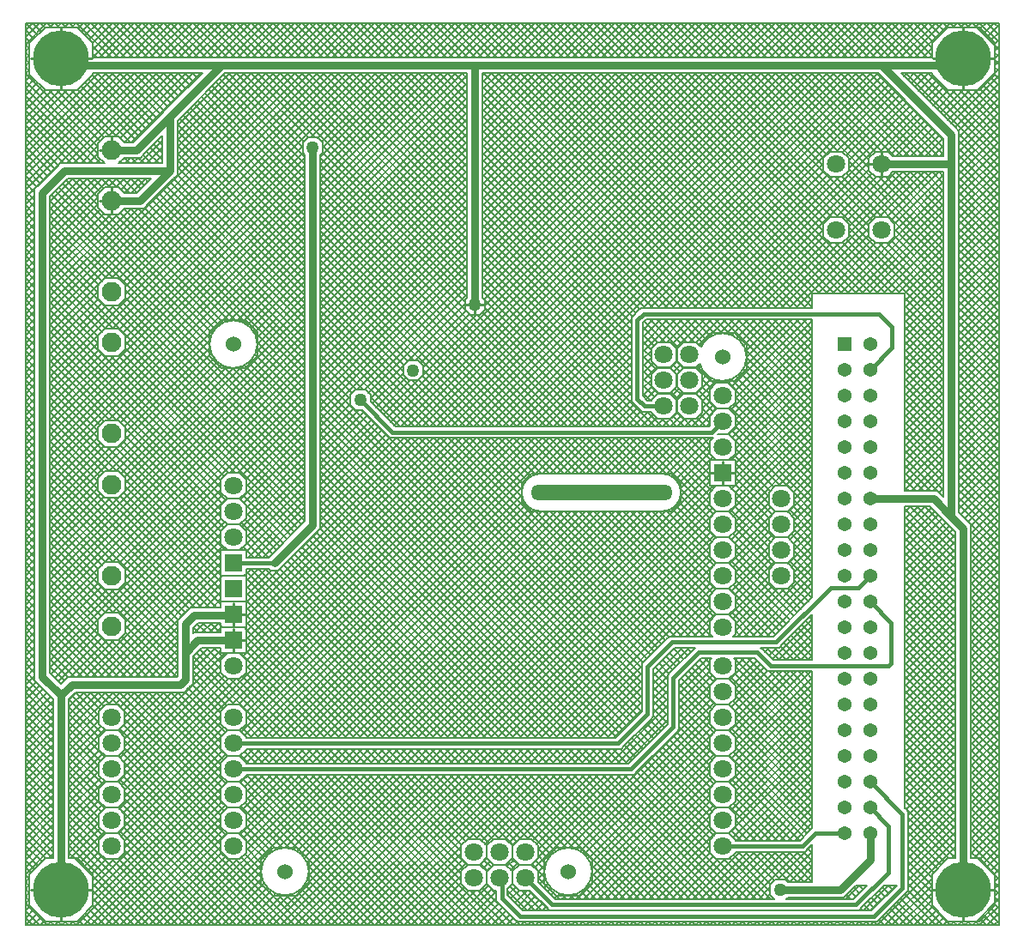
<source format=gbr>
%TF.GenerationSoftware,Altium Limited,Altium Designer,21.8.1 (53)*%
G04 Layer_Physical_Order=4*
G04 Layer_Color=16711680*
%FSLAX43Y43*%
%MOMM*%
%TF.SameCoordinates,E96829AD-C41B-4C4D-B55E-E99DFAFB1E42*%
%TF.FilePolarity,Positive*%
%TF.FileFunction,Copper,L4,Bot,Signal*%
%TF.Part,Single*%
G01*
G75*
%TA.AperFunction,NonConductor*%
%ADD10C,0.203*%
%ADD11C,0.254*%
%TA.AperFunction,Conductor*%
%ADD12C,0.400*%
%ADD13C,0.800*%
%TA.AperFunction,ComponentPad*%
%ADD14C,1.524*%
%ADD15C,1.800*%
%ADD16O,14.000X1.524*%
%ADD17R,1.800X1.800*%
%ADD18R,1.370X1.370*%
%ADD19C,1.370*%
%TA.AperFunction,ViaPad*%
%ADD20C,5.500*%
%TA.AperFunction,ComponentPad*%
%ADD21C,1.950*%
%TA.AperFunction,ViaPad*%
%ADD22C,1.270*%
D10*
X71616Y56555D02*
G03*
X69260Y58911I-2356J0D01*
G01*
D02*
G03*
X67126Y57552I0J-2356D01*
G01*
X69260Y54199D02*
G03*
X71616Y56555I0J2356D01*
G01*
X66995Y55907D02*
G03*
X69260Y54199I2265J648D01*
G01*
X65146Y43195D02*
G03*
X63290Y45051I-1856J0D01*
G01*
Y41339D02*
G03*
X65146Y43195I0J1856D01*
G01*
X51290Y45051D02*
G03*
X49434Y43195I0J-1856D01*
G01*
D02*
G03*
X51290Y41339I1856J0D01*
G01*
X56376Y5795D02*
G03*
X54020Y8151I-2356J0D01*
G01*
D02*
G03*
X51664Y5795I0J-2356D01*
G01*
D02*
G03*
X54020Y3439I2356J0D01*
G01*
D02*
G03*
X56376Y5795I0J2356D01*
G01*
X21000Y55469D02*
G03*
X23356Y57825I0J2356D01*
G01*
D02*
G03*
X21000Y60181I-2356J0D01*
G01*
D02*
G03*
X18644Y57825I0J-2356D01*
G01*
D02*
G03*
X21000Y55469I2356J0D01*
G01*
X26080Y8151D02*
G03*
X23724Y5795I0J-2356D01*
G01*
X28436D02*
G03*
X26080Y8151I-2356J0D01*
G01*
Y3439D02*
G03*
X28436Y5795I0J2356D01*
G01*
X23724D02*
G03*
X26080Y3439I2356J0D01*
G01*
X96043Y89517D02*
X96517Y89043D01*
X95325Y89517D02*
X96517Y88325D01*
X95421Y88237D02*
X96517Y89333D01*
X94703Y88956D02*
X95265Y89517D01*
X95062Y88596D02*
X95983Y89517D01*
X94606D02*
X96517Y87606D01*
X96106Y87485D02*
X96517Y87896D01*
X95781Y87878D02*
X96517Y88615D01*
X96106Y84447D02*
Y87553D01*
X93416Y89106D02*
X93828Y89517D01*
X91447Y89106D02*
X94553D01*
X92698D02*
X93110Y89517D01*
X93169D02*
X93581Y89106D01*
X94553D02*
X96106Y87553D01*
X94300Y89106D02*
X96106Y87300D01*
X93888Y89517D02*
X94300Y89106D01*
X94135D02*
X94546Y89517D01*
X96106Y86581D02*
X96517Y86169D01*
X96106Y86048D02*
X96517Y86460D01*
X96106Y87300D02*
X96517Y86888D01*
X96106Y86766D02*
X96517Y87178D01*
X96106Y85144D02*
X96517Y84733D01*
X96106Y84611D02*
X96517Y85023D01*
X96106Y85863D02*
X96517Y85451D01*
X96106Y85329D02*
X96517Y85741D01*
X96095Y84437D02*
X96517Y84014D01*
X95736Y84077D02*
X96517Y83296D01*
X91447Y82894D02*
X94553D01*
X95377Y83718D02*
X96517Y82577D01*
X95017Y83359D02*
X96517Y81859D01*
X94389Y82894D02*
X96106Y84611D01*
X94553Y82894D02*
X96106Y84447D01*
X91979Y89106D02*
X92391Y89517D01*
X91732D02*
X92144Y89106D01*
X92451Y89517D02*
X92863Y89106D01*
X90296Y89517D02*
X91077Y88736D01*
X91014Y89517D02*
X91437Y89095D01*
X88255Y86100D02*
X91673Y89517D01*
X89894Y87553D02*
X91447Y89106D01*
X88859Y89517D02*
X90359Y88017D01*
X89577Y89517D02*
X90718Y88377D01*
X86704Y89517D02*
X89894Y86327D01*
X88140Y89517D02*
X90000Y87658D01*
X85985Y89517D02*
X89403Y86100D01*
X87422Y89517D02*
X89894Y87045D01*
X86818Y86100D02*
X90236Y89517D01*
X87536Y86100D02*
X90954Y89517D01*
X86100Y86100D02*
X89517Y89517D01*
X86100Y86100D02*
X89517Y89517D01*
X89894Y86100D02*
Y87553D01*
X89692Y86100D02*
X89894Y86302D01*
Y84447D02*
X91447Y82894D01*
X89894Y84447D02*
Y84588D01*
X89312Y82128D02*
X90763Y83579D01*
X88973Y86100D02*
X89894Y87021D01*
X86852Y84588D02*
X89894D01*
X87157Y84283D02*
X87462Y84588D01*
X87516Y83924D02*
X88181Y84588D01*
X88594Y82847D02*
X90044Y84297D01*
X88953Y82487D02*
X90404Y83938D01*
X87875Y83565D02*
X88899Y84588D01*
X88235Y83206D02*
X89617Y84588D01*
X93327Y82894D02*
X96517Y79704D01*
X92186Y79254D02*
X96517Y83586D01*
X92608Y82894D02*
X96517Y78985D01*
X94658Y83000D02*
X96517Y81140D01*
X94045Y82894D02*
X96517Y80422D01*
X92577Y77490D02*
X96517Y81431D01*
X92577Y76771D02*
X96517Y80712D01*
X92545Y78895D02*
X96517Y82867D01*
X92577Y78208D02*
X96517Y82149D01*
X91827Y79614D02*
X96517Y84304D01*
X91890Y82894D02*
X96517Y78267D01*
X91108Y80332D02*
X93671Y82894D01*
X91468Y79973D02*
X94389Y82894D01*
X88040Y84588D02*
X96517Y76111D01*
X87322Y84588D02*
X96517Y75393D01*
X89477Y84588D02*
X96517Y77548D01*
X88759Y84588D02*
X96517Y76830D01*
X92577Y75742D02*
X96517Y71801D01*
X92577Y71742D02*
X96517Y75683D01*
X92577Y76460D02*
X96517Y72519D01*
X92577Y72461D02*
X96517Y76402D01*
X92577Y74305D02*
X96517Y70364D01*
X92577Y70306D02*
X96517Y74246D01*
X92577Y75023D02*
X96517Y71082D01*
X92577Y71024D02*
X96517Y74965D01*
X92577Y78615D02*
X96517Y74675D01*
X92577Y74616D02*
X96517Y78557D01*
X92577Y76053D02*
X96517Y79994D01*
X92577Y75334D02*
X96517Y79275D01*
X92577Y77179D02*
X96517Y73238D01*
X92577Y73179D02*
X96517Y77120D01*
X92577Y77897D02*
X96517Y73956D01*
X92577Y73898D02*
X96517Y77838D01*
X92199Y79242D02*
X92577Y78864D01*
X90749Y80691D02*
X92952Y82894D01*
X92199Y79242D02*
X92577Y78864D01*
X90031Y81410D02*
X91515Y82894D01*
X90390Y81050D02*
X92234Y82894D01*
X92577Y78108D02*
Y78864D01*
Y41399D02*
Y78108D01*
Y78864D01*
X91065Y76344D02*
Y78108D01*
X86852Y84588D02*
X92199Y79242D01*
X89672Y81769D02*
X91122Y83219D01*
X85873Y76533D02*
X89257Y79917D01*
X86401Y76344D02*
X89616Y79558D01*
X88557Y76344D02*
X90693Y78480D01*
X89275Y76344D02*
X91053Y78121D01*
X87120Y76344D02*
X89975Y79199D01*
X87838Y76344D02*
X90334Y78839D01*
X90612Y74832D02*
X91065Y74379D01*
X89894Y74832D02*
X91065Y73661D01*
X89994Y76344D02*
X91065Y77415D01*
X90712Y76344D02*
X91065Y76697D01*
X87739Y74832D02*
X91065Y71506D01*
Y42736D02*
Y74832D01*
X89175D02*
X91065Y72942D01*
X88457Y74832D02*
X91065Y72224D01*
X87020Y74832D02*
X91065Y70787D01*
X86302Y74832D02*
X91065Y70069D01*
X86063Y76344D02*
X91065D01*
X86063Y74832D02*
X91065D01*
X85823Y74593D02*
X91065Y69350D01*
X86191Y68948D02*
X91065Y73823D01*
X85856Y70051D02*
X90638Y74832D01*
X86191Y69667D02*
X91065Y74542D01*
X84548Y89517D02*
X87966Y86100D01*
X83944D02*
X87362Y89517D01*
X84585Y86100D02*
X85341D01*
X84585D02*
X85341D01*
X84585D02*
X85341D01*
X85381D02*
X88799Y89517D01*
X85341Y86100D02*
X89894D01*
X84663D02*
X88081Y89517D01*
X85267D02*
X88685Y86100D01*
X83111Y89517D02*
X86529Y86100D01*
X83226D02*
X86644Y89517D01*
X82393D02*
X85811Y86100D01*
X82507D02*
X85925Y89517D01*
X83830D02*
X87248Y86100D01*
X83011Y84588D02*
X91065Y76535D01*
X77983Y84588D02*
X86227Y76344D01*
X78701Y84588D02*
X86946Y76344D01*
X84448Y84588D02*
X91065Y77971D01*
X83730Y84588D02*
X91065Y77253D01*
X84585Y84588D02*
X91065Y78108D01*
X84307Y76844D02*
X85563D01*
X82293Y84588D02*
X90538Y76344D01*
X85465Y76844D02*
X88897Y80276D01*
X84746Y76844D02*
X88538Y80635D01*
X85563Y76844D02*
X86063Y76344D01*
X79419Y84588D02*
X87664Y76344D01*
X81468Y76439D02*
X87101Y82072D01*
X80436Y76844D02*
X86383Y82791D01*
X81108Y76798D02*
X86742Y82432D01*
X80856Y84588D02*
X89101Y76344D01*
X81575Y84588D02*
X89819Y76344D01*
X80138Y84588D02*
X88383Y76344D01*
X81691Y75943D02*
X87460Y81713D01*
X80238Y89517D02*
X83656Y86100D01*
X79634D02*
X83052Y89517D01*
X80352Y86100D02*
X83770Y89517D01*
X78082D02*
X81500Y86100D01*
X78197D02*
X81615Y89517D01*
X81675D02*
X85092Y86100D01*
X81789D02*
X85207Y89517D01*
X80956D02*
X84374Y86100D01*
X81071D02*
X84488Y89517D01*
X75927D02*
X79345Y86100D01*
X76042D02*
X79460Y89517D01*
X75209D02*
X78627Y86100D01*
X75323D02*
X78741Y89517D01*
X77364D02*
X80782Y86100D01*
X77479D02*
X80896Y89517D01*
X76646D02*
X80063Y86100D01*
X76760D02*
X80178Y89517D01*
X78915Y86100D02*
X82333Y89517D01*
X79519D02*
X82937Y86100D01*
X78801Y89517D02*
X82219Y86100D01*
X79807Y76844D02*
X81063D01*
X83679Y76216D02*
X84307Y76844D01*
X79179Y76216D02*
X79807Y76844D01*
X81063D02*
X81691Y76216D01*
X76546Y84588D02*
X84299Y76835D01*
X77264Y84588D02*
X85009Y76844D01*
X72235Y84588D02*
X79980Y76844D01*
X72954Y84588D02*
X80698Y76844D01*
X75109Y84588D02*
X83679Y76018D01*
X75827Y84588D02*
X83940Y76476D01*
X70798Y84588D02*
X79179Y76207D01*
X71517Y84588D02*
X79534Y76571D01*
X81691Y75225D02*
X87820Y81354D01*
X69362Y84588D02*
X83957Y69993D01*
X83679Y74960D02*
X84307Y74332D01*
X81691Y75851D02*
X91065Y66477D01*
X81691Y75133D02*
X91065Y65758D01*
X73672Y84588D02*
X91065Y67195D01*
X68573Y61389D02*
X88179Y80995D01*
X62896Y84588D02*
X84619Y62865D01*
X62107Y61389D02*
X84946Y84228D01*
X61389Y61389D02*
X84587Y84587D01*
X61389Y61389D02*
X84587Y84587D01*
X67206Y84588D02*
X91065Y60729D01*
X64262Y61389D02*
X86024Y83150D01*
X62825Y61389D02*
X85305Y83868D01*
X63544Y61389D02*
X85664Y83509D01*
X84712Y70344D02*
X89201Y74832D01*
X85430Y70344D02*
X89919Y74832D01*
X85563Y74332D02*
X86063Y74832D01*
X84307Y74332D02*
X85563D01*
X85365D02*
X91065Y68632D01*
X84646Y74332D02*
X91065Y67913D01*
X81691Y69477D02*
X87046Y74832D01*
X81691Y68759D02*
X87764Y74832D01*
X81054Y74332D02*
X85043Y70344D01*
X81091Y70315D02*
X85109Y74332D01*
X80336D02*
X84325Y70344D01*
X80401D02*
X84390Y74332D01*
X75039Y61389D02*
X88482Y74832D01*
X81418Y74687D02*
X91065Y65040D01*
X81451Y69956D02*
X86327Y74832D01*
X70728Y61389D02*
X83990Y74650D01*
X66488Y84588D02*
X80733Y70344D01*
X65769Y84588D02*
X80014Y70344D01*
X74390Y84588D02*
X83679Y75299D01*
X70080Y84588D02*
X79179Y75489D01*
X65051Y84588D02*
X79551Y70088D01*
X68643Y84588D02*
X83679Y69552D01*
X67925Y84588D02*
X83679Y68834D01*
X63614Y84588D02*
X79179Y69023D01*
X64333Y84588D02*
X79192Y69729D01*
X57867Y84588D02*
X79590Y62865D01*
X58585Y84588D02*
X80309Y62865D01*
X56430Y84588D02*
X78153Y62865D01*
X57148Y84588D02*
X78872Y62865D01*
X48986Y49705D02*
X83870Y84588D01*
X62177D02*
X83901Y62865D01*
X54993Y84588D02*
X78105Y61476D01*
X61459Y84588D02*
X83182Y62865D01*
X81691Y74960D02*
Y76216D01*
X83679Y74960D02*
Y76216D01*
X79179Y74960D02*
Y76216D01*
Y74960D02*
X79807Y74332D01*
X69291Y61389D02*
X83679Y75777D01*
X70010Y61389D02*
X83679Y75058D01*
X81063Y74332D02*
X81691Y74960D01*
X79807Y74332D02*
X81063D01*
X60022Y84588D02*
X81745Y62865D01*
X60740Y84588D02*
X82464Y62865D01*
X59304Y84588D02*
X81027Y62865D01*
X64981Y61389D02*
X79179Y75587D01*
X67136Y61389D02*
X80080Y74332D01*
X67854Y61389D02*
X80798Y74332D01*
X65699Y61389D02*
X79225Y74915D01*
X66418Y61389D02*
X79584Y74555D01*
X92577Y58500D02*
X96517Y54559D01*
X92577Y55219D02*
X96517Y59160D01*
X92577Y54500D02*
X96517Y58441D01*
X92577Y55937D02*
X96517Y59878D01*
X92577Y59218D02*
X96517Y55277D01*
X92577Y57063D02*
X96517Y53122D01*
X92577Y53063D02*
X96517Y57004D01*
X92577Y57781D02*
X96517Y53840D01*
X92577Y53782D02*
X96517Y57723D01*
X92577Y58092D02*
X96517Y62033D01*
X92577Y61373D02*
X96517Y57432D01*
X92577Y73586D02*
X96517Y69646D01*
X92577Y69587D02*
X96517Y73528D01*
X92577Y56656D02*
X96517Y60596D01*
X92577Y59936D02*
X96517Y55996D01*
X92577Y57374D02*
X96517Y61315D01*
X92577Y60655D02*
X96517Y56714D01*
X92577Y52752D02*
X96517Y48811D01*
X92577Y48753D02*
X96517Y52694D01*
X92577Y53471D02*
X96517Y49530D01*
X92577Y49471D02*
X96517Y53412D01*
X92577Y51315D02*
X96517Y47375D01*
X92577Y47316D02*
X96517Y51257D01*
X92577Y52034D02*
X96517Y48093D01*
X92577Y48034D02*
X96517Y51975D01*
X92577Y55626D02*
X96517Y51685D01*
X92577Y51627D02*
X96517Y55567D01*
X92577Y56344D02*
X96517Y52404D01*
X92577Y52345D02*
X96517Y56286D01*
X92577Y54189D02*
X96517Y50248D01*
X92577Y50190D02*
X96517Y54131D01*
X92577Y54908D02*
X96517Y50967D01*
X92577Y50908D02*
X96517Y54849D01*
X92577Y65277D02*
X96517Y69217D01*
X92577Y69276D02*
X96517Y65335D01*
X92577Y68558D02*
X96517Y64617D01*
X92577Y69994D02*
X96517Y66054D01*
X92577Y65995D02*
X96517Y69936D01*
X92577Y63840D02*
X96517Y67781D01*
X92577Y67121D02*
X96517Y63180D01*
X92577Y64558D02*
X96517Y68499D01*
X92577Y67839D02*
X96517Y63898D01*
X92577Y72150D02*
X96517Y68209D01*
X92577Y68150D02*
X96517Y72091D01*
X92577Y72868D02*
X96517Y68927D01*
X92577Y68869D02*
X96517Y72810D01*
X92577Y70713D02*
X96517Y66772D01*
X92577Y66713D02*
X96517Y70654D01*
X92577Y71431D02*
X96517Y67490D01*
X92577Y67432D02*
X96517Y71373D01*
X92577Y60248D02*
X96517Y64188D01*
X92577Y63529D02*
X96517Y59588D01*
X92577Y60966D02*
X96517Y64907D01*
X92577Y64247D02*
X96517Y60306D01*
X92577Y58811D02*
X96517Y62752D01*
X92577Y62092D02*
X96517Y58151D01*
X92577Y59529D02*
X96517Y63470D01*
X92577Y62810D02*
X96517Y58869D01*
X92577Y62403D02*
X96517Y66344D01*
X92577Y65684D02*
X96517Y61743D01*
X92577Y63121D02*
X96517Y67062D01*
X92577Y66402D02*
X96517Y62461D01*
X92577Y61684D02*
X96517Y65625D01*
X92577Y64965D02*
X96517Y61025D01*
X87249Y49173D02*
X91065Y52989D01*
X87249Y48454D02*
X91065Y52271D01*
X92577Y43006D02*
X96517Y46946D01*
X92577Y47005D02*
X96517Y43064D01*
X92577Y46286D02*
X96517Y42346D01*
X92577Y47723D02*
X96517Y43783D01*
X92577Y43724D02*
X96517Y47665D01*
X92577Y41569D02*
X96517Y45509D01*
X92577Y44850D02*
X96517Y40909D01*
X92577Y42287D02*
X96517Y46228D01*
X92577Y45568D02*
X96517Y41627D01*
X92577Y49879D02*
X96517Y45938D01*
X92577Y45879D02*
X96517Y49820D01*
X92577Y50597D02*
X96517Y46656D01*
X92577Y46598D02*
X96517Y50538D01*
X92577Y48442D02*
X96517Y44501D01*
X92577Y44442D02*
X96517Y48383D01*
X92577Y49160D02*
X96517Y45219D01*
X92577Y45161D02*
X96517Y49102D01*
X93482Y40319D02*
X96517Y43354D01*
X93756Y39874D02*
X96517Y42636D01*
X93378Y40424D02*
X93756Y40046D01*
X93378Y40424D02*
X93756Y40046D01*
Y39156D02*
X96517Y41917D01*
X93756Y38437D02*
X96517Y41199D01*
X93756Y39290D02*
Y40046D01*
Y39290D02*
Y40046D01*
X92764Y41038D02*
X96517Y44791D01*
X93123Y40678D02*
X96517Y44073D01*
X92577Y41225D02*
Y41399D01*
Y41225D02*
X93378Y40424D01*
X92577Y42694D02*
X96517Y38754D01*
X92577Y41976D02*
X96517Y38035D01*
X92577Y44131D02*
X96517Y40190D01*
X92577Y43413D02*
X96517Y39472D01*
X88601Y43341D02*
X91065Y45805D01*
X87883Y43341D02*
X91065Y46523D01*
X89320Y43341D02*
X91065Y45086D01*
X89705Y43341D02*
X90461D01*
X89705D02*
X90461D01*
X90038D02*
X91065Y44368D01*
X90609Y43193D02*
X91065Y43650D01*
X90461Y43341D02*
X90839Y42963D01*
X90461Y43341D02*
X90839Y42963D01*
X87249Y48740D02*
X91065Y44924D01*
X87249Y44862D02*
X91065Y48679D01*
X87249Y49459D02*
X91065Y45642D01*
X87249Y45581D02*
X91065Y49397D01*
X87249Y48022D02*
X91065Y44206D01*
X87249Y43341D02*
X89705D01*
X87249Y44430D02*
X88338Y43341D01*
X87249Y43711D02*
X87620Y43341D01*
X90839Y42963D02*
X91065Y42736D01*
X92577Y41225D02*
Y41399D01*
X90968Y42834D02*
X91065Y42931D01*
X89705Y41829D02*
X90978Y40556D01*
X91356Y40178D01*
X92244Y39290D01*
X90978Y40556D02*
X91356Y40178D01*
X90978Y40556D02*
X91356Y40178D01*
X87249Y39833D02*
X89245Y41829D01*
X87249D02*
X89705D01*
X87249Y41270D02*
X87808Y41829D01*
X87249Y40552D02*
X88527Y41829D01*
X89131D02*
X92244Y38716D01*
X88413Y41829D02*
X92244Y37998D01*
X87249Y39115D02*
X89834Y41700D01*
X87249Y38396D02*
X90194Y41341D01*
X86191Y68478D02*
X91065Y63603D01*
X86191Y69196D02*
X91065Y64321D01*
X85563Y67832D02*
X86191Y68460D01*
X85563Y70344D02*
X86191Y69716D01*
Y68460D02*
Y69716D01*
X85136Y62865D02*
X91065Y68794D01*
X85854Y62865D02*
X91065Y68076D01*
X84418Y62865D02*
X91065Y69513D01*
X85840Y68110D02*
X91065Y62884D01*
X81544Y62865D02*
X91065Y72386D01*
X82262Y62865D02*
X91065Y71668D01*
X80826Y62865D02*
X91065Y73105D01*
X81435Y68204D02*
X86774Y62865D01*
X81691Y69386D02*
X91065Y60011D01*
X81691Y68667D02*
X91065Y59292D01*
X82981Y62865D02*
X91065Y70950D01*
X83699Y62865D02*
X91065Y70231D01*
X87249Y59949D02*
X91065Y63765D01*
X87249Y59231D02*
X91065Y63047D01*
X87249Y61386D02*
X91065Y65202D01*
X87249Y60667D02*
X91065Y64484D01*
X87249Y61672D02*
X91065Y57856D01*
X87249Y57794D02*
X91065Y61610D01*
X87249Y62390D02*
X91065Y58574D01*
X87249Y58512D02*
X91065Y62329D01*
X86573Y62865D02*
X91065Y67357D01*
X78105Y62865D02*
X87249D01*
X81076Y67845D02*
X86056Y62865D01*
X84307Y67832D02*
X85563D01*
X84681D02*
X91065Y61448D01*
X87249Y62104D02*
X91065Y65921D01*
X85399Y67832D02*
X91065Y62166D01*
X87249Y62823D02*
X91065Y66639D01*
X84307Y70344D02*
X85563D01*
X83679Y69716D02*
X84307Y70344D01*
X81691Y68460D02*
Y69716D01*
X79807Y70344D02*
X81063D01*
X81691Y69716D01*
X83679Y68460D02*
Y69716D01*
Y68460D02*
X84307Y67832D01*
X79179Y68460D02*
X79807Y67832D01*
X81063D02*
X81691Y68460D01*
X79179Y69716D02*
X79807Y70344D01*
X78670Y62865D02*
X83972Y68167D01*
X79179Y68460D02*
Y69716D01*
X71447Y61389D02*
X79179Y69121D01*
X75757Y61389D02*
X83679Y69311D01*
X76475Y61389D02*
X83679Y68593D01*
X72165Y61389D02*
X79208Y68432D01*
X72883Y61389D02*
X79567Y68072D01*
X80107Y62865D02*
X85075Y67832D01*
X80370D02*
X85338Y62865D01*
X79807Y67832D02*
X81063D01*
X79389Y62865D02*
X84356Y67832D01*
X78105Y61389D02*
Y62865D01*
X77867Y60277D02*
X78105Y60040D01*
X77194Y61389D02*
X78105Y62300D01*
X77912Y61389D02*
X78105Y61581D01*
X73602Y61389D02*
X80046Y67832D01*
X74320Y61389D02*
X80764Y67832D01*
X61746Y61389D02*
X78105D01*
X61746Y60277D02*
X78105D01*
X75712D02*
X78105Y57884D01*
X74994Y60277D02*
X78105Y57166D01*
X77149Y60277D02*
X78105Y59321D01*
X76430Y60277D02*
X78105Y58603D01*
X87249Y53483D02*
X91065Y57300D01*
X87249Y57361D02*
X91065Y53545D01*
X87249Y56643D02*
X91065Y52827D01*
X87249Y58080D02*
X91065Y54263D01*
X87249Y54202D02*
X91065Y58018D01*
X87249Y52046D02*
X91065Y55863D01*
X87249Y55206D02*
X91065Y51390D01*
X87249Y52765D02*
X91065Y56581D01*
X87249Y55925D02*
X91065Y52108D01*
X87249Y60235D02*
X91065Y56419D01*
X87249Y56357D02*
X91065Y60173D01*
X87249Y60954D02*
X91065Y57137D01*
X87249Y57075D02*
X91065Y60892D01*
X87249Y58798D02*
X91065Y54982D01*
X87249Y54920D02*
X91065Y58736D01*
X87249Y59517D02*
X91065Y55700D01*
X87249Y55638D02*
X91065Y59455D01*
X87249Y50177D02*
X91065Y46361D01*
X87249Y46299D02*
X91065Y50115D01*
X87249Y50896D02*
X91065Y47079D01*
X87249Y47017D02*
X91065Y50834D01*
X87249Y43425D02*
X91065Y47242D01*
X87249Y46585D02*
X91065Y42769D01*
X87249Y44144D02*
X91065Y47960D01*
X87249Y47304D02*
X91065Y43487D01*
X87249Y50610D02*
X91065Y54426D01*
X87249Y53769D02*
X91065Y49953D01*
X87249Y51328D02*
X91065Y55144D01*
X87249Y54488D02*
X91065Y50671D01*
X87249Y52332D02*
X91065Y48516D01*
X87249Y47736D02*
X91065Y51552D01*
X87249Y49891D02*
X91065Y53708D01*
X87249Y53051D02*
X91065Y49234D01*
X72838Y60277D02*
X78105Y55011D01*
X71616Y55753D02*
X78105Y49263D01*
X71444Y55206D02*
X78105Y48545D01*
X74275Y60277D02*
X78105Y56448D01*
X73557Y60277D02*
X78105Y55729D01*
X87249Y43341D02*
Y62865D01*
Y51614D02*
X91065Y47798D01*
X71085Y54847D02*
X78105Y47826D01*
X70726Y54487D02*
X78105Y47108D01*
X70506Y47516D02*
X78105Y55116D01*
X70295Y54199D02*
X78105Y46390D01*
X70176Y48623D02*
X78105Y56552D01*
X70506Y48235D02*
X78105Y55834D01*
X70506Y44642D02*
X78105Y52242D01*
X70364Y51975D02*
X78105Y44234D01*
X70089Y46381D02*
X78105Y54397D01*
X70506Y52552D02*
X78105Y44953D01*
X87249Y45867D02*
X89775Y43341D01*
X87249Y45148D02*
X89057Y43341D01*
X76306Y42540D02*
X78105Y44339D01*
X76306Y42442D02*
X78105Y40642D01*
X76306Y40286D02*
X78105Y38487D01*
X76257Y38181D02*
X78105Y40029D01*
X76306Y40385D02*
X78105Y42184D01*
X76306Y39666D02*
X78105Y41466D01*
X70506Y42487D02*
X78105Y50087D01*
X70506Y49679D02*
X78105Y42079D01*
X70506Y43206D02*
X78105Y50805D01*
X70506Y50397D02*
X78105Y42798D01*
X75829Y41481D02*
X78105Y39205D01*
X75898Y38540D02*
X78105Y40747D01*
X70506Y40332D02*
X78105Y47931D01*
X76189Y41840D02*
X78105Y39924D01*
X71731Y86100D02*
X75149Y89517D01*
X71617D02*
X75035Y86100D01*
X72335Y89517D02*
X75753Y86100D01*
X70898Y89517D02*
X74316Y86100D01*
X71013D02*
X74431Y89517D01*
X73168Y86100D02*
X76586Y89517D01*
X74605Y86100D02*
X78023Y89517D01*
X72450Y86100D02*
X75867Y89517D01*
X73054D02*
X76471Y86100D01*
X68743Y89517D02*
X72161Y86100D01*
X68857D02*
X72275Y89517D01*
X68025D02*
X71442Y86100D01*
X68139D02*
X71557Y89517D01*
X70180D02*
X73598Y86100D01*
X70294D02*
X73712Y89517D01*
X69461D02*
X72879Y86100D01*
X69576D02*
X72994Y89517D01*
X73886Y86100D02*
X77304Y89517D01*
X74490D02*
X77908Y86100D01*
X73772Y89517D02*
X77190Y86100D01*
X71499Y57849D02*
X73927Y60277D01*
X71616Y57247D02*
X74646Y60277D01*
X71616Y56555D02*
Y57733D01*
X71489Y57316D02*
X71616Y57190D01*
X71535Y57166D02*
X71616Y57247D01*
X70781Y58568D02*
X72491Y60277D01*
X71140Y58208D02*
X73209Y60277D01*
X69687Y58911D02*
X71054Y60277D01*
X70405Y58911D02*
X71772Y60277D01*
X70438Y58911D02*
X71616Y57733D01*
X71035Y58104D02*
X71140Y58208D01*
X71330Y57680D02*
X71499Y57849D01*
X67306Y89517D02*
X70724Y86100D01*
X66702D02*
X70120Y89517D01*
X67421Y86100D02*
X70838Y89517D01*
X66588D02*
X70006Y86100D01*
X67091Y60277D02*
X68458Y58911D01*
X68528Y60277D02*
X69895Y58911D01*
X68968D02*
X70335Y60277D01*
X66650Y58029D02*
X68898Y60277D01*
X68250Y58911D02*
X69617Y60277D01*
X65869Y89517D02*
X69287Y86100D01*
X65984D02*
X69402Y89517D01*
X65151D02*
X68569Y86100D01*
X65265D02*
X68683Y89517D01*
X66372Y60277D02*
X67911Y58739D01*
X65953Y58051D02*
X68180Y60277D01*
X64936D02*
X67192Y58021D01*
X65654Y60277D02*
X67552Y58380D01*
X68082Y58911D02*
X69260D01*
X70438D01*
X67809Y60277D02*
X69176Y58911D01*
X68458D02*
X68563Y58805D01*
X70207Y58712D02*
X70405Y58911D01*
X70661Y58448D02*
X70781Y58568D01*
X69895Y58911D02*
X70021Y58784D01*
X67911Y58739D02*
X68065Y58585D01*
X67552Y58380D02*
X67654Y58278D01*
X67192Y58021D02*
X67321Y57892D01*
X65372Y58051D02*
X66628D01*
X66925Y57753D01*
X67009Y57669D02*
X68250Y58911D01*
X66925Y57753D02*
X68082Y58911D01*
X66925Y57753D02*
X67126Y57552D01*
X72120Y60277D02*
X78105Y54292D01*
X71616Y55810D02*
X76083Y60277D01*
X71401D02*
X78105Y53574D01*
X71616Y56529D02*
X75364Y60277D01*
X71616Y55377D02*
Y56555D01*
X70506Y50390D02*
X78105Y57989D01*
X70506Y49671D02*
X78105Y57271D01*
X70683Y60277D02*
X78105Y52855D01*
X71616Y57190D02*
X78105Y50700D01*
X70506Y53263D02*
X77520Y60277D01*
X70506Y52545D02*
X78105Y60144D01*
X70201Y53677D02*
X76801Y60277D01*
X70009Y51330D02*
X78105Y59426D01*
X70368Y50971D02*
X78105Y58708D01*
X69965Y60277D02*
X78105Y52137D01*
X69246Y60277D02*
X78105Y51419D01*
X71510Y55858D02*
X71616Y55753D01*
X71420Y55614D02*
X71616Y55810D01*
X71290Y55360D02*
X71444Y55206D01*
X70983Y54949D02*
X71085Y54847D01*
X71616Y56471D02*
X78105Y49982D01*
X70506Y46079D02*
X78105Y53679D01*
X70597Y54616D02*
X70726Y54487D01*
X70506Y52117D02*
Y53373D01*
X70438Y54199D02*
X71616Y55377D01*
X69260Y54199D02*
X70438D01*
X70005D02*
X70201Y54395D01*
X70129Y54366D02*
X70295Y54199D01*
X69878Y54001D02*
X70506Y53373D01*
X69776Y54001D02*
X70506Y53271D01*
X69806Y54001D02*
X70005Y54199D01*
X68622Y54001D02*
X69878D01*
X67247Y55034D02*
X67367Y55154D01*
X67176Y54963D02*
X67247Y55034D01*
X67607Y54675D02*
X67711Y54780D01*
X66904Y55377D02*
Y55816D01*
Y55410D02*
X67103Y55608D01*
X66904Y55435D02*
X68140Y54199D01*
X66904Y55377D02*
X68082Y54199D01*
X67256Y53627D02*
Y54883D01*
X66904Y55816D02*
X66995Y55907D01*
X66628Y55539D02*
X66904Y55816D01*
X64744Y56167D02*
Y57423D01*
X65372Y55539D02*
X66628D01*
Y55511D02*
X67256Y54883D01*
X66817Y55322D02*
X66904Y55410D01*
X66714Y55625D02*
X66904Y55435D01*
X65372Y55511D02*
X66628D01*
X68082Y54199D02*
X69260D01*
X69087Y54001D02*
X69286Y54199D01*
X68568D02*
X68649Y54280D01*
X68858Y54199D02*
X69057Y54001D01*
X69577Y54199D02*
X69776Y54001D01*
X67994Y53373D02*
X68622Y54001D01*
X68140Y54199D02*
X68480Y53859D01*
X67994Y52117D02*
Y53373D01*
X67966Y54316D02*
X68135Y54485D01*
X67256Y54365D02*
X68121Y53500D01*
X67256Y54324D02*
X67607Y54675D01*
X66628Y52999D02*
X67256Y53627D01*
X66983Y52615D02*
X68568Y54199D01*
X66906Y53278D02*
X67994Y52190D01*
X66621Y52971D02*
X67966Y54316D01*
X67256Y53647D02*
X67994Y52908D01*
X62277Y89517D02*
X65695Y86100D01*
X61673D02*
X65091Y89517D01*
X63110Y86100D02*
X66528Y89517D01*
X60955Y86100D02*
X64373Y89517D01*
X61559D02*
X64977Y86100D01*
X64433Y89517D02*
X67850Y86100D01*
X64547D02*
X67965Y89517D01*
X63714D02*
X67132Y86100D01*
X63829D02*
X67246Y89517D01*
X58800Y86100D02*
X62217Y89517D01*
X59404D02*
X62821Y86100D01*
X58081D02*
X61499Y89517D01*
X58685D02*
X62103Y86100D01*
X60236D02*
X63654Y89517D01*
X60840D02*
X64258Y86100D01*
X59518D02*
X62936Y89517D01*
X60122D02*
X63540Y86100D01*
X62996Y89517D02*
X66413Y86100D01*
X55711Y84588D02*
X78105Y62195D01*
X62392Y86100D02*
X65810Y89517D01*
X61190Y61389D02*
X61746D01*
X61389Y59233D02*
X62433Y60277D01*
X61389Y58515D02*
X63151Y60277D01*
X61190Y61389D02*
X61746D01*
X61389Y59920D02*
X61746Y60277D01*
X50683Y84588D02*
X73882Y61389D01*
X51401Y84588D02*
X74601Y61389D01*
X49246Y84588D02*
X72446Y61389D01*
X49964Y84588D02*
X73164Y61389D01*
X53556Y84588D02*
X76756Y61389D01*
X54275Y84588D02*
X77474Y61389D01*
X52119Y84588D02*
X75319Y61389D01*
X52838Y84588D02*
X76038Y61389D01*
X52938Y89517D02*
X56356Y86100D01*
X52334D02*
X55752Y89517D01*
X53052Y86100D02*
X56470Y89517D01*
X51615Y86100D02*
X55033Y89517D01*
X52219D02*
X55637Y86100D01*
X54375Y89517D02*
X57792Y86100D01*
X54489D02*
X57907Y89517D01*
X53656D02*
X57074Y86100D01*
X53771D02*
X57188Y89517D01*
X49460Y86100D02*
X52878Y89517D01*
X50064D02*
X53482Y86100D01*
X48742D02*
X52160Y89517D01*
X49346D02*
X52763Y86100D01*
X50897D02*
X54315Y89517D01*
X51501D02*
X54919Y86100D01*
X50179D02*
X53596Y89517D01*
X50782D02*
X54200Y86100D01*
X57967Y89517D02*
X61385Y86100D01*
X60912Y61111D02*
X61190Y61389D01*
X60912Y61111D02*
X61190Y61389D01*
X60555Y60754D02*
X60912Y61111D01*
X60277Y60476D02*
X60555Y60754D01*
X60277Y60476D02*
X60555Y60754D01*
X60277Y59920D02*
Y60476D01*
Y59920D02*
Y60476D01*
X55811Y89517D02*
X59229Y86100D01*
X55926D02*
X59344Y89517D01*
X55093D02*
X58511Y86100D01*
X55207D02*
X58625Y89517D01*
X57248D02*
X60666Y86100D01*
X57363D02*
X60781Y89517D01*
X56530D02*
X59948Y86100D01*
X56644D02*
X60062Y89517D01*
X64302Y57836D02*
X66743Y60277D01*
X64217D02*
X66444Y58051D01*
X64661Y57477D02*
X67462Y60277D01*
X63499D02*
X65726Y58051D01*
X63798D02*
X66025Y60277D01*
X64744Y57423D02*
X65372Y58051D01*
X64716Y56187D02*
X65392Y55511D01*
X64088Y58051D02*
X64716Y57423D01*
Y56167D02*
Y57423D01*
X63080Y58051D02*
X65306Y60277D01*
X62832Y58051D02*
X64088D01*
X61545Y60076D02*
X63570Y58051D01*
X61389Y59514D02*
X62852Y58051D01*
X62062Y60277D02*
X64830Y57509D01*
X62780Y60277D02*
X65190Y57868D01*
X61389Y57796D02*
X63870Y60277D01*
X61389Y57078D02*
X64588Y60277D01*
X64744Y56167D02*
X65372Y55539D01*
X64744Y54883D02*
X65372Y55511D01*
X64366Y55818D02*
X65023Y55161D01*
X64469Y55129D02*
X65126Y55786D01*
X64744Y53627D02*
X65372Y52999D01*
X64559Y53470D02*
X65215Y52814D01*
X64716Y53627D02*
Y54883D01*
X64744Y53627D02*
Y54883D01*
X64088Y55539D02*
X64716Y56167D01*
X64110Y55489D02*
X64766Y56145D01*
X62832Y55539D02*
X64088D01*
X62832Y55511D02*
X64088D01*
Y52999D02*
X64716Y53627D01*
X64277Y52782D02*
X64933Y53438D01*
X64088Y55511D02*
X64716Y54883D01*
X62204Y53669D02*
X62874Y52999D01*
X62204Y57423D02*
X62832Y58051D01*
X61389Y58796D02*
X62483Y57701D01*
X61389Y56360D02*
X62204Y57175D01*
X61389Y58077D02*
X62204Y57261D01*
X61389Y57359D02*
X62204Y56543D01*
X61389Y56640D02*
X62675Y55354D01*
X61389Y55641D02*
X62204Y56457D01*
X61389Y52729D02*
Y59920D01*
X62204Y56167D02*
Y57423D01*
X49705Y49705D02*
X60277Y60277D01*
X50423Y49705D02*
X60277Y59559D01*
X49705Y49705D02*
X60277Y60277D01*
Y52729D02*
Y59920D01*
X52578Y49705D02*
X60277Y57404D01*
X53297Y49705D02*
X60277Y56685D01*
X51141Y49705D02*
X60277Y58841D01*
X51860Y49705D02*
X60277Y58122D01*
X62204Y56167D02*
X62832Y55539D01*
X62204Y54883D02*
X62832Y55511D01*
X62204Y53627D02*
Y54883D01*
X61389Y54485D02*
X62204Y53669D01*
X61389Y53767D02*
X62508Y52647D01*
X62204Y53627D02*
X62832Y52999D01*
X61389Y53486D02*
X62204Y54302D01*
X61389Y52768D02*
X62226Y53605D01*
X61389Y54923D02*
X62419Y55953D01*
X61389Y54204D02*
X62778Y55594D01*
X61389Y55922D02*
X62316Y54994D01*
X61389Y55203D02*
X62204Y54388D01*
X55452Y49705D02*
X60277Y54530D01*
X56170Y49705D02*
X60277Y53812D01*
X54015Y49705D02*
X60277Y55967D01*
X54734Y49705D02*
X60277Y55248D01*
X69878Y48921D02*
X70506Y48293D01*
X69878Y48949D02*
X70506Y49577D01*
Y47037D02*
Y48293D01*
X69878Y51461D02*
X70506Y50833D01*
Y49577D02*
Y50833D01*
Y45361D02*
X78105Y52960D01*
X70506Y43924D02*
X78105Y51523D01*
X70506Y53271D02*
X78105Y45671D01*
X70197Y49269D02*
X75625Y43841D01*
X69878Y51489D02*
X70506Y52117D01*
X68622Y51461D02*
X69878D01*
X68622Y51489D02*
X69878D01*
X67994Y50752D02*
X68703Y51461D01*
X69784Y48949D02*
X70506Y49671D01*
X69827Y48921D02*
X70506Y48242D01*
X68818Y48949D02*
X69878D01*
X68790Y48921D02*
X69878D01*
X70506Y43869D02*
Y46381D01*
X70451Y43869D02*
X70506Y43924D01*
X69878Y46409D02*
X70506Y47037D01*
X70030Y46562D02*
X70211Y46381D01*
X74733Y43841D02*
X78105Y47213D01*
X75451Y43841D02*
X78105Y46494D01*
X70506Y48242D02*
X74907Y43841D01*
X74422D02*
X75678D01*
X68622Y46409D02*
X69878D01*
X67994Y46381D02*
X70506D01*
X67994Y43869D02*
X70506D01*
X68622Y43841D02*
X69878D01*
X67994Y52190D02*
X68695Y51489D01*
X67256Y52210D02*
X68314Y51152D01*
X67994Y52117D02*
X68622Y51489D01*
X67256Y52169D02*
X67994Y52908D01*
X67256Y51450D02*
X67994Y52189D01*
Y50833D02*
X68622Y51461D01*
X67994Y49792D02*
Y50833D01*
X67256Y51087D02*
Y52343D01*
Y51492D02*
X67994Y50753D01*
X66628Y52971D02*
X67256Y52343D01*
X66628Y50459D02*
X67256Y51087D01*
X65372Y52999D02*
X66628D01*
X65372Y52971D02*
X66628D01*
X66228Y49705D02*
X68318Y51794D01*
X66947Y49705D02*
X67994Y50752D01*
X67099Y50930D02*
X67994Y50034D01*
X66739Y50571D02*
X67606Y49705D01*
X67907Y48593D02*
X68295D01*
X67907D02*
X68295D01*
X67907Y49705D02*
X67994Y49792D01*
X67999Y48593D02*
X68147Y48445D01*
X67994Y48293D02*
X68295Y48593D01*
X67994Y47037D02*
X68622Y46409D01*
X67994Y47037D02*
Y48293D01*
Y43869D02*
Y46381D01*
X65372Y50459D02*
X66628D01*
X66133D02*
X66887Y49705D01*
X65414Y50459D02*
X66169Y49705D01*
X65510D02*
X66265Y50459D01*
X66562Y48593D02*
X67994Y47161D01*
X65843Y48593D02*
X68056Y46381D01*
X67665Y49705D02*
X67994Y50034D01*
X67280Y48593D02*
X67994Y47879D01*
X76283Y43236D02*
X78105Y45058D01*
X75924Y43595D02*
X78105Y45776D01*
X76306Y41957D02*
Y43213D01*
X75678Y43841D02*
X76306Y43213D01*
X75625Y43841D02*
X76306Y43160D01*
X75731Y41247D02*
X78105Y43621D01*
X76091Y40888D02*
X78105Y42902D01*
X76306Y43160D02*
X78105Y41361D01*
X73794Y41957D02*
X74422Y41329D01*
X70005Y51616D02*
X78105Y43516D01*
X73794Y43213D02*
X74422Y43841D01*
X70506Y47523D02*
X74305Y43724D01*
X70389Y46921D02*
X73946Y43364D01*
X69958Y41221D02*
X78105Y49368D01*
X70317Y40862D02*
X78105Y48650D01*
X70506Y44650D02*
X74138Y41017D01*
X70506Y42494D02*
X74331Y38669D01*
X76306Y39417D02*
Y40673D01*
X75678Y38789D02*
X76306Y39417D01*
X75678Y41329D02*
X76306Y41957D01*
X75678Y41301D02*
X76306Y40673D01*
Y39568D02*
X78105Y37769D01*
X75676Y38761D02*
X76306Y38131D01*
X74422Y38761D02*
X75678D01*
X76306Y38133D01*
X74422Y41329D02*
X75678D01*
X74422Y41301D02*
X75678D01*
X73794Y40673D02*
X74422Y41301D01*
X73794Y39417D02*
X74422Y38789D01*
X75678D01*
X73794Y38133D02*
X74422Y38761D01*
X70415Y41867D02*
X73972Y38310D01*
X70484Y38155D02*
X74040Y41711D01*
X70506Y45368D02*
X73794Y42079D01*
X70506Y46086D02*
X73794Y42798D01*
Y41957D02*
Y43213D01*
X70150Y43568D02*
X70451Y43869D01*
X70506Y41957D02*
Y43213D01*
Y39613D02*
X73794Y42902D01*
X70124Y38514D02*
X73794Y42184D01*
X70506Y43931D02*
X73794Y40642D01*
X70506Y43213D02*
X73794Y39924D01*
X69878Y43841D02*
X70506Y43213D01*
X69878Y43841D02*
X70506Y43213D01*
X68412Y43869D02*
X68532Y43750D01*
X67994Y43213D02*
X68622Y43841D01*
X65146Y43544D02*
X68005Y40684D01*
X65146Y42825D02*
X67994Y39977D01*
X65146Y43195D02*
Y44123D01*
X67994Y41957D02*
Y43213D01*
X70506Y39417D02*
Y40673D01*
X73794Y39417D02*
Y40673D01*
X69878Y41329D02*
X70506Y41957D01*
X69878Y41301D02*
X70506Y40673D01*
X70056Y41507D02*
X73794Y37769D01*
X69878Y38761D02*
X70506Y38133D01*
X69878Y38789D02*
X70506Y39417D01*
X68622Y38761D02*
X69878D01*
X68622Y41329D02*
X69878D01*
X68622Y41301D02*
X69878D01*
X67994Y41957D02*
X68622Y41329D01*
X67994Y40673D02*
X68622Y41301D01*
Y38789D02*
X69878D01*
X67994Y38133D02*
X68622Y38761D01*
X67994Y39417D02*
Y40673D01*
Y39417D02*
X68622Y38789D01*
X64636Y52423D02*
X65292Y53079D01*
X64199Y53111D02*
X64856Y52454D01*
X64744Y52343D02*
X65372Y52971D01*
X64088D02*
X64716Y52343D01*
Y51087D02*
Y52343D01*
X64744Y51129D02*
X65414Y50459D01*
X63355Y49705D02*
X64744Y51094D01*
Y51087D02*
Y52343D01*
X64088Y50459D02*
X64716Y51087D01*
X62832Y52999D02*
X64088D01*
X62832Y52971D02*
X64088D01*
X61728Y52389D02*
X62586Y53246D01*
X62204Y52343D02*
X62832Y52971D01*
X61840Y51159D02*
X63295Y49705D01*
X62204Y51087D02*
X62832Y50459D01*
X61847Y52271D02*
X62204D01*
X61847Y51159D02*
X62204D01*
X64744Y51087D02*
X65372Y50459D01*
X63977D02*
X64732Y49705D01*
X63259Y50459D02*
X64014Y49705D01*
X62832Y50459D02*
X64088D01*
X64791Y49705D02*
X65546Y50459D01*
X65125Y48593D02*
X67994Y45724D01*
X64392Y50763D02*
X65451Y49705D01*
X64073D02*
X65100Y50732D01*
X61918Y49705D02*
X62752Y50539D01*
X62636Y49705D02*
X63391Y50459D01*
X61199Y49705D02*
X62393Y50898D01*
X58701Y45051D02*
X62243Y48593D01*
X60096D02*
X63639Y45051D01*
X60137D02*
X63680Y48593D01*
X59378D02*
X62920Y45051D01*
X59419D02*
X62962Y48593D01*
X61389Y52729D02*
X61847Y52271D01*
X61389Y53048D02*
X62166Y52271D01*
X61013Y51437D02*
X61291Y51159D01*
X60277Y52173D02*
X60555Y51895D01*
X61013Y51437D01*
X61291Y51159D02*
X61847D01*
X60481Y49705D02*
X61936Y51159D01*
X61013Y51437D02*
X61291Y51159D01*
X61847D01*
X56889Y49705D02*
X60277Y53093D01*
Y52173D02*
X60555Y51895D01*
X60277Y52173D02*
Y52729D01*
Y52173D02*
Y52729D01*
X59044Y49705D02*
X60895Y51556D01*
X59763Y49705D02*
X61254Y51196D01*
X57607Y49705D02*
X60277Y52375D01*
X58326Y49705D02*
X60536Y51915D01*
X56545Y45051D02*
X60088Y48593D01*
X57222D02*
X60765Y45051D01*
X55827D02*
X59370Y48593D01*
X56504D02*
X60047Y45051D01*
X57982D02*
X61525Y48593D01*
X58659D02*
X62202Y45051D01*
X57264D02*
X60807Y48593D01*
X57941D02*
X61484Y45051D01*
X53672D02*
X57214Y48593D01*
X54349D02*
X57891Y45051D01*
X52953D02*
X56496Y48593D01*
X53630D02*
X57173Y45051D01*
X55109D02*
X58651Y48593D01*
X55785D02*
X59328Y45051D01*
X54390D02*
X57933Y48593D01*
X55067D02*
X58610Y45051D01*
X64406Y48593D02*
X67994Y45005D01*
X64333Y44936D02*
X67991Y48593D01*
X64692Y44576D02*
X67994Y47879D01*
X63730Y45051D02*
X67272Y48593D01*
X63290Y45051D02*
X64218D01*
X65146Y43593D02*
X68292Y46739D01*
X65146Y42875D02*
X67994Y45723D01*
X63688Y48593D02*
X67994Y44287D01*
X65051Y44217D02*
X67994Y47160D01*
X62293Y45051D02*
X65836Y48593D01*
X63011Y45051D02*
X66554Y48593D01*
X60856Y45051D02*
X64399Y48593D01*
X61574Y45051D02*
X65117Y48593D01*
X62970D02*
X68172Y43391D01*
X60814Y48593D02*
X68365Y41043D01*
X62251Y48593D02*
X67994Y42850D01*
X61533Y48593D02*
X67994Y42132D01*
X65146Y42267D02*
Y43195D01*
X64928Y42324D02*
X65065Y42187D01*
X64612Y44497D02*
X64692Y44576D01*
X64919Y44084D02*
X65051Y44217D01*
X65065Y42187D02*
X68557Y38695D01*
X64706Y41828D02*
X68198Y38336D01*
X64626Y41908D02*
X64706Y41828D01*
X64347Y41469D02*
X67994Y37821D01*
X64218Y45051D02*
X65146Y44123D01*
X64206Y44809D02*
X64333Y44936D01*
X64224Y41592D02*
X64347Y41469D01*
X64218Y41339D02*
X65146Y42267D01*
X51290Y41339D02*
X63290D01*
X64218D01*
X51290Y45051D02*
X63290D01*
X51290D02*
X63290D01*
X50798D02*
X54341Y48593D01*
X51475D02*
X55018Y45051D01*
X52235D02*
X55778Y48593D01*
X52912D02*
X56455Y45051D01*
X51516D02*
X55059Y48593D01*
X52193D02*
X55736Y45051D01*
X50038Y48593D02*
X53581Y45051D01*
X50756Y48593D02*
X54299Y45051D01*
X49320Y48593D02*
X52862Y45051D01*
X50362D02*
X51290D01*
X50703Y44955D02*
X50798Y45051D01*
X49434Y44123D02*
X50362Y45051D01*
X50707D02*
X50779Y44979D01*
X50176Y44864D02*
X50285Y44755D01*
X50161Y41540D02*
X50268Y41646D01*
X49816Y44505D02*
X49898Y44423D01*
X49802Y41899D02*
X49885Y41983D01*
X50362Y41339D02*
X51290D01*
X63290D01*
X50744Y41421D02*
X50826Y41339D01*
X50679D02*
X50757Y41418D01*
X49457Y44146D02*
X49613Y43990D01*
X49434Y43687D02*
X49530Y43782D01*
X49434Y43195D02*
Y44123D01*
Y42731D02*
X49516Y42649D01*
X49434Y42267D02*
X50362Y41339D01*
X49434Y42267D02*
Y43195D01*
X49443Y42259D02*
X49604Y42420D01*
X93756Y36486D02*
X96517Y33725D01*
X93756Y34127D02*
X96517Y36888D01*
X93756Y33408D02*
X96517Y36170D01*
X93756Y34845D02*
X96517Y37607D01*
X93756Y37205D02*
X96517Y34443D01*
X93756Y31253D02*
X96517Y34015D01*
X93756Y33613D02*
X96517Y30851D01*
X93756Y35768D02*
X96517Y33006D01*
X93756Y32690D02*
X96517Y35452D01*
X93756Y37000D02*
X96517Y39762D01*
X93756Y39360D02*
X96517Y36598D01*
X92577Y41257D02*
X96517Y37317D01*
X93756Y37719D02*
X96517Y40481D01*
X93756Y35563D02*
X96517Y38325D01*
X93756Y37923D02*
X96517Y35161D01*
X93756Y36282D02*
X96517Y39044D01*
X93756Y38642D02*
X96517Y35880D01*
X93756Y26942D02*
X96517Y29704D01*
X93756Y29302D02*
X96517Y26540D01*
X93756Y27661D02*
X96517Y30423D01*
X93756Y30021D02*
X96517Y27259D01*
X93756Y25506D02*
X96517Y28267D01*
X93756Y27865D02*
X96517Y25104D01*
X93756Y26224D02*
X96517Y28986D01*
X93756Y28584D02*
X96517Y25822D01*
X93756Y29816D02*
X96517Y32578D01*
X93756Y32176D02*
X96517Y29414D01*
X93756Y30535D02*
X96517Y33296D01*
X93756Y32894D02*
X96517Y30132D01*
X93756Y28379D02*
X96517Y31141D01*
X93756Y30739D02*
X96517Y27977D01*
X93756Y29098D02*
X96517Y31859D01*
X93756Y31457D02*
X96517Y28696D01*
X87249Y38682D02*
X92244Y33687D01*
X87249Y34086D02*
X92244Y39081D01*
X87249Y33367D02*
X92244Y38363D01*
X87694Y41829D02*
X92244Y37279D01*
X87249Y39401D02*
X92244Y34405D01*
X87249Y31212D02*
X92244Y36208D01*
X87249Y35809D02*
X92244Y30813D01*
X87249Y37964D02*
X92244Y32969D01*
X87249Y36527D02*
X92244Y31532D01*
X87249Y41556D02*
X92244Y36561D01*
X87249Y36241D02*
X91271Y40263D01*
X87249Y37678D02*
X90553Y40982D01*
X87249Y36960D02*
X90912Y40623D01*
X87249Y40838D02*
X92244Y35842D01*
X87249Y40119D02*
X92244Y35124D01*
X87249Y35523D02*
X91630Y39904D01*
X87249Y34804D02*
X91990Y39545D01*
X93756Y31971D02*
X96517Y34733D01*
X93756Y34331D02*
X96517Y31569D01*
X93756Y35050D02*
X96517Y32288D01*
X87249Y27620D02*
X92244Y32615D01*
X87249Y25465D02*
X92244Y30460D01*
X87249Y30061D02*
X92244Y25066D01*
X87249Y32217D02*
X92244Y27221D01*
X87249Y30780D02*
X92244Y25784D01*
X87249Y29775D02*
X92244Y34771D01*
X87249Y34372D02*
X92244Y29377D01*
X87249Y30494D02*
X92244Y35489D01*
X87249Y35090D02*
X92244Y30095D01*
X87249Y28338D02*
X92244Y33334D01*
X87249Y32935D02*
X92244Y27940D01*
X87249Y29057D02*
X92244Y34052D01*
X87249Y33654D02*
X92244Y28658D01*
X93756Y21195D02*
X96517Y23957D01*
X93756Y24273D02*
X96517Y21511D01*
X93756Y23555D02*
X96517Y20793D01*
X93756Y24992D02*
X96517Y22230D01*
X93756Y21913D02*
X96517Y24675D01*
Y483D02*
Y89517D01*
X93756Y19758D02*
X96517Y22520D01*
X93756Y20477D02*
X96517Y23238D01*
X93756Y22836D02*
X96517Y20075D01*
X93756Y24069D02*
X96517Y26831D01*
X93756Y26428D02*
X96517Y23667D01*
X93756Y24787D02*
X96517Y27549D01*
X93756Y27147D02*
X96517Y24385D01*
X93756Y25710D02*
X96517Y22948D01*
X93756Y22632D02*
X96517Y25394D01*
X93756Y7106D02*
Y39290D01*
Y23350D02*
X96517Y26112D01*
X93756Y18526D02*
X96517Y15764D01*
X93756Y15448D02*
X96517Y18209D01*
X93756Y19244D02*
X96517Y16482D01*
X93756Y16166D02*
X96517Y18928D01*
X93756Y17089D02*
X96517Y14327D01*
X93756Y14011D02*
X96517Y16773D01*
X93756Y17807D02*
X96517Y15046D01*
X93756Y14729D02*
X96517Y17491D01*
X93756Y21400D02*
X96517Y18638D01*
X93756Y18321D02*
X96517Y21083D01*
X93756Y22118D02*
X96517Y19356D01*
X93756Y19040D02*
X96517Y21802D01*
X93756Y19963D02*
X96517Y17201D01*
X93756Y16885D02*
X96517Y19646D01*
X93756Y20681D02*
X96517Y17919D01*
X93756Y17603D02*
X96517Y20365D01*
X87249Y18999D02*
X92244Y23994D01*
X87249Y24314D02*
X92244Y19319D01*
X87249Y23596D02*
X92244Y18600D01*
X87249Y25032D02*
X92244Y20037D01*
X87249Y19717D02*
X92244Y24713D01*
Y7106D02*
Y39290D01*
X87249Y17562D02*
X92244Y22558D01*
X87249Y18281D02*
X92244Y23276D01*
X87249Y22877D02*
X92244Y17882D01*
X87249Y23310D02*
X92244Y28305D01*
X87249Y27906D02*
X92244Y22911D01*
X87249Y29343D02*
X92244Y24348D01*
X87249Y28625D02*
X92244Y23629D01*
X87249Y27188D02*
X92244Y22192D01*
X87249Y20436D02*
X92244Y25431D01*
X87249Y12019D02*
Y41829D01*
Y22591D02*
X92244Y27586D01*
X87249Y18567D02*
X92244Y13571D01*
X87249Y13252D02*
X92244Y18247D01*
X87249Y19285D02*
X92244Y14290D01*
X87249Y13970D02*
X92244Y18965D01*
X87249Y17130D02*
X92244Y12134D01*
X87351Y11917D02*
X92244Y16810D01*
X87249Y17848D02*
X92244Y12853D01*
X87249Y12533D02*
X92244Y17529D01*
X87249Y21440D02*
X92244Y16445D01*
X87249Y16125D02*
X92244Y21121D01*
X87249Y22159D02*
X92244Y17163D01*
X87249Y16844D02*
X92244Y21839D01*
X87249Y20004D02*
X92244Y15008D01*
X87249Y14688D02*
X92244Y19684D01*
X87249Y20722D02*
X92244Y15727D01*
X87249Y15407D02*
X92244Y20402D01*
X76306Y34637D02*
X78105Y36437D01*
X76306Y35356D02*
X78105Y37155D01*
X76306Y35257D02*
X78105Y33458D01*
X76306Y38131D02*
X78105Y36332D01*
X76306Y37413D02*
X78105Y35613D01*
X87249Y37246D02*
X92244Y32250D01*
X87249Y31931D02*
X92244Y36926D01*
X78105Y32837D02*
Y60277D01*
X87249Y32649D02*
X92244Y37644D01*
X75706Y36193D02*
X78105Y38592D01*
X76065Y35833D02*
X78105Y37873D01*
X76306Y37511D02*
X78105Y39310D01*
X76022Y39133D02*
X78105Y37050D01*
X71390Y29004D02*
X78105Y35718D01*
X72109Y29004D02*
X78105Y35000D01*
X76214Y36786D02*
X78105Y34895D01*
X75855Y36427D02*
X78105Y34176D01*
X77812Y30877D02*
X78105Y30584D01*
X77453Y30518D02*
X78105Y29866D01*
X76306Y34539D02*
X78056Y32789D01*
X76047Y34079D02*
X77697Y32429D01*
X87249Y26902D02*
X92244Y31897D01*
X76375Y29441D02*
X78105Y27711D01*
X77093Y30159D02*
X78105Y29148D01*
X76734Y29800D02*
X78105Y28429D01*
X73546Y29004D02*
X78105Y33563D01*
X74264Y29004D02*
X78105Y32844D01*
X72827Y29004D02*
X78105Y34281D01*
X75688Y33720D02*
X77338Y32070D01*
X74163Y26747D02*
X78105Y30689D01*
X76016Y29081D02*
X78105Y26992D01*
X74271Y29004D02*
X78105Y32837D01*
X75105Y28170D02*
X78105Y31171D01*
X76306Y36877D02*
Y38133D01*
X75678Y36249D02*
X76306Y36877D01*
X74422Y36221D02*
X75678D01*
X73794Y36877D02*
X74422Y36249D01*
X75678D01*
Y36221D02*
X76306Y35593D01*
Y34337D02*
Y35593D01*
X73794D02*
X74422Y36221D01*
X70506Y34592D02*
X75182Y29915D01*
X70506Y37458D02*
X74399Y41352D01*
X70506Y32429D02*
X74374Y36298D01*
X70506Y39621D02*
X74164Y35962D01*
X70506Y35303D02*
X74207Y39004D01*
X70506Y37465D02*
X76619Y31352D01*
X70440Y36812D02*
X76260Y30992D01*
X70081Y36453D02*
X75901Y30633D01*
X70506Y35310D02*
X75542Y30274D01*
X75678Y33709D02*
X76306Y34337D01*
X74980Y33709D02*
X76978Y31711D01*
X74422Y33709D02*
X75678D01*
X74271Y27892D02*
X74827D01*
X75105Y28170D01*
X74827Y27892D02*
X75105Y28170D01*
X73803Y27106D02*
X74590Y27892D01*
X74271D02*
X74827D01*
X70274Y34105D02*
X74823Y29556D01*
X70506Y29556D02*
X74659Y33709D01*
X73794Y34337D02*
X74422Y33709D01*
X70506Y30274D02*
X74182Y33950D01*
X69914Y33746D02*
X74464Y29196D01*
X70672Y29004D02*
X75378Y33709D01*
X70252Y29004D02*
X74271D01*
X73017Y27892D02*
X74271D01*
X87249Y24028D02*
X92244Y29023D01*
X87249Y24746D02*
X92244Y29742D01*
X87249Y21873D02*
X92244Y26868D01*
X87249Y31498D02*
X92244Y26503D01*
X87249Y26183D02*
X92244Y31179D01*
X87249Y21154D02*
X92244Y26150D01*
X87249Y25751D02*
X92244Y20755D01*
X87249Y26469D02*
X92244Y21474D01*
X78105Y10104D02*
Y25543D01*
X70408Y25350D02*
X78105Y17653D01*
X70106Y16943D02*
X78105Y24942D01*
X70506Y26689D02*
X78105Y19090D01*
X70506Y25971D02*
X78105Y18371D01*
X70506Y23815D02*
X78105Y16216D01*
X70506Y15906D02*
X78105Y23505D01*
X70049Y24991D02*
X78105Y16934D01*
X70465Y16583D02*
X78105Y24223D01*
X70506Y20942D02*
X78105Y13342D01*
X70506Y13032D02*
X78105Y20631D01*
X70506Y23097D02*
X78105Y15498D01*
X70506Y13750D02*
X78105Y21350D01*
X70506Y10877D02*
X78105Y18476D01*
X70506Y18068D02*
X78105Y10469D01*
X70439Y11529D02*
X78105Y19194D01*
X70506Y18786D02*
X78105Y11187D01*
X69882Y22284D02*
X78105Y14061D01*
X70273Y14236D02*
X78105Y22068D01*
X69913Y14595D02*
X78105Y22787D01*
X70241Y22643D02*
X78105Y14779D01*
X70080Y11888D02*
X78105Y19913D01*
X69888Y9541D02*
X78105Y17758D01*
X70434Y20295D02*
X78105Y12624D01*
X70074Y19936D02*
X78105Y11906D01*
X75507Y26654D02*
X78105Y29252D01*
X74788Y26654D02*
X78105Y29971D01*
X75657Y28722D02*
X77725Y26654D01*
X75297Y28363D02*
X77006Y26654D01*
X74938Y28004D02*
X76288Y26654D01*
X78105D02*
Y31171D01*
X77662Y26654D02*
X78105Y27097D01*
X76225Y26654D02*
X78105Y28534D01*
X76944Y26654D02*
X78105Y27816D01*
X74331Y27892D02*
X75569Y26654D01*
X74255D02*
X78105D01*
X73613Y27892D02*
X74851Y26654D01*
X73203Y27707D02*
X74255Y26654D01*
X71758Y26873D02*
X78105Y20526D01*
X71040Y26873D02*
X78105Y19808D01*
X73700Y25543D02*
X74255D01*
X73700D02*
X74255D01*
X76681D02*
X78105Y24119D01*
X75962Y25543D02*
X78105Y23400D01*
X74255Y25543D02*
X78105D01*
X77399D02*
X78105Y24837D01*
X74525Y25543D02*
X78105Y21963D01*
X73807Y25543D02*
X78105Y21245D01*
X70506Y18061D02*
X77988Y25543D01*
X75244D02*
X78105Y22682D01*
X69939Y19649D02*
X75832Y25543D01*
X70298Y19290D02*
X76551Y25543D01*
X70491Y21638D02*
X74396Y25543D01*
X70506Y20935D02*
X75114Y25543D01*
X70267Y17588D02*
X77928Y9927D01*
X70247Y9181D02*
X78105Y17039D01*
X70506Y18779D02*
X77269Y25543D01*
X69908Y17229D02*
X77569Y9568D01*
X93756Y9700D02*
X96517Y12462D01*
X93756Y12778D02*
X96517Y10017D01*
X93756Y12060D02*
X96517Y9298D01*
X93756Y13497D02*
X96517Y10735D01*
X93756Y10419D02*
X96517Y13181D01*
X93756Y8263D02*
X96517Y11025D01*
X93756Y10623D02*
X96517Y7861D01*
X93756Y8982D02*
X96517Y11744D01*
X93756Y11342D02*
X96517Y8580D01*
X93756Y15652D02*
X96517Y12890D01*
X93756Y12574D02*
X96517Y15336D01*
X93756Y16371D02*
X96517Y13609D01*
X93756Y13292D02*
X96517Y16054D01*
X93756Y14215D02*
X96517Y11454D01*
X93756Y11137D02*
X96517Y13899D01*
X93756Y14934D02*
X96517Y12172D01*
X93756Y11856D02*
X96517Y14617D01*
X95371Y6287D02*
X96517Y7433D01*
X95731Y5928D02*
X96517Y6715D01*
X94653Y7006D02*
X96517Y8870D01*
X95012Y6646D02*
X96517Y8152D01*
X96106Y5400D02*
X96517Y4988D01*
X96106Y4866D02*
X96517Y5278D01*
X94553Y7106D02*
X96106Y5553D01*
X96090Y5569D02*
X96517Y5996D01*
X93756Y7545D02*
X96517Y10307D01*
X93756Y9905D02*
X96517Y7143D01*
X93756Y7750D02*
X94400Y7106D01*
X93756D02*
X94553D01*
X93756Y9186D02*
X96517Y6425D01*
X93756Y8468D02*
X96517Y5706D01*
X94035Y7106D02*
X96517Y9588D01*
X94400Y7106D02*
X96106Y5400D01*
X87551Y10680D02*
X92244Y15373D01*
X87551Y11398D02*
X92244Y16092D01*
X87551Y9961D02*
X92244Y14655D01*
X87273Y11996D02*
X87551Y11718D01*
Y11162D02*
Y11718D01*
Y7806D02*
X92244Y12500D01*
X87551Y7087D02*
X92244Y11781D01*
X87551Y9243D02*
X92244Y13936D01*
X87551Y8524D02*
X92244Y13218D01*
X87249Y15693D02*
X92244Y10698D01*
X87249Y14975D02*
X92244Y9979D01*
X87249Y16411D02*
X92244Y11416D01*
X87273Y11996D02*
X87551Y11718D01*
X87249Y13538D02*
X92244Y8542D01*
X87249Y12819D02*
X92244Y7824D01*
X87249Y14256D02*
X92244Y9261D01*
X87249Y12101D02*
X92244Y7106D01*
X91879D02*
X92244Y7471D01*
X91447Y7106D02*
X92244D01*
X87551Y8926D02*
X90409Y6067D01*
X87551Y8207D02*
X90050Y5708D01*
X87551Y4932D02*
X92244Y9626D01*
X89894Y5553D02*
X91447Y7106D01*
X87551Y7489D02*
X89894Y5145D01*
X87551Y6770D02*
X89894Y4427D01*
X87551Y11081D02*
X91526Y7106D01*
X87551Y10362D02*
X91127Y6786D01*
X87551Y11162D02*
Y11718D01*
Y9644D02*
X90768Y6427D01*
X87551Y6369D02*
X92244Y11063D01*
X87551Y5651D02*
X92244Y10344D01*
X87551Y4469D02*
Y11162D01*
X85161Y4445D02*
X86416D01*
X96106Y3429D02*
X96517Y3841D01*
X96106Y3963D02*
X96517Y3551D01*
X96106Y3244D02*
X96517Y2832D01*
X96106Y4681D02*
X96517Y4269D01*
X96106Y4148D02*
X96517Y4559D01*
X96106Y2711D02*
X96517Y3123D01*
X96106Y2526D02*
X96517Y2114D01*
X96106Y2447D02*
Y5553D01*
X94553Y894D02*
X96106Y2447D01*
X87551Y4214D02*
X92244Y8908D01*
X84538Y483D02*
X92244Y8189D01*
X94289Y894D02*
X96106Y2711D01*
X87551Y4615D02*
X91683Y483D01*
X89894Y2447D02*
X91447Y894D01*
X94596Y483D02*
X96517Y2404D01*
X95427Y1768D02*
X96517Y677D01*
X95786Y2127D02*
X96517Y1396D01*
X94145Y894D02*
X94557Y483D01*
X95314D02*
X96517Y1686D01*
X96033Y483D02*
X96517Y967D01*
X95067Y1409D02*
X95994Y483D01*
X94708Y1050D02*
X95275Y483D01*
X92441D02*
X92852Y894D01*
X91447D02*
X94553D01*
X91722Y483D02*
X92134Y894D01*
X91990D02*
X92402Y483D01*
X93427Y894D02*
X93838Y483D01*
X93877D02*
X94289Y894D01*
X92708D02*
X93120Y483D01*
X93159D02*
X93571Y894D01*
X87551Y6052D02*
X89894Y3708D01*
X87273Y3635D02*
X87551Y3913D01*
X87273Y3635D02*
X87551Y3913D01*
Y4469D01*
Y3913D02*
Y4469D01*
X87542Y3905D02*
X90965Y483D01*
X86693D02*
X89894Y3684D01*
Y2447D02*
Y5553D01*
X87551Y5334D02*
X89894Y2990D01*
X85566Y4445D02*
X85991Y4020D01*
X86284Y4445D02*
X86350Y4379D01*
X85004Y4288D02*
X85631Y3661D01*
X84645Y3929D02*
X85272Y3302D01*
X85256Y483D02*
X89894Y5121D01*
X85975Y483D02*
X89894Y4402D01*
X84757Y1119D02*
X87273Y3635D01*
X84286Y3569D02*
X84913Y2942D01*
X87183Y3546D02*
X90246Y483D01*
X88130D02*
X89994Y2347D01*
X86824Y3187D02*
X89528Y483D01*
X87412D02*
X89894Y2965D01*
X90285Y483D02*
X91072Y1269D01*
X91004Y483D02*
X91431Y910D01*
X88848Y483D02*
X90354Y1988D01*
X89567Y483D02*
X90713Y1629D01*
X85028Y1390D02*
X85936Y483D01*
X84669Y1031D02*
X85217Y483D01*
X84479Y841D02*
X84757Y1119D01*
X84479Y841D02*
X84757Y1119D01*
X86465Y2827D02*
X88809Y483D01*
X86106Y2468D02*
X88091Y483D01*
X85746Y2109D02*
X87373Y483D01*
X85387Y1750D02*
X86654Y483D01*
X77685Y8017D02*
X78105Y8438D01*
X76382Y8851D02*
X78105Y10573D01*
X78043Y8375D02*
X78105Y8313D01*
X77843Y9843D02*
X78105Y10104D01*
X77843Y9843D02*
X78105Y10104D01*
Y4766D02*
Y8438D01*
X76524Y7739D02*
X78105Y6158D01*
X77684Y8016D02*
X78105Y7595D01*
X77242Y7739D02*
X78105Y6877D01*
X72072Y8851D02*
X78105Y14884D01*
X72790Y8851D02*
X78105Y14166D01*
X70635Y8851D02*
X78105Y16321D01*
X71353Y8851D02*
X78105Y15602D01*
X74945Y8851D02*
X78105Y12010D01*
X75664Y8851D02*
X78105Y11292D01*
X73509Y8851D02*
X78105Y13447D01*
X74227Y8851D02*
X78105Y12729D01*
X82692Y4445D02*
X83093Y4044D01*
X82413Y4445D02*
X83495D01*
X81601Y3632D02*
X82413Y4445D01*
X82193Y4225D02*
X82734Y3684D01*
X81834Y3866D02*
X82375Y3325D01*
X81223Y3254D02*
X81601Y3632D01*
X81223Y3254D02*
X81601Y3632D01*
X80467Y3254D02*
X81223D01*
X76608Y4766D02*
X78105Y6263D01*
X77326Y4766D02*
X78105Y5544D01*
X75889Y4766D02*
X78105Y6981D01*
X75660Y4766D02*
X78105D01*
X80467Y3254D02*
X81223D01*
X75502Y3096D02*
X82145D01*
X78045Y4766D02*
X78105Y4826D01*
X75660Y3254D02*
X80467D01*
X77407Y7739D02*
X77685Y8017D01*
X76851Y8851D02*
X77843Y9843D01*
X75805Y7739D02*
X78105Y5440D01*
X77407Y7739D02*
X77685Y8017D01*
X72213Y7739D02*
X74952Y5001D01*
X74687D02*
X78105Y8418D01*
X75087Y7739D02*
X78061Y4766D01*
X72932Y7739D02*
X75905Y4766D01*
X73650Y7739D02*
X76624Y4766D01*
X70506Y15913D02*
X77210Y9209D01*
X70459Y15241D02*
X76849Y8851D01*
X70100Y14882D02*
X76131Y8851D01*
X70506Y13758D02*
X75413Y8851D01*
X70506D02*
X76851D01*
X72064Y3096D02*
X76708Y7739D01*
X70506Y13039D02*
X74694Y8851D01*
X71495Y7739D02*
X74334Y4900D01*
X76851Y7739D02*
X77407D01*
X76851D02*
X77407D01*
X75502Y3096D02*
X75660Y3254D01*
X75656Y3096D02*
X75815Y3254D01*
X76698D02*
X76857Y3096D01*
X77093D02*
X77252Y3254D01*
X75980D02*
X76139Y3096D01*
X76375D02*
X76533Y3254D01*
X74368Y7739D02*
X77342Y4766D01*
X75406Y5001D02*
X78105Y7700D01*
X70506Y7739D02*
X76851D01*
X74435Y5001D02*
X75425D01*
X73939Y4505D02*
X74435Y5001D01*
X75425D02*
X75660Y4766D01*
X73939Y3515D02*
X74358Y3096D01*
X74219D02*
X74289Y3165D01*
X83927Y3210D02*
X84554Y2583D01*
X82979Y2262D02*
X85161Y4445D01*
X83567Y2851D02*
X84195Y2224D01*
X82701Y1984D02*
X82979Y2262D01*
X82849Y2133D02*
X83029Y1953D01*
X83853D02*
X86345Y4445D01*
X83923Y1953D02*
X86416Y4445D01*
X83134Y1953D02*
X85627Y4445D01*
X83208Y2492D02*
X83747Y1953D01*
X81404Y3096D02*
X82753Y4445D01*
X82122Y3096D02*
X83471Y4445D01*
X81475Y3507D02*
X81886Y3096D01*
X81009Y3254D02*
X81168Y3096D01*
X82145D02*
X83495Y4445D01*
X82701Y1984D02*
X82979Y2262D01*
X52723Y1984D02*
X82145D01*
X82701D01*
X83923Y841D02*
X84479D01*
X83923D02*
X84479D01*
X82383Y483D02*
X82741Y841D01*
X82703D02*
X83062Y483D01*
X83819D02*
X84178Y841D01*
X84140D02*
X84499Y483D01*
X83101D02*
X83460Y841D01*
X83422D02*
X83781Y483D01*
X49554Y1953D02*
X83923D01*
X49554Y841D02*
X83923D01*
X82145Y1984D02*
X82701D01*
X80548Y841D02*
X80907Y483D01*
X81664D02*
X82023Y841D01*
X81985D02*
X82344Y483D01*
X80946D02*
X81305Y841D01*
X81266D02*
X81625Y483D01*
X78853Y3254D02*
X79012Y3096D01*
X79248D02*
X79407Y3254D01*
X78135D02*
X78294Y3096D01*
X78530D02*
X78689Y3254D01*
X80290D02*
X80449Y3096D01*
X80685D02*
X80844Y3254D01*
X79572D02*
X79731Y3096D01*
X79967D02*
X80125Y3254D01*
X70627Y3096D02*
X75271Y7739D01*
X71346Y3096D02*
X75989Y7739D01*
X69909Y3096D02*
X74553Y7739D01*
X52723Y3096D02*
X74358D01*
X77417Y3254D02*
X77575Y3096D01*
X77811D02*
X77970Y3254D01*
X74082Y841D02*
X74441Y483D01*
X74480D02*
X74839Y841D01*
X78393D02*
X78752Y483D01*
X78791D02*
X79149Y841D01*
X77674D02*
X78033Y483D01*
X78072D02*
X78431Y841D01*
X79830D02*
X80188Y483D01*
X80227D02*
X80586Y841D01*
X79111D02*
X79470Y483D01*
X79509D02*
X79868Y841D01*
X75519D02*
X75878Y483D01*
X75917D02*
X76276Y841D01*
X74801D02*
X75159Y483D01*
X75198D02*
X75557Y841D01*
X76956D02*
X77315Y483D01*
X77354D02*
X77712Y841D01*
X76238D02*
X76596Y483D01*
X76635D02*
X76994Y841D01*
X73794Y36877D02*
Y38133D01*
X70291Y35807D02*
X73848Y39364D01*
X70506Y34585D02*
X73794Y37873D01*
X70506Y40339D02*
X73794Y37050D01*
X70506Y36877D02*
Y38133D01*
X70458Y33100D02*
X74015Y36657D01*
X70266Y30753D02*
X73822Y34309D01*
X70506Y34337D02*
Y35593D01*
X73794Y34337D02*
Y35593D01*
X69932Y36166D02*
X73794Y40029D01*
X70248Y39160D02*
X73805Y35603D01*
X69878Y36249D02*
X70506Y36877D01*
X69878Y36221D02*
X70506Y35593D01*
X70099Y33459D02*
X73794Y37155D01*
X69907Y31112D02*
X73794Y35000D01*
X69889Y38800D02*
X73794Y34895D01*
X69878Y33709D02*
X70506Y34337D01*
Y32436D02*
X73938Y29004D01*
X70506Y30281D02*
X71783Y29004D01*
X70506Y29257D02*
Y30513D01*
Y29563D02*
X71065Y29004D01*
X73017Y27892D02*
X73203Y27707D01*
X73444Y27465D02*
X73871Y27892D01*
X73085Y27824D02*
X73153Y27892D01*
X73017D02*
X73203Y27707D01*
X70107Y31398D02*
X72502Y29004D01*
X69878Y31141D02*
X70506Y30513D01*
X69878Y33681D02*
X70506Y33053D01*
Y31797D02*
Y33053D01*
X70466Y31758D02*
X73220Y29004D01*
X70335Y26873D02*
X72369D01*
X70252Y29004D02*
X70506Y29257D01*
X70335Y26873D02*
X70506Y26703D01*
X68622Y33709D02*
X69878D01*
X68622Y36221D02*
X69878D01*
X68622Y33681D02*
X69878D01*
X68622Y36249D02*
X69878D01*
X67994Y34337D02*
X68622Y33709D01*
X67994Y31797D02*
X68622Y31169D01*
X69878D02*
X70506Y31797D01*
X67994Y33053D02*
X68622Y33681D01*
X67994Y31797D02*
Y33053D01*
Y36877D02*
X68622Y36249D01*
X67994Y35593D02*
X68622Y36221D01*
X67994Y36877D02*
Y38133D01*
Y34337D02*
Y35593D01*
X65643Y29004D02*
X68216Y31576D01*
X66362Y29004D02*
X68575Y31217D01*
X64206Y29004D02*
X67994Y32792D01*
X64925Y29004D02*
X67994Y32073D01*
X68622Y31169D02*
X69878D01*
X68622Y31141D02*
X69878D01*
X67994Y30513D02*
X68622Y31141D01*
X67994Y29257D02*
Y30513D01*
Y29257D02*
X68248Y29004D01*
X67994Y26703D02*
X68165Y26873D01*
X67798Y29004D02*
X68023Y29228D01*
X67184Y26873D02*
X68165D01*
X67080Y29004D02*
X67994Y29918D01*
X64540Y29004D02*
X68248D01*
X64540Y27892D02*
X66536D01*
X66351Y27707D02*
X66536Y27892D01*
X65710D02*
X66123Y27479D01*
X66351Y27707D02*
X66536Y27892D01*
X64992D02*
X65764Y27120D01*
X64407Y27759D02*
X65405Y26761D01*
X73422Y25821D02*
X73700Y25543D01*
X72369Y26873D02*
X73422Y25821D01*
X73700Y25543D01*
X70506Y26682D02*
X70697Y26873D01*
X70506Y25963D02*
X71416Y26873D01*
X70506Y23808D02*
X72970Y26273D01*
X70506Y23090D02*
X73329Y25913D01*
X70506Y25447D02*
Y26703D01*
X70324Y24345D02*
X72611Y26632D01*
X69964Y24704D02*
X72134Y26873D01*
X69878Y24819D02*
X70506Y25447D01*
X67994D02*
X68622Y24819D01*
X69878D01*
X70131Y21997D02*
X73688Y25554D01*
X69878Y24791D02*
X70506Y24163D01*
X64945Y21121D02*
X68643Y24819D01*
X67994Y24163D02*
X68622Y24791D01*
X69878Y22251D02*
X70506Y21623D01*
Y20367D02*
Y21623D01*
Y22907D02*
Y24163D01*
X69878Y22279D02*
X70506Y22907D01*
Y17827D02*
Y19083D01*
X69878Y17199D02*
X70506Y17827D01*
X69878Y19739D02*
X70506Y20367D01*
X69878Y19711D02*
X70506Y19083D01*
X68622Y22279D02*
X69878D01*
X68622Y22251D02*
X69878D01*
X68622Y24791D02*
X69878D01*
X67994Y22907D02*
X68622Y22279D01*
Y19739D02*
X69878D01*
X68622Y19711D02*
X69878D01*
X67994Y21623D02*
X68622Y22251D01*
X67994Y20367D02*
X68622Y19739D01*
X67994Y25447D02*
Y26703D01*
X66597Y26287D02*
X68358Y24526D01*
X66238Y25928D02*
X67999Y24167D01*
X67448Y26873D02*
X67994Y26327D01*
X66957Y26646D02*
X67994Y25608D01*
X65520Y25209D02*
X68550Y22179D01*
X65161Y24850D02*
X68191Y21819D01*
X65879Y25568D02*
X67994Y23453D01*
Y22907D02*
Y24163D01*
X64945Y23276D02*
X67994Y26326D01*
X64945Y22558D02*
X67994Y25608D01*
X64945Y24634D02*
X67184Y26873D01*
X64945Y23995D02*
X67823Y26873D01*
X64945Y21839D02*
X68273Y25168D01*
X64945Y23629D02*
X67994Y20579D01*
X64945Y20344D02*
Y24634D01*
Y24347D02*
X67994Y21298D01*
Y20367D02*
Y21623D01*
Y19083D02*
X68622Y19711D01*
X64945Y19788D02*
Y20344D01*
Y19788D02*
Y20344D01*
Y20755D02*
X68576Y17124D01*
X67994Y17827D02*
X68622Y17199D01*
X64945Y20037D02*
X68217Y16765D01*
X67994Y17827D02*
Y19083D01*
X64945Y20402D02*
X67994Y23452D01*
X64945Y22911D02*
X68383Y19472D01*
X64667Y19510D02*
X64945Y19788D01*
X64667Y19510D02*
X64945Y19788D01*
Y22192D02*
X68024Y19113D01*
X64351Y19194D02*
X67994Y15550D01*
X64945Y21474D02*
X67994Y18424D01*
X64710Y19553D02*
X67994Y16269D01*
X63039Y41339D02*
X68390Y35989D01*
X62321Y41339D02*
X68031Y35629D01*
X60884Y41339D02*
X68583Y33641D01*
X63758Y41339D02*
X67994Y37103D01*
X61603Y41339D02*
X67994Y34948D01*
X60166Y41339D02*
X68223Y33282D01*
X58010Y41339D02*
X68416Y30934D01*
X59447Y41339D02*
X67994Y32792D01*
X58729Y41339D02*
X67994Y32074D01*
X56574Y41339D02*
X67994Y29919D01*
X57292Y41339D02*
X68057Y30575D01*
X52263Y41339D02*
X64599Y29004D01*
X52982Y41339D02*
X65317Y29004D01*
X55137Y41339D02*
X67473Y29004D01*
X55855Y41339D02*
X68191Y29004D01*
X53700Y41339D02*
X66036Y29004D01*
X54418Y41339D02*
X66754Y29004D01*
X63984D02*
X64540D01*
X63984D02*
X64540D01*
X63706Y28726D02*
X63984Y29004D01*
X63706Y28726D02*
X63984Y29004D01*
X64111Y25467D02*
X66351Y27707D01*
X64047Y27400D02*
X65046Y26402D01*
X63833Y25189D02*
X64111Y25467D01*
X63833Y25189D02*
X64111Y25467D01*
X62405Y25047D02*
X65250Y27892D01*
X63688Y27041D02*
X64686Y26043D01*
X62405Y25757D02*
X64540Y27892D01*
X63329Y26682D02*
X64327Y25683D01*
X52058Y19011D02*
X67994Y34947D01*
X52776Y19011D02*
X68049Y34283D01*
X49184Y19011D02*
X67994Y37821D01*
X62405Y24328D02*
X65969Y27892D01*
X62970Y26322D02*
X63968Y25324D01*
X62405Y25451D02*
X63833Y24022D01*
Y24634D02*
Y25189D01*
X62611Y25963D02*
X63833Y24740D01*
Y24634D02*
Y25189D01*
X62405Y24732D02*
X63833Y23303D01*
Y20344D02*
Y24634D01*
X62405Y21614D02*
Y25757D01*
Y23610D02*
X63833Y25039D01*
X51545Y41339D02*
X63932Y28952D01*
X61571Y26591D02*
X63706Y28726D01*
X50826Y41339D02*
X63573Y28593D01*
X61293Y26313D02*
X61571Y26591D01*
X61293Y26313D02*
X61571Y26591D01*
X61293Y21614D02*
Y25757D01*
Y26313D01*
Y25757D02*
Y26313D01*
X62405Y21455D02*
X63833Y22883D01*
X62405Y22577D02*
X63833Y21148D01*
X62405Y22173D02*
X63833Y23602D01*
X62405Y23295D02*
X63833Y21867D01*
X62405Y21859D02*
X63833Y20430D01*
X62405Y21140D02*
X63517Y20028D01*
X62405Y21058D02*
Y21614D01*
Y21058D02*
Y21614D01*
Y22891D02*
X63833Y24320D01*
X62405Y24014D02*
X63833Y22585D01*
X62127Y20780D02*
X62405Y21058D01*
X62127Y20780D02*
X62405Y21058D01*
X62086Y20740D02*
X63158Y19668D01*
X61727Y20381D02*
X62799Y19309D01*
X57087Y19011D02*
X61293Y23217D01*
X58524Y19011D02*
X61293Y21780D01*
X57805Y19011D02*
X61293Y22499D01*
X56368Y19011D02*
X61293Y23935D01*
X58690Y19011D02*
X61293Y21614D01*
X54932Y19011D02*
X61293Y25372D01*
X55650Y19011D02*
X61293Y24654D01*
X58857Y16471D02*
X63833Y21447D01*
X59576Y16471D02*
X63833Y20728D01*
X58139Y16471D02*
X63833Y22165D01*
X59524Y18177D02*
X62127Y20780D01*
X51340Y19011D02*
X68600Y36271D01*
X53495Y19011D02*
X68408Y33924D01*
X49903Y19011D02*
X67994Y37102D01*
X50621Y19011D02*
X68241Y36631D01*
X53411Y8151D02*
X68081Y22821D01*
X54130Y8151D02*
X68440Y22461D01*
X54213Y19011D02*
X61293Y26091D01*
X54848Y8151D02*
X67994Y21297D01*
X61368Y20022D02*
X62440Y18950D01*
X60794Y15637D02*
X64667Y19510D01*
X61009Y19662D02*
X62080Y18591D01*
X60650Y19303D02*
X61721Y18232D01*
X63991Y18835D02*
X68409Y14417D01*
X62914Y17757D02*
X68601Y12070D01*
X63632Y18476D02*
X68050Y14058D01*
X63273Y18117D02*
X67994Y13395D01*
X55382Y7966D02*
X67994Y20579D01*
X59960Y16471D02*
X63833Y20344D01*
X60290Y18944D02*
X61362Y17872D01*
X59931Y18585D02*
X61003Y17513D01*
X55741Y7607D02*
X68248Y20114D01*
X56101Y7248D02*
X68607Y19754D01*
X56376Y6805D02*
X67994Y18423D01*
X56376Y6086D02*
X68056Y17766D01*
X59572Y18225D02*
X60643Y17154D01*
X59246Y17899D02*
X59524Y18177D01*
X59246Y17899D02*
X59524Y18177D01*
X52392Y16471D02*
X53820Y17899D01*
X52714D02*
X54143Y16471D01*
X53828D02*
X55257Y17899D01*
X54151D02*
X55579Y16471D01*
X53110D02*
X54539Y17899D01*
X53432D02*
X54861Y16471D01*
X50236D02*
X51665Y17899D01*
X50558D02*
X51987Y16471D01*
X48800D02*
X50228Y17899D01*
X49840D02*
X51269Y16471D01*
X51673D02*
X53102Y17899D01*
X51995D02*
X53424Y16471D01*
X50955D02*
X52384Y17899D01*
X51277D02*
X52706Y16471D01*
X58690Y17899D02*
X59246D01*
X59180D02*
X60284Y16795D01*
X56702Y16471D02*
X58131Y17899D01*
X58690D02*
X59246D01*
X57743D02*
X59171Y16471D01*
X58461Y17899D02*
X59890Y16471D01*
X57024Y17899D02*
X58453Y16471D01*
X57421D02*
X58849Y17899D01*
X54547Y16471D02*
X55976Y17899D01*
X54869D02*
X56298Y16471D01*
X49122Y17899D02*
X50550Y16471D01*
X49518D02*
X50947Y17899D01*
X55984Y16471D02*
X57413Y17899D01*
X56306D02*
X57735Y16471D01*
X55265D02*
X56694Y17899D01*
X55587D02*
X57016Y16471D01*
X70506Y12747D02*
Y14003D01*
X69878Y14631D02*
X70506Y14003D01*
X69878Y12119D02*
X70506Y12747D01*
Y15287D02*
Y16543D01*
X69878Y14659D02*
X70506Y15287D01*
X70292Y12534D02*
X73976Y8851D01*
X69933Y12175D02*
X73257Y8851D01*
X69878Y12091D02*
X70506Y11463D01*
Y10207D02*
Y11463D01*
X69878Y17171D02*
X70506Y16543D01*
X68622Y14659D02*
X69878D01*
X68622Y17199D02*
X69878D01*
X68622Y17171D02*
X69878D01*
X60283Y15359D02*
X72546Y3096D01*
X68622Y12091D02*
X69878D01*
X68622Y14631D02*
X69878D01*
X68622Y12119D02*
X69878D01*
X70506Y10884D02*
X72539Y8851D01*
X70485Y10186D02*
X71820Y8851D01*
X70126Y9827D02*
X71102Y8851D01*
X69878Y9551D02*
X70506Y8923D01*
X70776Y7739D02*
X73975Y4541D01*
X73939Y3515D02*
Y4505D01*
X69878Y7039D02*
X70506Y7667D01*
X70318Y7479D02*
X73939Y3858D01*
X69878Y9579D02*
X70506Y10207D01*
X68622Y7039D02*
X69878D01*
X68622Y9579D02*
X69878D01*
X68622Y9551D02*
X69878D01*
X66317Y3096D02*
X70960Y7739D01*
X67035Y3096D02*
X71679Y7739D01*
X64880Y3096D02*
X68824Y7039D01*
X65598Y3096D02*
X69542Y7039D01*
X67994Y15287D02*
X68622Y14659D01*
X67994Y16543D02*
X68622Y17171D01*
X67994Y14003D02*
X68622Y14631D01*
X67994Y15287D02*
Y16543D01*
Y12747D02*
Y14003D01*
X62555Y17398D02*
X68242Y11711D01*
X67994Y12747D02*
X68622Y12119D01*
X62195Y17039D02*
X67994Y11240D01*
X61836Y16680D02*
X67994Y10521D01*
X60516Y15359D02*
X60794Y15637D01*
X60516Y15359D02*
X60794Y15637D01*
X59960Y15359D02*
X60516D01*
X59960D02*
X60516D01*
X61477Y16320D02*
X68434Y9363D01*
X61118Y15961D02*
X68075Y9004D01*
X56376Y4649D02*
X67994Y16268D01*
X60758Y15602D02*
X67994Y8366D01*
Y10207D02*
X68622Y9579D01*
X67994Y8923D02*
X68622Y9551D01*
X67994Y11463D02*
X68622Y12091D01*
X67994Y10207D02*
Y11463D01*
Y7667D02*
X68622Y7039D01*
X64161Y3096D02*
X68364Y7298D01*
X67994Y7667D02*
Y8923D01*
X63443Y3096D02*
X68004Y7657D01*
X58414Y3096D02*
X68030Y12712D01*
X59851Y3096D02*
X67994Y11239D01*
X56376Y5795D02*
Y6973D01*
Y4617D02*
Y5795D01*
X61288Y3096D02*
X68197Y10005D01*
X62006Y3096D02*
X68556Y9646D01*
X60569Y3096D02*
X67994Y10521D01*
X62725Y3096D02*
X67994Y8365D01*
X69959Y7120D02*
X73983Y3096D01*
X69190D02*
X73834Y7739D01*
X69321Y7039D02*
X73265Y3096D01*
X67754D02*
X72397Y7739D01*
X68472Y3096D02*
X73116Y7739D01*
X72782Y3096D02*
X73939Y4253D01*
X73501Y3096D02*
X73939Y3534D01*
X70490Y841D02*
X70849Y483D01*
X70888D02*
X71247Y841D01*
X56691Y15359D02*
X68954Y3096D01*
X57409Y15359D02*
X69673Y3096D01*
X56977D02*
X68582Y14700D01*
X57696Y3096D02*
X67994Y13394D01*
X58846Y15359D02*
X71110Y3096D01*
X59564Y15359D02*
X71828Y3096D01*
X58127Y15359D02*
X70391Y3096D01*
X59132D02*
X68389Y12352D01*
X71927Y841D02*
X72286Y483D01*
X72325D02*
X72684Y841D01*
X71209D02*
X71567Y483D01*
X71606D02*
X71965Y841D01*
X73364D02*
X73723Y483D01*
X73762D02*
X74120Y841D01*
X72645D02*
X73004Y483D01*
X73043D02*
X73402Y841D01*
X68335D02*
X68694Y483D01*
X68733D02*
X69091Y841D01*
X67616D02*
X67975Y483D01*
X68014D02*
X68373Y841D01*
X69772D02*
X70131Y483D01*
X70169D02*
X70528Y841D01*
X69053D02*
X69412Y483D01*
X69451D02*
X69810Y841D01*
X59714D02*
X60073Y483D01*
X59393D02*
X59752Y841D01*
X60112Y483D02*
X60470Y841D01*
X58675Y483D02*
X59034Y841D01*
X58995D02*
X59354Y483D01*
X61151Y841D02*
X61509Y483D01*
X61548D02*
X61907Y841D01*
X60432D02*
X60791Y483D01*
X60830D02*
X61189Y841D01*
X56376Y5616D02*
X58896Y3096D01*
X56376Y4898D02*
X58178Y3096D01*
X56519Y483D02*
X56878Y841D01*
X56840D02*
X57199Y483D01*
X57956D02*
X58315Y841D01*
X58277D02*
X58636Y483D01*
X57238D02*
X57597Y841D01*
X57559D02*
X57917Y483D01*
X65461Y841D02*
X65820Y483D01*
X65859D02*
X66218Y841D01*
X64743D02*
X65102Y483D01*
X65141D02*
X65499Y841D01*
X66898D02*
X67257Y483D01*
X67296D02*
X67655Y841D01*
X66180D02*
X66538Y483D01*
X66577D02*
X66936Y841D01*
X62588D02*
X62946Y483D01*
X62985D02*
X63344Y841D01*
X61869D02*
X62228Y483D01*
X62267D02*
X62626Y841D01*
X64024D02*
X64383Y483D01*
X64422D02*
X64781Y841D01*
X63306D02*
X63665Y483D01*
X63704D02*
X64062Y841D01*
X54736Y8039D02*
X54848Y8151D01*
X54560D02*
X54644Y8066D01*
X54020Y8151D02*
X55198D01*
X53298Y8037D02*
X53411Y8151D01*
X52842D02*
X54020D01*
X56376Y5368D02*
X68415Y17407D01*
X53123Y8151D02*
X53252Y8022D01*
X55198Y8151D02*
X56376Y6973D01*
X50538Y8870D02*
X57028Y15359D01*
X50898Y8511D02*
X57746Y15359D01*
X49222Y8991D02*
X55591Y15359D01*
X49941Y8991D02*
X56309Y15359D01*
X51046Y7222D02*
X59183Y15359D01*
X50705Y6163D02*
X59902Y15359D01*
X51046Y7940D02*
X58465Y15359D01*
X56217Y6646D02*
X56376Y6805D01*
X56291Y6419D02*
X56376Y6335D01*
X55640Y7505D02*
X55741Y7607D01*
X55970Y7117D02*
X56101Y7248D01*
X56247Y5027D02*
X56376Y4898D01*
X56014Y4541D02*
X56157Y4398D01*
X55697Y4140D02*
X55798Y4039D01*
X55301Y3818D02*
X55438Y3680D01*
X55231Y7815D02*
X55382Y7966D01*
X52842Y3439D02*
X54020D01*
X53010D02*
X53169Y3598D01*
X54020Y3439D02*
X55198D01*
X54820Y3580D02*
X54961Y3439D01*
X53455Y3508D02*
X53524Y3439D01*
X52623Y7932D02*
X52766Y7789D01*
X51664Y6973D02*
X52842Y8151D01*
X52264Y7573D02*
X52365Y7472D01*
X51046Y8073D02*
X51905Y7213D01*
X52043Y7076D01*
X51664Y6736D02*
X51805Y6595D01*
X51664Y6404D02*
X51778Y6517D01*
X51046Y7354D02*
X51664Y6736D01*
Y5795D02*
Y6973D01*
X50418Y8991D02*
X51046Y8363D01*
Y7107D02*
Y8363D01*
X49162Y8991D02*
X50418D01*
X49162Y6479D02*
X50418D01*
X50810Y6872D02*
X51664Y6017D01*
X50451Y6512D02*
X51664Y5299D01*
X50418Y6479D02*
X51046Y7107D01*
X49162Y6451D02*
X50418D01*
X51849Y4433D02*
X52000Y4584D01*
X52208Y4074D02*
X52310Y4175D01*
X51664Y5299D02*
X51733Y5230D01*
X51664Y4967D02*
X51776Y5079D01*
X51664Y4617D02*
X52842Y3439D01*
X52567Y3714D02*
X52698Y3845D01*
X51976Y3842D02*
X52208Y4074D01*
X52336Y3483D02*
X52567Y3714D01*
X51046Y5785D02*
X51664Y6404D01*
X51046Y5067D02*
X51664Y5685D01*
X50418Y6451D02*
X51046Y5823D01*
Y4773D02*
Y5823D01*
X51258Y4561D02*
X51664Y4967D01*
X51617Y4201D02*
X51849Y4433D01*
X51664Y4617D02*
Y5795D01*
X49162Y3939D02*
X50212D01*
X55540Y3096D02*
X67994Y15550D01*
X54535Y15359D02*
X66799Y3096D01*
X55254Y15359D02*
X67518Y3096D01*
X55166Y3439D02*
X56376Y4649D01*
X55198Y3439D02*
X56376Y4617D01*
X55972Y15359D02*
X68236Y3096D01*
X56259D02*
X68222Y15059D01*
X56376Y6335D02*
X59615Y3096D01*
X56157Y4398D02*
X57460Y3096D01*
X50225Y15359D02*
X62489Y3096D01*
X50943Y15359D02*
X63207Y3096D01*
X48788Y15359D02*
X61052Y3096D01*
X49506Y15359D02*
X61770Y3096D01*
X53098Y15359D02*
X65362Y3096D01*
X53817Y15359D02*
X66081Y3096D01*
X51662Y15359D02*
X63925Y3096D01*
X52380Y15359D02*
X64644Y3096D01*
X55798Y4039D02*
X56741Y3096D01*
X55438Y3680D02*
X56023Y3096D01*
X54822D02*
X55166Y3439D01*
X54961D02*
X55304Y3096D01*
X55801Y483D02*
X56160Y841D01*
X56122D02*
X56481Y483D01*
X55083D02*
X55441Y841D01*
X55403D02*
X55762Y483D01*
X54104Y3096D02*
X54447Y3439D01*
X54242D02*
X54586Y3096D01*
X53385D02*
X53729Y3439D01*
X53524D02*
X53868Y3096D01*
X54364Y483D02*
X54723Y841D01*
X54685D02*
X55044Y483D01*
X53646D02*
X54005Y841D01*
X53966D02*
X54325Y483D01*
X51046Y5199D02*
X53149Y3096D01*
X52695Y3124D02*
X53010Y3439D01*
X51046Y4773D02*
X52723Y3096D01*
X51889Y2262D02*
X52167Y1984D01*
X52723D01*
X52167D02*
X52723D01*
X51524Y1953D02*
X51861Y2290D01*
X51889Y2262D02*
X52167Y1984D01*
X50212Y3939D02*
X51889Y2262D01*
X49461Y2045D02*
X50784Y3368D01*
X48743Y2764D02*
X49918Y3939D01*
X49102Y2405D02*
X50424Y3727D01*
X50150Y3939D02*
X52137Y1953D01*
X50805D02*
X51502Y2649D01*
X49432Y3939D02*
X51418Y1953D01*
X50087D02*
X51143Y3009D01*
X51491Y483D02*
X51849Y841D01*
X51811D02*
X52170Y483D01*
X50772D02*
X51131Y841D01*
X51093D02*
X51452Y483D01*
X52927D02*
X53286Y841D01*
X53248D02*
X53607Y483D01*
X52209D02*
X52568Y841D01*
X52530D02*
X52888Y483D01*
X48998Y841D02*
X49554D01*
X48998D02*
X49554D01*
X48720Y1119D02*
X48998Y841D01*
X48720Y1119D02*
X48998Y841D01*
X50054Y483D02*
X50412Y841D01*
X50374D02*
X50733Y483D01*
X49335D02*
X49694Y841D01*
X49656D02*
X50015Y483D01*
X45868Y86100D02*
X49286Y89517D01*
X45754D02*
X49171Y86100D01*
X46472Y89517D02*
X49890Y86100D01*
X45035Y89517D02*
X48453Y86100D01*
X45150D02*
X48567Y89517D01*
X47305Y86100D02*
X50723Y89517D01*
X47909D02*
X51327Y86100D01*
X46586D02*
X50004Y89517D01*
X47190D02*
X50608Y86100D01*
X42880Y89517D02*
X46298Y86100D01*
X42994D02*
X46412Y89517D01*
X42161D02*
X45579Y86100D01*
X42276D02*
X45694Y89517D01*
X44317D02*
X47735Y86100D01*
X44431D02*
X47849Y89517D01*
X43598D02*
X47016Y86100D01*
X43713D02*
X47131Y89517D01*
X48627D02*
X52045Y86100D01*
X45587Y84588D02*
X84585D01*
X48023Y86100D02*
X51441Y89517D01*
X45587Y82945D02*
X47230Y84588D01*
X45587Y78634D02*
X51541Y84588D01*
X45587Y77916D02*
X52259Y84588D01*
X45587Y82226D02*
X47949Y84588D01*
X45587Y80789D02*
X49386Y84588D01*
X45209Y86100D02*
X84585D01*
X45587Y84381D02*
X45794Y84588D01*
X44453Y86100D02*
X45209D01*
X44453D02*
X45209D01*
X45587Y80071D02*
X50104Y84588D01*
X45587Y79352D02*
X50823Y84588D01*
X45587Y83663D02*
X46512Y84588D01*
X45587Y81508D02*
X48667Y84588D01*
X37851Y89517D02*
X41269Y86100D01*
X37247D02*
X40665Y89517D01*
X37965Y86100D02*
X41383Y89517D01*
X36529Y86100D02*
X39946Y89517D01*
X37132D02*
X40550Y86100D01*
X39288Y89517D02*
X42706Y86100D01*
X39402D02*
X42820Y89517D01*
X38569D02*
X41987Y86100D01*
X38684D02*
X42102Y89517D01*
X34373Y86100D02*
X37791Y89517D01*
X34977D02*
X38395Y86100D01*
X33655D02*
X37073Y89517D01*
X34259D02*
X37677Y86100D01*
X35810D02*
X39228Y89517D01*
X36414D02*
X39832Y86100D01*
X35092D02*
X38509Y89517D01*
X35696D02*
X39113Y86100D01*
X41557D02*
X44975Y89517D01*
X44453Y86100D02*
X45209D01*
X40839D02*
X44257Y89517D01*
X41443D02*
X44861Y86100D01*
X42061Y84588D02*
X44075Y82574D01*
X41343Y84588D02*
X44075Y81856D01*
X43498Y84588D02*
X44075Y84011D01*
X42780Y84588D02*
X44075Y83293D01*
X40725Y89517D02*
X44142Y86100D01*
X40625Y84588D02*
X44075Y81138D01*
X40006Y89517D02*
X43424Y86100D01*
X40121D02*
X43538Y89517D01*
X38469Y84588D02*
X44075Y78982D01*
X37751Y84588D02*
X44075Y78264D01*
X39906Y84588D02*
X44075Y80419D01*
X39188Y84588D02*
X44075Y79701D01*
X47809Y84588D02*
X71009Y61389D01*
X47090Y84588D02*
X70290Y61389D01*
X48527Y84588D02*
X71727Y61389D01*
X45822Y61627D02*
X68783Y84588D01*
X46372D02*
X69572Y61389D01*
X47549Y49705D02*
X82433Y84588D01*
X48268Y49705D02*
X83152Y84588D01*
X46112Y49705D02*
X80996Y84588D01*
X46831Y49705D02*
X81715Y84588D01*
X45758Y62281D02*
X68065Y84588D01*
X45654D02*
X68853Y61389D01*
X45587Y63547D02*
X66628Y84588D01*
X45587Y62829D02*
X67346Y84588D01*
X36518Y50168D02*
X70938Y84588D01*
X36877Y49808D02*
X71657Y84588D01*
X39726Y54812D02*
X69502Y84588D01*
X36158Y50527D02*
X70220Y84588D01*
X45587Y83937D02*
X68135Y61389D01*
X45587Y83219D02*
X67417Y61389D01*
X45587Y82500D02*
X66698Y61389D01*
X45587Y81782D02*
X65980Y61389D01*
X44676Y49705D02*
X79559Y84588D01*
X45394Y49705D02*
X80278Y84588D01*
X43239Y49705D02*
X78123Y84588D01*
X43957Y49705D02*
X78841Y84588D01*
X38928Y49705D02*
X73812Y84588D01*
X39647Y49705D02*
X74531Y84588D01*
X37491Y49705D02*
X72375Y84588D01*
X38210Y49705D02*
X73094Y84588D01*
X41802Y49705D02*
X76686Y84588D01*
X42520Y49705D02*
X77404Y84588D01*
X40365Y49705D02*
X75249Y84588D01*
X41084Y49705D02*
X75967Y84588D01*
X45587Y74323D02*
X55852Y84588D01*
X45587Y75042D02*
X55133Y84588D01*
X45587Y73605D02*
X56570Y84588D01*
X45587Y76479D02*
X53696Y84588D01*
X45587Y75760D02*
X54415Y84588D01*
X45587Y71450D02*
X58725Y84588D01*
X45587Y70731D02*
X59444Y84588D01*
X45587Y72887D02*
X57288Y84588D01*
X45587Y72168D02*
X58007Y84588D01*
X35596D02*
X44075Y76109D01*
X45587Y77197D02*
X52978Y84588D01*
X37033D02*
X44075Y77546D01*
X36314Y84588D02*
X44075Y76827D01*
Y62452D02*
Y84588D01*
X45587Y62452D02*
Y84588D01*
X34877D02*
X44075Y75390D01*
X34159Y84588D02*
X44075Y74672D01*
X45587Y64266D02*
X65909Y84588D01*
X45587Y81063D02*
X65261Y61389D01*
X45587Y80345D02*
X64543Y61389D01*
X45587Y79626D02*
X63824Y61389D01*
X45587Y78908D02*
X63106Y61389D01*
X45587Y78190D02*
X62388Y61389D01*
X45587Y77471D02*
X61669Y61389D01*
X45587Y76753D02*
X61070Y61269D01*
X45587Y68576D02*
X61599Y84588D01*
X45587Y67858D02*
X62317Y84588D01*
X45587Y70013D02*
X60162Y84588D01*
X45587Y69295D02*
X60881Y84588D01*
X45587Y65702D02*
X64473Y84588D01*
X45587Y64984D02*
X65191Y84588D01*
X45587Y67139D02*
X63036Y84588D01*
X45587Y66421D02*
X63754Y84588D01*
X29948Y89517D02*
X33366Y86100D01*
X29344D02*
X32762Y89517D01*
X30063Y86100D02*
X33481Y89517D01*
X28626Y86100D02*
X32044Y89517D01*
X29230D02*
X32648Y86100D01*
X32936D02*
X36354Y89517D01*
X33540D02*
X36958Y86100D01*
X30667Y89517D02*
X34084Y86100D01*
X30781D02*
X34199Y89517D01*
X27075D02*
X30492Y86100D01*
X483Y89517D02*
X96517D01*
X26356D02*
X29774Y86100D01*
X26471D02*
X29888Y89517D01*
X27907Y86100D02*
X31325Y89517D01*
X28511D02*
X31929Y86100D01*
X27189D02*
X30607Y89517D01*
X27793D02*
X31211Y86100D01*
X32104Y89517D02*
X35521Y86100D01*
X32218D02*
X35636Y89517D01*
X31385D02*
X34803Y86100D01*
X31500D02*
X34917Y89517D01*
X29698Y77833D02*
X36454Y84588D01*
X29820Y77235D02*
X37173Y84588D01*
X32822Y89517D02*
X36240Y86100D01*
X29820Y76721D02*
Y77711D01*
X20190Y86100D02*
X44453D01*
X20190Y84588D02*
X44075D01*
X28636Y78207D02*
X35017Y84588D01*
X29339Y78192D02*
X35736Y84588D01*
X29585Y76282D02*
X37891Y84588D01*
X29585Y75564D02*
X38609Y84588D01*
X29324Y78207D02*
X29820Y77711D01*
X29585Y76486D02*
X29820Y76721D01*
X22879Y86100D02*
X26296Y89517D01*
X22764D02*
X26182Y86100D01*
X23482Y89517D02*
X26900Y86100D01*
X22046Y89517D02*
X25463Y86100D01*
X22160D02*
X25578Y89517D01*
X25638D02*
X29056Y86100D01*
X25752D02*
X29170Y89517D01*
X23597Y86100D02*
X27015Y89517D01*
X25034Y86100D02*
X28452Y89517D01*
X19890D02*
X23308Y86100D01*
X20005D02*
X23423Y89517D01*
X19172D02*
X22590Y86100D01*
X19286D02*
X22704Y89517D01*
X21327D02*
X24745Y86100D01*
X21442D02*
X24859Y89517D01*
X20609D02*
X24027Y86100D01*
X20723D02*
X24141Y89517D01*
X24919D02*
X28337Y86100D01*
X22664Y84588D02*
X29046Y78207D01*
X24201Y89517D02*
X27619Y86100D01*
X24315D02*
X27733Y89517D01*
X27838Y77711D02*
X28334Y78207D01*
X29324D01*
X27838Y76721D02*
Y77711D01*
Y76721D02*
X28073Y76486D01*
X21227Y84588D02*
X27971Y77844D01*
X21946Y84588D02*
X28331Y78203D01*
X15488Y77272D02*
X22804Y84588D01*
X20509D02*
X27838Y77259D01*
X19990Y84389D02*
X28073Y76305D01*
X19631Y84030D02*
X28073Y75587D01*
X15488Y76553D02*
X23523Y84588D01*
X15488Y75835D02*
X24241Y84588D01*
X33440D02*
X44075Y73953D01*
X29585Y71971D02*
X42202Y84588D01*
X32004D02*
X44075Y72517D01*
X29585Y73408D02*
X40765Y84588D01*
X29585Y72690D02*
X41483Y84588D01*
X31285D02*
X44075Y71798D01*
X29130Y84588D02*
X44075Y69643D01*
X29585Y71253D02*
X42920Y84588D01*
X29585Y70535D02*
X43638Y84588D01*
X26975D02*
X44075Y67488D01*
X26256Y84588D02*
X44075Y66769D01*
X28411Y84588D02*
X44075Y68924D01*
X27693Y84588D02*
X44075Y68206D01*
X24101Y84588D02*
X44075Y64614D01*
X23383Y84588D02*
X44075Y63896D01*
X25538Y84588D02*
X44075Y66051D01*
X24819Y84588D02*
X44075Y65332D01*
X29848Y84588D02*
X44075Y70361D01*
X29585Y64069D02*
X44075Y78560D01*
X32722Y84588D02*
X44075Y73235D01*
X30567Y84588D02*
X44075Y71080D01*
X29585Y62632D02*
X44075Y77123D01*
X29816Y76718D02*
X44075Y62459D01*
X29585Y63350D02*
X44075Y77841D01*
X29820Y77433D02*
X44075Y63177D01*
X29585Y68379D02*
X44075Y82870D01*
X29585Y67661D02*
X44075Y82152D01*
X29585Y69816D02*
X44075Y84307D01*
X29585Y69098D02*
X44075Y83589D01*
X29585Y65506D02*
X44075Y79996D01*
X29585Y64787D02*
X44075Y79278D01*
X29585Y66942D02*
X44075Y81433D01*
X29585Y66224D02*
X44075Y80715D01*
X29585Y74845D02*
X39328Y84588D01*
X9695Y64295D02*
X29988Y84588D01*
X29585Y74127D02*
X40046Y84588D01*
X15488Y75117D02*
X24959Y84588D01*
X19272Y83670D02*
X28073Y74869D01*
X10331Y62775D02*
X32144Y84588D01*
X9036Y59326D02*
X34299Y84588D01*
X10055Y63936D02*
X30707Y84588D01*
X10331Y63494D02*
X31425Y84588D01*
X2915Y60388D02*
X27115Y84588D01*
X9007Y64326D02*
X29270Y84588D01*
X2915Y61825D02*
X25678Y84588D01*
X2915Y61107D02*
X26396Y84588D01*
X2915Y54641D02*
X32862Y84588D01*
X2915Y53923D02*
X33580Y84588D01*
X2915Y59670D02*
X27833Y84588D01*
X2915Y58951D02*
X28552Y84588D01*
X18194Y82593D02*
X28073Y72713D01*
X17835Y82233D02*
X28073Y71995D01*
X18912Y83311D02*
X28073Y74150D01*
X18553Y82952D02*
X28073Y73432D01*
X16757Y81156D02*
X28073Y69840D01*
X16398Y80797D02*
X28073Y69121D01*
X17476Y81874D02*
X28073Y71276D01*
X17116Y81515D02*
X28073Y70558D01*
X15488Y79552D02*
X28073Y66966D01*
X15488Y78833D02*
X28073Y66248D01*
X16039Y80437D02*
X28073Y68403D01*
X15680Y80078D02*
X28073Y67684D01*
X15488Y78115D02*
X28073Y65529D01*
X15488Y77397D02*
X28073Y64811D01*
X9710Y59281D02*
X27838Y77409D01*
X10069Y58922D02*
X27853Y76706D01*
X45587Y72442D02*
X60277Y57751D01*
X45587Y73161D02*
X60277Y58470D01*
X45587Y71724D02*
X60277Y57033D01*
X45587Y74598D02*
X60277Y59907D01*
X45587Y73879D02*
X60277Y59188D01*
X45587Y69569D02*
X60277Y54878D01*
X45587Y68850D02*
X60277Y54159D01*
X45587Y71005D02*
X60277Y56315D01*
X45587Y70287D02*
X60277Y55596D01*
X45587Y76034D02*
X60711Y60910D01*
X45587Y75316D02*
X60352Y60550D01*
X29585Y61195D02*
X44075Y75686D01*
X29585Y59758D02*
X44075Y74249D01*
X29585Y57603D02*
X44075Y72094D01*
X29585Y56885D02*
X44075Y71375D01*
X29585Y59040D02*
X44075Y73531D01*
X29585Y58321D02*
X44075Y72812D01*
X45587Y62452D02*
X45822Y62217D01*
Y61227D02*
Y62217D01*
X45587Y68132D02*
X60277Y53441D01*
X45587Y67413D02*
X60277Y52722D01*
X45326Y60731D02*
X45822Y61227D01*
X44336Y60731D02*
X45326D01*
X43840Y61257D02*
X44366Y60731D01*
X43840Y61227D02*
X44336Y60731D01*
X39471Y55995D02*
X44272Y60795D01*
X34329Y53008D02*
X44075Y62754D01*
X39726Y55531D02*
X44926Y60731D01*
X33199Y53315D02*
X44075Y64191D01*
X33917Y53315D02*
X44075Y63473D01*
X43840Y62217D02*
X44075Y62452D01*
X38275Y56236D02*
X43840Y61801D01*
X38993Y56236D02*
X43912Y61155D01*
X43840Y61227D02*
Y62217D01*
X38240Y56236D02*
X39230D01*
X37744Y55740D02*
X38240Y56236D01*
X39230D02*
X39726Y55740D01*
X29585Y57552D02*
X33822Y53315D01*
X29585Y56834D02*
X33104Y53315D01*
X29585Y61914D02*
X44075Y76404D01*
X29585Y60477D02*
X44075Y74968D01*
X29585Y76231D02*
X43840Y61975D01*
X29585Y75513D02*
X43840Y61257D01*
X29585Y65455D02*
X38804Y56236D01*
X29585Y64736D02*
X38163Y56158D01*
X29585Y64018D02*
X37803Y55799D01*
X29585Y63300D02*
X37744Y55140D01*
Y55705D02*
X38275Y56236D01*
X39726Y54750D02*
Y55740D01*
X37744Y54750D02*
Y55740D01*
Y54750D02*
X38240Y54254D01*
X39168D02*
X39726Y54812D01*
X39230Y54254D02*
X39726Y54750D01*
X34722Y51964D02*
X37744Y54987D01*
X38240Y54254D02*
X39230D01*
X33033Y53315D02*
X34023D01*
X34519Y52819D01*
X29585Y56115D02*
X32709Y52991D01*
X32537Y52819D02*
X33033Y53315D01*
X34519Y52479D02*
X37744Y55705D01*
X34519Y52167D02*
Y52819D01*
X29585Y55397D02*
X32537Y52444D01*
Y51829D02*
Y52819D01*
X45587Y65976D02*
X61858Y49705D01*
X45587Y66695D02*
X62577Y49705D01*
X45587Y65258D02*
X61140Y49705D01*
X45587Y64540D02*
X60422Y49705D01*
X45564Y60970D02*
X56829Y49705D01*
X45587Y63821D02*
X59703Y49705D01*
X45587Y63103D02*
X58985Y49705D01*
X45822Y62149D02*
X58266Y49705D01*
X45822Y61431D02*
X57548Y49705D01*
X29585Y74794D02*
X54674Y49705D01*
X29585Y74076D02*
X53956Y49705D01*
X29585Y51137D02*
X44075Y65628D01*
X29585Y50419D02*
X44075Y64910D01*
X29585Y73357D02*
X53237Y49705D01*
X29585Y71921D02*
X51801Y49705D01*
X29585Y71202D02*
X51082Y49705D01*
X29585Y62581D02*
X42461Y49705D01*
X44366Y60731D02*
X55393Y49705D01*
X45084Y60731D02*
X56111Y49705D01*
X47164Y48593D02*
X50707Y45051D01*
X47883Y48593D02*
X51426Y45051D01*
X46446Y48593D02*
X50176Y44864D01*
X48601Y48593D02*
X52144Y45051D01*
X45009Y48593D02*
X49457Y44146D01*
X45728Y48593D02*
X49816Y44505D01*
X39648Y54673D02*
X44616Y49705D01*
X36981D02*
X67907D01*
X39289Y54313D02*
X43898Y49705D01*
X38630Y54254D02*
X43180Y49705D01*
X43572Y48593D02*
X49434Y42731D01*
X36981Y48593D02*
X67907D01*
X39726Y55314D02*
X45335Y49705D01*
X44291Y48593D02*
X49434Y43450D01*
X35440Y51245D02*
X38449Y54254D01*
X35081Y51605D02*
X37985Y54509D01*
X35799Y50886D02*
X39168Y54254D01*
X34519Y52618D02*
X37432Y49705D01*
X32537Y51829D02*
X33033Y51333D01*
X34519Y52167D02*
X36981Y49705D01*
X33685Y51333D02*
X36147Y48871D01*
X29585Y48982D02*
X32537Y51935D01*
X29585Y48264D02*
X32844Y51523D01*
X29585Y61863D02*
X41743Y49705D01*
X29585Y61144D02*
X41024Y49705D01*
X29585Y60426D02*
X40306Y49705D01*
X29585Y59707D02*
X39587Y49705D01*
X29585Y58989D02*
X38869Y49705D01*
X29585Y58271D02*
X38151Y49705D01*
X29585Y40383D02*
Y76486D01*
Y49700D02*
X32537Y52653D01*
X36147Y48871D02*
X36425Y48593D01*
X36981D01*
X33033Y51333D02*
X33685D01*
X36147Y48871D02*
X36425Y48593D01*
X29585Y41798D02*
X36403Y48616D01*
X36425Y48593D02*
X36981D01*
X29585Y39627D02*
Y40383D01*
Y39627D02*
Y40383D01*
Y46108D02*
X34247Y50771D01*
X29585Y45390D02*
X34607Y50412D01*
X29585Y47545D02*
X33373Y51333D01*
X29585Y46827D02*
X33888Y51130D01*
X29585Y43235D02*
X35684Y49334D01*
X29585Y42516D02*
X36044Y48975D01*
X29585Y44671D02*
X34966Y50053D01*
X29585Y43953D02*
X35325Y49694D01*
X29585Y54729D02*
X44075Y69220D01*
X29585Y55448D02*
X44075Y69939D01*
X29585Y54011D02*
X44075Y68502D01*
X15488Y75241D02*
X28073Y62656D01*
X29585Y56166D02*
X44075Y70657D01*
X29585Y72639D02*
X52519Y49705D01*
X29585Y70484D02*
X50364Y49705D01*
X29585Y69765D02*
X49645Y49705D01*
X29585Y69047D02*
X48927Y49705D01*
X15473Y74538D02*
X28073Y61937D01*
X12599Y71664D02*
X28073Y56190D01*
X15488Y76678D02*
X28073Y64092D01*
X15488Y75960D02*
X28073Y63374D01*
X8657Y50326D02*
X28073Y69742D01*
X9376Y50326D02*
X28073Y69023D01*
X12240Y71305D02*
X28073Y55471D01*
X11587Y71239D02*
X28073Y54753D01*
X29585Y52574D02*
X44075Y67065D01*
X29585Y51856D02*
X44075Y66346D01*
X29585Y53292D02*
X44075Y67783D01*
X23356Y57315D02*
X28073Y52598D01*
X29585Y68328D02*
X48208Y49705D01*
X29585Y67610D02*
X47490Y49705D01*
X29585Y66892D02*
X46772Y49705D01*
X29585Y66173D02*
X46053Y49705D01*
X23356Y58752D02*
X28073Y54034D01*
X23356Y58034D02*
X28073Y53316D01*
X19949Y60181D02*
X28073Y68305D01*
X23356Y57840D02*
X28073Y62558D01*
X22612Y55904D02*
X28073Y50442D01*
X22253Y55544D02*
X28073Y49724D01*
X23331Y56622D02*
X28073Y51879D01*
X22971Y56263D02*
X28073Y51161D01*
X22104Y60181D02*
X28073Y66150D01*
X21386Y60181D02*
X28073Y66868D01*
X22500Y59858D02*
X28073Y65431D01*
X15114Y74178D02*
X28073Y61219D01*
X20667Y60181D02*
X28073Y67587D01*
X23356Y58558D02*
X28073Y63276D01*
X23356Y57121D02*
X28073Y61839D01*
X22859Y59499D02*
X28073Y64713D01*
X23219Y59140D02*
X28073Y63994D01*
X10331Y58465D02*
X28073Y76208D01*
X14036Y73101D02*
X28073Y59063D01*
X14755Y73819D02*
X28073Y60500D01*
X14395Y73460D02*
X28073Y59782D01*
X13318Y72382D02*
X28073Y57627D01*
X12958Y72023D02*
X28073Y56908D01*
X10331Y57746D02*
X28073Y75489D01*
X13677Y72742D02*
X28073Y58345D01*
X23356Y57825D02*
Y59003D01*
X23266Y58469D02*
X23356Y58558D01*
X22924Y59183D02*
X23356Y58752D01*
X23055Y58976D02*
X23219Y59140D01*
X23356Y56647D02*
Y57825D01*
X23189Y56955D02*
X23356Y57121D01*
X23131Y56821D02*
X23331Y56622D01*
X22858Y56377D02*
X22971Y56263D01*
X22178Y60181D02*
X23356Y59003D01*
X22756Y59395D02*
X22859Y59499D01*
X21927Y60181D02*
X22358Y59749D01*
X22378Y59736D02*
X22500Y59858D01*
X22178Y55469D02*
X23356Y56647D01*
X22504Y56012D02*
X22612Y55904D01*
X10331Y63156D02*
X28073Y45413D01*
X2915Y45301D02*
X28073Y70460D01*
X20173Y55469D02*
X28073Y47569D01*
X21610Y55469D02*
X28073Y49006D01*
X20891Y55469D02*
X28073Y48287D01*
Y40383D02*
Y76486D01*
X10331Y58127D02*
X28073Y40384D01*
X20684Y45111D02*
X28073Y52500D01*
X21403Y45111D02*
X28073Y51781D01*
X2915Y48175D02*
X28073Y73334D01*
X2915Y47457D02*
X28073Y72616D01*
X2915Y49612D02*
X28073Y74771D01*
X2915Y48894D02*
X28073Y74052D01*
X2915Y71291D02*
X28073Y46132D01*
X2915Y46020D02*
X28073Y71179D01*
X2915Y72009D02*
X28073Y46850D01*
X2915Y46738D02*
X28073Y71897D01*
X29585Y40361D02*
X37817Y48593D01*
X29585Y39643D02*
X38535Y48593D01*
X29585Y41079D02*
X37099Y48593D01*
X29207Y39249D02*
X29585Y39627D01*
X24481Y36791D02*
X28073Y40383D01*
X29207Y39249D02*
X29585Y39627D01*
X23141Y36791D02*
X28073Y41723D01*
X23859Y36791D02*
X28073Y41005D01*
X21849Y39809D02*
X28073Y46034D01*
X22208Y39450D02*
X28073Y45316D01*
X21874Y44864D02*
X28073Y51063D01*
X22256Y40935D02*
X28073Y46752D01*
X22256Y37342D02*
X28073Y43160D01*
X22422Y36791D02*
X28073Y42442D01*
X22256Y38779D02*
X28073Y44597D01*
X21685Y37491D02*
X28073Y43879D01*
X22256Y43808D02*
X28073Y49626D01*
X21682Y42516D02*
X28073Y48908D01*
X22234Y44505D02*
X28073Y50344D01*
X22256Y43227D02*
Y44483D01*
X22041Y42157D02*
X28073Y48189D01*
X22256Y41653D02*
X28073Y47471D01*
X10331Y57409D02*
X27715Y40024D01*
X22256Y44047D02*
X26997Y39306D01*
X9666Y61665D02*
X28073Y43258D01*
X10331Y43378D02*
X28073Y61121D01*
X10331Y62438D02*
X28073Y44695D01*
X10025Y62025D02*
X28073Y43977D01*
X2915Y66980D02*
X28073Y41821D01*
X2915Y66262D02*
X28073Y41103D01*
X8949Y61664D02*
X28073Y42540D01*
X10011Y57010D02*
X27356Y39665D01*
X22256Y43329D02*
X26637Y38947D01*
X22256Y41892D02*
X25919Y38228D01*
X22256Y41173D02*
X25560Y37869D01*
X22256Y38147D02*
Y39403D01*
Y39018D02*
X24482Y36792D01*
X22256Y36791D02*
X24481D01*
X22256Y38300D02*
X23765Y36791D01*
X22256Y36863D02*
X22328Y36791D01*
X21947Y42919D02*
X26278Y38588D01*
X21628Y40031D02*
X22256Y39403D01*
X21628Y42599D02*
X22256Y43227D01*
X21628Y42571D02*
X22256Y41943D01*
X22139Y40571D02*
X25201Y37510D01*
X21780Y40212D02*
X24841Y37151D01*
X21973Y37864D02*
X23046Y36791D01*
X19744Y37491D02*
X22256D01*
X17017Y89517D02*
X20434Y86100D01*
X16413D02*
X19831Y89517D01*
X17131Y86100D02*
X20549Y89517D01*
X15580D02*
X18998Y86100D01*
X16298Y89517D02*
X19716Y86100D01*
X18454Y89517D02*
X21871Y86100D01*
X18568D02*
X21986Y89517D01*
X17735D02*
X21153Y86100D01*
X17850D02*
X21267Y89517D01*
X13425D02*
X16842Y86100D01*
X13539D02*
X16957Y89517D01*
X12706D02*
X16124Y86100D01*
X12821D02*
X16238Y89517D01*
X14861D02*
X18279Y86100D01*
X14976D02*
X18394Y89517D01*
X14143D02*
X17561Y86100D01*
X14257D02*
X17675Y89517D01*
X19434Y86100D02*
X20190D01*
X19434D02*
X20190D01*
X15694D02*
X19112Y89517D01*
X19434Y86100D02*
X20190D01*
X17635Y84588D02*
X17779Y84444D01*
X15488Y77990D02*
X22086Y84588D01*
X16198D02*
X17061Y83726D01*
X16917Y84588D02*
X17420Y84085D01*
X14354Y81020D02*
X17923Y84588D01*
X15488Y79886D02*
X20190Y84588D01*
X14761D02*
X16342Y83008D01*
X15480Y84588D02*
X16701Y83367D01*
X15488Y79427D02*
X20649Y84588D01*
X15488Y78709D02*
X21367Y84588D01*
X9870Y78120D02*
X16338Y84588D01*
X10230Y77761D02*
X17057Y84588D01*
X10665Y86100D02*
X14083Y89517D01*
X10551D02*
X13969Y86100D01*
X11269Y89517D02*
X14687Y86100D01*
X9832Y89517D02*
X13250Y86100D01*
X9947D02*
X13365Y89517D01*
X12102Y86100D02*
X15520Y89517D01*
X14043Y84588D02*
X15983Y82648D01*
X11384Y86100D02*
X14802Y89517D01*
X11988D02*
X15406Y86100D01*
X8396Y89517D02*
X11813Y86100D01*
X8510D02*
X11928Y89517D01*
X7677D02*
X11095Y86100D01*
X7792D02*
X11209Y89517D01*
X7577Y84588D02*
X12750Y79416D01*
X8296Y84588D02*
X13109Y79775D01*
X9114Y89517D02*
X12532Y86100D01*
X9229D02*
X12646Y89517D01*
X12606Y84588D02*
X15265Y81930D01*
X13325Y84588D02*
X15624Y82289D01*
X11169Y84588D02*
X14546Y81212D01*
X11888Y84588D02*
X14905Y81571D01*
X13976Y80642D02*
X14354Y81020D01*
X13976Y80642D02*
X14354Y81020D01*
X13976Y80642D02*
X14354Y81020D01*
X13884Y78282D02*
X13976Y78189D01*
X9733Y84588D02*
X13828Y80493D01*
X10451Y84588D02*
X14187Y80852D01*
X9014Y84588D02*
X13469Y80134D01*
X8335Y78326D02*
X9665D01*
X8639D02*
X14902Y84588D01*
X9357Y78326D02*
X15620Y84588D01*
X11085Y77751D02*
X13976Y80642D01*
X9665Y78326D02*
X10240Y77751D01*
X13165Y77564D02*
X13976Y76753D01*
X12219Y76617D02*
X13976Y78375D01*
X12806Y77205D02*
X13976Y76034D01*
X13524Y77923D02*
X13976Y77471D01*
X12447Y76845D02*
X13606Y75686D01*
X15488Y75308D02*
Y79886D01*
X13976Y75686D02*
Y78375D01*
X12465Y75686D02*
X13976Y77197D01*
X13183Y75686D02*
X13976Y76479D01*
X10937Y77751D02*
X17775Y84588D01*
X11841Y76239D02*
X12219Y76617D01*
X11085Y76239D02*
X11841D01*
X11085D02*
X11841D01*
X11746Y75686D02*
X13976Y77916D01*
X12088Y76486D02*
X12888Y75686D01*
X11841Y76239D02*
X12219Y76617D01*
X11616Y76239D02*
X12170Y75686D01*
X15488Y74552D02*
Y75308D01*
Y74552D02*
Y75308D01*
X13901Y75686D02*
X13976Y75761D01*
X15488Y74552D02*
Y75308D01*
X15110Y74174D02*
X15488Y74552D01*
X15110Y74174D02*
X15488Y74552D01*
X15110Y74174D02*
X15488Y74552D01*
X12553Y71617D02*
X15110Y74174D01*
X9686Y75686D02*
X13976D01*
X12244Y74174D02*
X12543Y73875D01*
X11526Y74174D02*
X12184Y73516D01*
X10966Y72751D02*
X12390Y74174D01*
X11419Y72751D02*
X12843Y74174D01*
X10868Y71239D02*
X21927Y60181D01*
X12175Y71239D02*
X12553Y71617D01*
X12175Y71239D02*
X12553Y71617D01*
X10240Y76239D02*
X11085D01*
X10240Y77751D02*
X11085D01*
X10210Y76209D02*
X10733Y75686D01*
X9686D02*
X10240Y76239D01*
X9850Y75850D02*
X10014Y75686D01*
X11028D02*
X11582Y76239D01*
X10807Y74174D02*
X11825Y73156D01*
X10309Y75686D02*
X10863Y76239D01*
X10897D02*
X11451Y75686D01*
X7669Y77660D02*
X8335Y78326D01*
X7669Y76330D02*
Y77660D01*
Y76330D02*
X8314Y75686D01*
X8668Y73326D02*
X9516Y74174D01*
X7436Y75686D02*
X7875Y76125D01*
X8154Y75686D02*
X8234Y75765D01*
X9885Y73106D02*
X10953Y74174D01*
X10089D02*
X11466Y72797D01*
X9386Y73326D02*
X10235Y74174D01*
X9370D02*
X10794Y72751D01*
X10248D02*
X11672Y74174D01*
X10240Y72751D02*
X11419D01*
X9665Y73326D02*
X10240Y72751D01*
X8652Y74174D02*
X9501Y73326D01*
X8335D02*
X9665D01*
X7933Y74174D02*
X8782Y73326D01*
X7669Y72660D02*
X8335Y73326D01*
X7669Y71330D02*
Y72660D01*
Y71330D02*
X8335Y70664D01*
X7098Y87561D02*
X9054Y89517D01*
X6738Y87920D02*
X8336Y89517D01*
X7106Y86850D02*
X9773Y89517D01*
X6020Y88638D02*
X6899Y89517D01*
X6379Y88279D02*
X7617Y89517D01*
X6959D02*
X10377Y86100D01*
X7106Y86132D02*
X10491Y89517D01*
X6240D02*
X9658Y86100D01*
X7106D02*
Y87553D01*
X4804Y89517D02*
X5215Y89106D01*
X2447D02*
X5553D01*
X4085Y89517D02*
X4497Y89106D01*
X4332D02*
X4744Y89517D01*
X5522D02*
X8940Y86100D01*
X5553Y89106D02*
X7106Y87553D01*
X5050Y89106D02*
X5462Y89517D01*
X5661Y88998D02*
X6181Y89517D01*
X7106Y86100D02*
X19434D01*
X7106Y84588D02*
X17923D01*
X7106Y87215D02*
X8221Y86100D01*
X7106Y86497D02*
X7503Y86100D01*
X7053Y84394D02*
X12391Y79056D01*
X6694Y84035D02*
X12032Y78697D01*
X7106Y84447D02*
Y84588D01*
X6334Y83676D02*
X11673Y78338D01*
X5553Y82894D02*
X7106Y84447D01*
X483Y78791D02*
X4586Y82894D01*
X2447D02*
X5553D01*
X4242D02*
X8811Y78326D01*
X4961Y82894D02*
X9530Y78326D01*
X483Y78072D02*
X5305Y82894D01*
X3524D02*
X8214Y78205D01*
X3367Y89517D02*
X3779Y89106D01*
X2895D02*
X3307Y89517D01*
X3613Y89106D02*
X4025Y89517D01*
X1930D02*
X2394Y89053D01*
X2648Y89517D02*
X3060Y89106D01*
X894Y87553D02*
X2447Y89106D01*
X1212Y89517D02*
X2035Y88694D01*
X894Y84447D02*
Y87553D01*
X493Y89517D02*
X1676Y88334D01*
X483Y88130D02*
X1870Y89517D01*
X483Y88848D02*
X1152Y89517D01*
X483Y88809D02*
X1317Y87975D01*
X483Y87412D02*
X2588Y89517D01*
X483Y88091D02*
X958Y87616D01*
X483Y87373D02*
X894Y86961D01*
X483Y86693D02*
X894Y87105D01*
Y84447D02*
X2447Y82894D01*
X483Y82383D02*
X1721Y83621D01*
X483Y80227D02*
X3150Y82894D01*
X483Y79509D02*
X3868Y82894D01*
X483Y81664D02*
X2080Y83262D01*
X483Y80946D02*
X2439Y82902D01*
X483Y85936D02*
X894Y85524D01*
X483Y85256D02*
X894Y85668D01*
X483Y86654D02*
X894Y86242D01*
X483Y85975D02*
X894Y86387D01*
X483Y83819D02*
X1002Y84339D01*
X483Y83101D02*
X1362Y83980D01*
X483Y85217D02*
X894Y84806D01*
X483Y84538D02*
X894Y84950D01*
X5975Y83317D02*
X11313Y77979D01*
X5616Y82958D02*
X10823Y77751D01*
X2806Y82894D02*
X7855Y77845D01*
X483Y84499D02*
X7669Y77312D01*
X483Y83781D02*
X7669Y76594D01*
X4562Y75686D02*
X13465Y84588D01*
X5280Y75686D02*
X14183Y84588D01*
X483Y83062D02*
X7859Y75686D01*
X5999D02*
X7669Y77356D01*
X483Y75917D02*
X9154Y84588D01*
X483Y75198D02*
X9873Y84588D01*
X483Y77354D02*
X7717Y84588D01*
X483Y76635D02*
X8436Y84588D01*
X483Y73043D02*
X12028Y84588D01*
X483Y72325D02*
X12746Y84588D01*
X483Y74480D02*
X10591Y84588D01*
X483Y73762D02*
X11309Y84588D01*
X4696Y75686D02*
X8314D01*
X4696Y74174D02*
X12843D01*
X6717Y75686D02*
X7669Y76638D01*
X7215Y74174D02*
X8199Y73190D01*
X4519Y73997D02*
X19079Y59437D01*
X4159Y73638D02*
X18719Y59078D01*
X5060Y74174D02*
X7669Y71565D01*
X6497Y74174D02*
X7840Y72831D01*
X2915Y69009D02*
X8080Y74174D01*
X2915Y68291D02*
X8798Y74174D01*
X2915Y67573D02*
X7669Y72327D01*
X2915Y66854D02*
X7669Y71609D01*
X3441Y72920D02*
X18644Y57716D01*
X3082Y72560D02*
X18644Y56998D01*
X3800Y73279D02*
X18644Y58435D01*
X2915Y62544D02*
X11610Y71239D01*
X3940Y75686D02*
X4696D01*
X3562Y75308D02*
X3940Y75686D01*
X4696D01*
X483Y76596D02*
X2667Y74412D01*
X3562Y75308D02*
X3940Y75686D01*
X483Y75878D02*
X2308Y74053D01*
X1781Y73527D02*
X3562Y75308D01*
X483Y75159D02*
X1948Y73694D01*
X483Y74441D02*
X1589Y73335D01*
X483Y82344D02*
X7141Y75686D01*
X483Y81625D02*
X6422Y75686D01*
X483Y80907D02*
X5704Y75686D01*
X483Y80188D02*
X4985Y75686D01*
X483Y79470D02*
X4267Y75686D01*
X483Y78752D02*
X3744Y75490D01*
X483Y78033D02*
X3385Y75131D01*
X483Y77315D02*
X3026Y74771D01*
X2915Y72393D02*
X4696Y74174D01*
X5778D02*
X7669Y72283D01*
X1403Y72393D02*
Y73149D01*
Y72393D02*
Y73149D01*
X2915Y70446D02*
X6643Y74174D01*
X2915Y69728D02*
X7361Y74174D01*
X2915Y71883D02*
X5206Y74174D01*
X2915Y71165D02*
X5924Y74174D01*
X1403Y73149D02*
X1781Y73527D01*
X1403Y73149D02*
X1781Y73527D01*
X483Y73723D02*
X1403Y72802D01*
X483Y73004D02*
X1403Y72083D01*
X483Y70888D02*
X1403Y71809D01*
X483Y71567D02*
X1403Y70647D01*
X483Y71606D02*
X1403Y72527D01*
X483Y72286D02*
X1403Y71365D01*
X21918Y59994D02*
X22104Y60181D01*
X19822D02*
X21000D01*
X22178D01*
X19797Y60156D02*
X19996Y59956D01*
X19438Y59796D02*
X19552Y59683D01*
X19079Y59437D02*
X19187Y59329D01*
X18719Y59078D02*
X18902Y58896D01*
X18644Y57825D02*
Y59003D01*
Y58435D02*
X18708Y58370D01*
X10195Y71194D02*
X21209Y60181D01*
X9836Y70835D02*
X20490Y60181D01*
X8570Y70664D02*
X19438Y59796D01*
X9288Y70664D02*
X19797Y60156D01*
X18644Y58876D02*
X19949Y60181D01*
X18644Y59003D02*
X19822Y60181D01*
X9880Y50111D02*
X18644Y58876D01*
X22071Y55727D02*
X22253Y55544D01*
X19822Y55469D02*
X21000D01*
X19685Y55606D02*
X19849Y55770D01*
X19900Y55742D02*
X20173Y55469D01*
X21704D02*
X21870Y55636D01*
X21000Y55469D02*
X22178D01*
X20267D02*
X20356Y55559D01*
X21545Y55533D02*
X21610Y55469D01*
X18644Y56998D02*
X18917Y56725D01*
X18967Y56325D02*
X19089Y56447D01*
X18644Y56647D02*
Y57825D01*
Y56721D02*
X18831Y56907D01*
X18644Y56647D02*
X19822Y55469D01*
X10239Y49752D02*
X18644Y58158D01*
X19326Y55966D02*
X19430Y56069D01*
X11419Y71239D02*
X12175D01*
X10240D02*
X11419D01*
X12175D01*
X9665Y70664D02*
X10240Y71239D01*
X9665Y64326D02*
X10331Y63660D01*
X9665Y61664D02*
X10331Y62330D01*
X9665Y59326D02*
X10331Y58660D01*
Y62330D02*
Y63660D01*
X8335Y59326D02*
X9665D01*
X8335Y70664D02*
X9665D01*
X8335Y64326D02*
X9665D01*
X7669Y63660D02*
X8335Y64326D01*
X7669Y62330D02*
Y63660D01*
X8335Y61664D02*
X9665D01*
X7669Y58660D02*
X8335Y59326D01*
X7669Y62330D02*
X8335Y61664D01*
X7669Y57330D02*
Y58660D01*
X10331Y57330D02*
Y58660D01*
X9665Y56664D02*
X10331Y57330D01*
X7669D02*
X8335Y56664D01*
X9665D01*
X8335Y50326D02*
X9665D01*
X10331Y49660D01*
X2915Y54049D02*
X7669Y49294D01*
Y49660D02*
X8335Y50326D01*
X2915Y51049D02*
X8530Y56664D01*
X2915Y50330D02*
X9249Y56664D01*
X2915Y53204D02*
X7669Y57959D01*
X2915Y51767D02*
X8073Y56926D01*
X2915Y56922D02*
X9511Y50326D01*
X2915Y56204D02*
X8793Y50326D01*
X2915Y55485D02*
X8205Y50195D01*
X2915Y54767D02*
X7845Y49836D01*
X20372Y45111D02*
X21628D01*
X10253Y44738D02*
X20985Y55469D01*
X21628Y45111D02*
X22256Y44483D01*
X9894Y45097D02*
X20267Y55469D01*
X19744Y44483D02*
X20372Y45111D01*
X10331Y44096D02*
X21704Y55469D01*
X19744Y43227D02*
X20372Y42599D01*
X10331Y49506D02*
X20089Y39748D01*
X19744Y43227D02*
Y44483D01*
X8920Y56664D02*
X20474Y45111D01*
X9638Y56664D02*
X21192Y45111D01*
X2915Y59796D02*
X20256Y42454D01*
X2915Y59077D02*
X19897Y42095D01*
X9841Y47840D02*
X20191Y37491D01*
X8580Y47664D02*
X19744Y36500D01*
X2915Y57641D02*
X19744Y40811D01*
X9299Y47664D02*
X19744Y37219D01*
X22256Y40687D02*
Y41943D01*
X21628Y40059D02*
X22256Y40687D01*
X21577Y42571D02*
X22256Y41892D01*
X20372Y40059D02*
X21628D01*
Y37519D02*
X22256Y38147D01*
Y36791D02*
Y37491D01*
X20372Y40031D02*
X21628D01*
X20372Y37519D02*
X21628D01*
X20372Y42599D02*
X21628D01*
X20372Y42571D02*
X21628D01*
X19744Y41943D02*
X20372Y42571D01*
X19744Y40687D02*
Y41943D01*
Y39403D02*
X20372Y40031D01*
X19744Y38147D02*
X20372Y37519D01*
X19744Y40687D02*
X20372Y40059D01*
X20248Y37491D02*
X20325Y37567D01*
X10331Y48407D02*
X18644Y56721D01*
X10331Y49125D02*
X18644Y57439D01*
X9665Y47664D02*
X10331Y48330D01*
Y49660D01*
X9588Y47664D02*
X10331Y48407D01*
Y48788D02*
X19744Y39374D01*
X10200Y48200D02*
X19744Y38656D01*
X9405Y45326D02*
X19685Y55606D01*
X9665Y45326D02*
X10331Y44660D01*
X2915Y51175D02*
X8764Y45326D01*
X8335Y47664D02*
X9665D01*
X7669Y48330D02*
Y49660D01*
Y48330D02*
X8335Y47664D01*
X8686Y45326D02*
X19326Y55966D01*
X8335Y45326D02*
X9665D01*
X2915Y50456D02*
X8190Y45181D01*
X2915Y49738D02*
X7831Y44822D01*
X10331Y43330D02*
Y44660D01*
X8335Y42664D02*
X9665D01*
X7669Y43330D02*
Y44660D01*
Y43330D02*
X8335Y42664D01*
X9665D02*
X10331Y43330D01*
X19744Y38147D02*
Y39403D01*
X9617Y42664D02*
X10331Y43378D01*
X8335Y36326D02*
X9665D01*
X7669Y44660D02*
X8335Y45326D01*
X2915Y38117D02*
X7898Y43101D01*
X2915Y39554D02*
X7669Y44309D01*
X2915Y38836D02*
X7669Y43590D01*
X2915Y36680D02*
X8899Y42664D01*
X2915Y42554D02*
X9143Y36326D01*
X2915Y37399D02*
X8257Y42742D01*
X2915Y41835D02*
X8424Y36326D01*
X2915Y65543D02*
X9132Y59326D01*
X2915Y69135D02*
X8030Y64020D01*
X2915Y64825D02*
X8414Y59326D01*
X2915Y68417D02*
X7670Y63661D01*
X2915Y67699D02*
X7669Y62944D01*
X2915Y64106D02*
X8015Y59006D01*
X2915Y62670D02*
X7669Y57915D01*
X2915Y63388D02*
X7669Y58633D01*
X2915Y58233D02*
X7669Y62988D01*
X2915Y64699D02*
X8880Y70664D01*
X2915Y70572D02*
X9161Y64326D01*
X2915Y66136D02*
X7889Y71110D01*
X2915Y65417D02*
X8248Y70751D01*
X2915Y63262D02*
X10892Y71239D01*
X2915Y63980D02*
X9599Y70664D01*
X2915Y69854D02*
X8443Y64326D01*
X483Y62946D02*
X1403Y62026D01*
X483Y57956D02*
X1403Y58877D01*
X483Y58636D02*
X1403Y57715D01*
X483Y58675D02*
X1403Y59596D01*
X483Y59354D02*
X1403Y58433D01*
X2915Y56078D02*
X8501Y61664D01*
X2915Y55359D02*
X9220Y61664D01*
X2915Y57515D02*
X7700Y62300D01*
X2915Y56796D02*
X8059Y61940D01*
X483Y60830D02*
X1403Y61751D01*
X483Y61509D02*
X1403Y60589D01*
X483Y61548D02*
X1403Y62469D01*
X483Y62228D02*
X1403Y61307D01*
X483Y59393D02*
X1403Y60314D01*
X483Y60073D02*
X1403Y59152D01*
X483Y60112D02*
X1403Y61032D01*
X483Y60791D02*
X1403Y59870D01*
X483Y67257D02*
X1403Y66336D01*
X483Y66577D02*
X1403Y67498D01*
X483Y65859D02*
X1403Y66780D01*
X483Y67296D02*
X1403Y68217D01*
X483Y67975D02*
X1403Y67054D01*
X483Y65820D02*
X1403Y64899D01*
X483Y64422D02*
X1403Y65343D01*
X483Y66538D02*
X1403Y65618D01*
X483Y65141D02*
X1403Y66061D01*
X483Y69451D02*
X1403Y70372D01*
X483Y70131D02*
X1403Y69210D01*
X483Y70169D02*
X1403Y71090D01*
X483Y70849D02*
X1403Y69928D01*
X483Y68014D02*
X1403Y68935D01*
X483Y68694D02*
X1403Y67773D01*
X483Y68733D02*
X1403Y69653D01*
X483Y69412D02*
X1403Y68491D01*
X483Y55801D02*
X1403Y56722D01*
X483Y56481D02*
X1403Y55560D01*
X483Y56519D02*
X1403Y57440D01*
X483Y57199D02*
X1403Y56278D01*
X483Y54364D02*
X1403Y55285D01*
X483Y55044D02*
X1403Y54123D01*
X483Y55083D02*
X1403Y56003D01*
X483Y55762D02*
X1403Y54841D01*
X483Y64383D02*
X1403Y63462D01*
X483Y62985D02*
X1403Y63906D01*
X483Y65102D02*
X1403Y64181D01*
X483Y63704D02*
X1403Y64624D01*
X483Y57238D02*
X1403Y58159D01*
X483Y57917D02*
X1403Y56997D01*
X483Y63665D02*
X1403Y62744D01*
X483Y62267D02*
X1403Y63188D01*
X2915Y43865D02*
X7669Y48619D01*
X2915Y51893D02*
X9482Y45326D01*
X2915Y48301D02*
X7669Y43546D01*
X2915Y44583D02*
X7669Y49338D01*
X2915Y49020D02*
X7669Y44265D01*
X2915Y41709D02*
X8870Y47664D01*
X2915Y40991D02*
X9588Y47664D01*
X2915Y43146D02*
X7884Y48115D01*
X2915Y42428D02*
X8243Y47756D01*
X2915Y61951D02*
X20064Y44802D01*
X2915Y61233D02*
X19744Y44403D01*
X2915Y52486D02*
X7714Y57285D01*
X2915Y53330D02*
X7669Y48575D01*
X2915Y60514D02*
X19744Y43685D01*
X2915Y58359D02*
X19744Y41529D01*
X2915Y40272D02*
X18967Y56325D01*
X483Y44306D02*
X1403Y45227D01*
X483Y41394D02*
X1403Y40473D01*
X483Y39996D02*
X1403Y40917D01*
X483Y42112D02*
X1403Y41191D01*
X483Y40714D02*
X1403Y41635D01*
X483Y39957D02*
X1403Y39036D01*
X483Y38559D02*
X1403Y39480D01*
X483Y40675D02*
X1403Y39754D01*
X483Y39277D02*
X1403Y40198D01*
X483Y44267D02*
X1403Y43347D01*
X483Y42869D02*
X1403Y43790D01*
X483Y44986D02*
X1403Y44065D01*
X483Y43588D02*
X1403Y44509D01*
X483Y42831D02*
X1403Y41910D01*
X483Y41433D02*
X1403Y42353D01*
X483Y43549D02*
X1403Y42628D01*
X483Y42151D02*
X1403Y43072D01*
X483Y50054D02*
X1403Y50974D01*
X483Y50733D02*
X1403Y49812D01*
X483Y50772D02*
X1403Y51693D01*
X483Y51452D02*
X1403Y50531D01*
X483Y48617D02*
X1403Y49538D01*
X483Y49296D02*
X1403Y48376D01*
X483Y49335D02*
X1403Y50256D01*
X483Y50015D02*
X1403Y49094D01*
X483Y52927D02*
X1403Y53848D01*
X483Y53607D02*
X1403Y52686D01*
X483Y53646D02*
X1403Y54567D01*
X483Y54325D02*
X1403Y53404D01*
X483Y51491D02*
X1403Y52411D01*
X483Y52170D02*
X1403Y51249D01*
X483Y52209D02*
X1403Y53130D01*
X483Y52888D02*
X1403Y51968D01*
X483Y39238D02*
X1403Y38318D01*
X483Y37840D02*
X1403Y38761D01*
X483Y45025D02*
X1403Y45946D01*
X483Y45704D02*
X1403Y44783D01*
X483Y37802D02*
X1403Y36881D01*
X483Y36404D02*
X1403Y37324D01*
X483Y38520D02*
X1403Y37599D01*
X483Y37122D02*
X1403Y38043D01*
X483Y47180D02*
X1403Y48101D01*
X483Y47859D02*
X1403Y46939D01*
X483Y47898D02*
X1403Y48819D01*
X483Y48578D02*
X1403Y47657D01*
X483Y45743D02*
X1403Y46664D01*
X483Y46423D02*
X1403Y45502D01*
X483Y46462D02*
X1403Y47382D01*
X483Y47141D02*
X1403Y46220D01*
X41417Y48593D02*
X62496Y27515D01*
X40699Y48593D02*
X62136Y27156D01*
X42136Y48593D02*
X62855Y27874D01*
X39262Y48593D02*
X61418Y26437D01*
X39980Y48593D02*
X61777Y26797D01*
X33648Y51333D02*
X61293Y23688D01*
X37107Y48593D02*
X61293Y24407D01*
X38543Y48593D02*
X61293Y25843D01*
X37825Y48593D02*
X61293Y25125D01*
X29585Y54679D02*
X61293Y22970D01*
X29585Y53960D02*
X61293Y22251D01*
X29585Y53242D02*
X61253Y21573D01*
X29585Y52523D02*
X60894Y21214D01*
X29585Y51805D02*
X60535Y20855D01*
X29585Y51086D02*
X60175Y20496D01*
X29585Y50368D02*
X59816Y20137D01*
X29585Y49650D02*
X59457Y19777D01*
X43437Y19011D02*
X68296Y43869D01*
X44155Y19011D02*
X67994Y42850D01*
X42854Y48593D02*
X63214Y28233D01*
X42718Y19011D02*
X67994Y44286D01*
X46311Y19011D02*
X68629Y41329D01*
X48466Y19011D02*
X68433Y38978D01*
X44874Y19011D02*
X67994Y42131D01*
X45592Y19011D02*
X68267Y41685D01*
X38408Y19011D02*
X60737Y41339D01*
X39126Y19011D02*
X61455Y41339D01*
X36971Y19011D02*
X59300Y41339D01*
X37690Y19011D02*
X60018Y41339D01*
X42000Y19011D02*
X67994Y45005D01*
X41282Y19011D02*
X63610Y41339D01*
X39845Y19011D02*
X62174Y41339D01*
X40563Y19011D02*
X62892Y41339D01*
X29585Y44621D02*
X55195Y19011D01*
X29585Y45339D02*
X55913Y19011D01*
X29585Y43902D02*
X54476Y19011D01*
X29585Y43184D02*
X53758Y19011D01*
X29585Y42465D02*
X53039Y19011D01*
X30505D02*
X52834Y41339D01*
X31224Y19011D02*
X53553Y41339D01*
X29585Y41747D02*
X52321Y19011D01*
X29787D02*
X52116Y41339D01*
X29585Y48931D02*
X59098Y19418D01*
X29585Y48213D02*
X58738Y19059D01*
X27632Y19011D02*
X50161Y41540D01*
X28350Y19011D02*
X50679Y41339D01*
X29585Y47494D02*
X58068Y19011D01*
X29585Y46776D02*
X57350Y19011D01*
X29585Y46057D02*
X56631Y19011D01*
X29069D02*
X51397Y41339D01*
X32661Y19011D02*
X54989Y41339D01*
X33379Y19011D02*
X55708Y41339D01*
X31942Y19011D02*
X54271Y41339D01*
X29585Y40310D02*
X50884Y19011D01*
X35534D02*
X57863Y41339D01*
X36253Y19011D02*
X58582Y41339D01*
X34097Y19011D02*
X56426Y41339D01*
X34816Y19011D02*
X57145Y41339D01*
X28489Y38532D02*
X48010Y19011D01*
X28130Y38173D02*
X47292Y19011D01*
X27771Y37813D02*
X46574Y19011D01*
X27412Y37454D02*
X45855Y19011D01*
X29585Y41029D02*
X51603Y19011D01*
X29567Y39609D02*
X50166Y19011D01*
X29208Y39250D02*
X49447Y19011D01*
X28848Y38891D02*
X48729Y19011D01*
X47747D02*
X68074Y39337D01*
X47029Y19011D02*
X67994Y39976D01*
X42334Y16471D02*
X43763Y17899D01*
X41615Y16471D02*
X43044Y17899D01*
X41937D02*
X43366Y16471D01*
X43374Y17899D02*
X44803Y16471D01*
X43771D02*
X45199Y17899D01*
X42656D02*
X44085Y16471D01*
X43052D02*
X44481Y17899D01*
X39460Y16471D02*
X40889Y17899D01*
X39782D02*
X41211Y16471D01*
X38742D02*
X40170Y17899D01*
X39064D02*
X40493Y16471D01*
X40897D02*
X42326Y17899D01*
X41219D02*
X42648Y16471D01*
X40179D02*
X41607Y17899D01*
X40501D02*
X41929Y16471D01*
X46644D02*
X48073Y17899D01*
X46966D02*
X48395Y16471D01*
X45926D02*
X47355Y17899D01*
X46248D02*
X47677Y16471D01*
X48081D02*
X49510Y17899D01*
X48403D02*
X49832Y16471D01*
X47363D02*
X48792Y17899D01*
X47685D02*
X49114Y16471D01*
X44811Y17899D02*
X46240Y16471D01*
X45207D02*
X46636Y17899D01*
X44093D02*
X45521Y16471D01*
X44489D02*
X45918Y17899D01*
X45530D02*
X46958Y16471D01*
X43041Y15359D02*
X49409Y8991D01*
X29938Y483D02*
X44815Y15359D01*
X40167D02*
X46579Y8947D01*
X31161Y17899D02*
X32590Y16471D01*
X30839D02*
X32268Y17899D01*
X31557Y16471D02*
X32986Y17899D01*
X30121Y16471D02*
X31549Y17899D01*
X30443D02*
X31871Y16471D01*
X32598Y17899D02*
X34027Y16471D01*
X32994D02*
X34423Y17899D01*
X31880D02*
X33308Y16471D01*
X32276D02*
X33705Y17899D01*
X27965Y16471D02*
X29394Y17899D01*
X28287D02*
X29716Y16471D01*
X27247D02*
X28676Y17899D01*
X27569D02*
X28998Y16471D01*
X29402D02*
X30831Y17899D01*
X29724D02*
X31153Y16471D01*
X28684D02*
X30113Y17899D01*
X29006D02*
X30435Y16471D01*
X36586D02*
X38015Y17899D01*
X36908D02*
X38337Y16471D01*
X35868D02*
X37297Y17899D01*
X36190D02*
X37619Y16471D01*
X38023D02*
X39452Y17899D01*
X38345D02*
X39774Y16471D01*
X37305D02*
X38734Y17899D01*
X37627D02*
X39056Y16471D01*
X34035Y17899D02*
X35464Y16471D01*
X34431D02*
X35860Y17899D01*
X33316D02*
X34745Y16471D01*
X33713D02*
X35142Y17899D01*
X35150Y16471D02*
X36578Y17899D01*
X35472D02*
X36900Y16471D01*
X34753Y17899D02*
X36182Y16471D01*
X27762Y7646D02*
X35475Y15359D01*
X22256Y31595D02*
X39254Y48593D01*
X10331Y35475D02*
X28073Y53218D01*
X21939Y21939D02*
X48593Y48593D01*
X9705Y36286D02*
X28073Y54655D01*
X10064Y35927D02*
X28073Y53937D01*
X21747Y19592D02*
X50749Y48593D01*
X22106Y19232D02*
X51467Y48593D01*
X22256Y21537D02*
X49312Y48593D01*
X22256Y20819D02*
X50030Y48593D01*
X2915Y34525D02*
X28073Y59684D01*
X2915Y33807D02*
X28073Y58966D01*
X2915Y35244D02*
X28073Y60402D01*
X9026Y36326D02*
X28073Y55373D01*
X2915Y31651D02*
X28073Y56810D01*
X2915Y30933D02*
X28073Y56092D01*
X2915Y33088D02*
X28073Y58247D01*
X2915Y32370D02*
X28073Y57529D01*
X25421Y35479D02*
X29585Y39643D01*
X25437Y35479D02*
X29207Y39249D01*
X22256Y32313D02*
X25421Y35479D01*
X24681D02*
X25437D01*
X22256Y26566D02*
X44283Y48593D01*
X22256Y25848D02*
X45001Y48593D01*
X22256Y28003D02*
X42846Y48593D01*
X22256Y30397D02*
X33642Y19011D01*
X22256Y29440D02*
X41409Y48593D01*
X22256Y28721D02*
X42128Y48593D01*
X22256Y30877D02*
X39972Y48593D01*
X22256Y30158D02*
X40691Y48593D01*
X21532Y22251D02*
X47875Y48593D01*
X21939Y21939D02*
X48593Y48593D01*
X21965Y26994D02*
X43564Y48593D01*
X20814Y22251D02*
X47157Y48593D01*
X22256Y35679D02*
X24481D01*
X22256Y34469D02*
X23466Y35679D01*
X24481D02*
X24681Y35479D01*
X22256Y34979D02*
Y35679D01*
Y35187D02*
X22748Y35679D01*
X22256Y33750D02*
X24185Y35679D01*
X22256Y33032D02*
X24703Y35479D01*
X22256Y32439D02*
Y34951D01*
Y29899D02*
Y32411D01*
X19744Y34951D02*
X22256D01*
X19744Y32439D02*
X22256D01*
X22048Y34979D02*
X22256Y35187D01*
X19744Y34979D02*
X22256D01*
X19744Y29899D02*
X22256D01*
X19744Y29871D02*
X22256D01*
X19744Y32411D02*
X22256D01*
Y25447D02*
Y26703D01*
X21628Y24819D02*
X22256Y25447D01*
X22064Y29871D02*
X22256Y29679D01*
Y27359D02*
Y29871D01*
X21628Y19739D02*
X22256Y20367D01*
X21628Y19711D02*
X22256Y19083D01*
X21628Y22251D02*
X22256Y21623D01*
Y20367D02*
Y21623D01*
X19744Y27359D02*
X22256D01*
X21628Y27331D02*
X22256Y26703D01*
X20372Y27331D02*
X21628D01*
X20372Y19739D02*
X21628D01*
X20372Y19711D02*
X21628D01*
X20372Y24819D02*
X21628D01*
X20372Y22251D02*
X21628D01*
X25476Y19011D02*
X49434Y42969D01*
X24758Y19011D02*
X49434Y43687D01*
X26195Y19011D02*
X49443Y42259D01*
X25975Y36017D02*
X42981Y19011D01*
X25616Y35658D02*
X42263Y19011D01*
X26913D02*
X49802Y41899D01*
X27052Y37095D02*
X45137Y19011D01*
X26693Y36736D02*
X44418Y19011D01*
X26334Y36377D02*
X43700Y19011D01*
X22603D02*
X52186Y48593D01*
X23321Y19011D02*
X52904Y48593D01*
X22721Y35679D02*
X39389Y19011D01*
X23439Y35679D02*
X40108Y19011D01*
X9782Y11937D02*
X46438Y48593D01*
X24040Y19011D02*
X53622Y48593D01*
X10256Y13129D02*
X45720Y48593D01*
X24157Y35679D02*
X40826Y19011D01*
X22256Y29679D02*
X32924Y19011D01*
X22256Y28960D02*
X32205Y19011D01*
X22256Y28242D02*
X31487Y19011D01*
X22256Y27523D02*
X30768Y19011D01*
X22256Y17899D02*
X58690D01*
X22256Y16471D02*
X59960D01*
X25076Y35479D02*
X41545Y19011D01*
X22256D02*
X58690D01*
X22256Y35426D02*
X38671Y19011D01*
X22256Y34708D02*
X37953Y19011D01*
X22256Y33989D02*
X37234Y19011D01*
X21701Y27359D02*
X30050Y19011D01*
X22256Y33271D02*
X36516Y19011D01*
X22256Y32552D02*
X35797Y19011D01*
X22256Y31834D02*
X35079Y19011D01*
X22256Y31115D02*
X34360Y19011D01*
X22256Y21058D02*
X24303Y19011D01*
X22256Y26086D02*
X29331Y19011D01*
X22540Y17899D02*
X23969Y16471D01*
X22242Y20353D02*
X23584Y19011D01*
X22256Y16508D02*
X23647Y17899D01*
X23655Y16471D02*
X25084Y17899D01*
X23977D02*
X25406Y16471D01*
X22936D02*
X24365Y17899D01*
X23258D02*
X24687Y16471D01*
X20649Y24819D02*
X26458Y19011D01*
X21367Y24819D02*
X27176Y19011D01*
X17377Y27373D02*
X25739Y19011D01*
X17018Y27014D02*
X25021Y19011D01*
X22216Y25408D02*
X28613Y19011D01*
X21857Y25048D02*
X27895Y19011D01*
X21882Y19994D02*
X22866Y19011D01*
X21914Y16885D02*
X22928Y17899D01*
X25092Y16471D02*
X26520Y17899D01*
X25414D02*
X26843Y16471D01*
X24373D02*
X25802Y17899D01*
X24695D02*
X26124Y16471D01*
X26528D02*
X27957Y17899D01*
X26851D02*
X28279Y16471D01*
X25810D02*
X27239Y17899D01*
X26132D02*
X27561Y16471D01*
X21628Y17199D02*
X22256Y17827D01*
X21628Y17171D02*
X22256Y16543D01*
X20372Y17199D02*
X21628D01*
X20372Y17171D02*
X21628D01*
X10256Y16534D02*
X26307Y483D01*
X10256Y15815D02*
X25588Y483D01*
X22075Y17646D02*
X23250Y16471D01*
X21715Y17287D02*
X22532Y16471D01*
X47785Y8991D02*
X54154Y15359D01*
X47067Y8991D02*
X53436Y15359D01*
X48191Y8678D02*
X54873Y15359D01*
X45484Y8844D02*
X51999Y15359D01*
X46622Y8991D02*
X47878D01*
X46633Y15359D02*
X53841Y8151D01*
X47351Y15359D02*
X54560Y8151D01*
X45843Y8485D02*
X52717Y15359D01*
X45914D02*
X53123Y8151D01*
X44193Y8991D02*
X50562Y15359D01*
X44912Y8991D02*
X51280Y15359D01*
X40885D02*
X47254Y8991D01*
X43759Y15359D02*
X50128Y8991D01*
X44477Y15359D02*
X52264Y7573D01*
X45196Y15359D02*
X52623Y7932D01*
X41604Y15359D02*
X48567Y8396D01*
X42322Y15359D02*
X48927Y8755D01*
X48534Y8363D02*
X49162Y8991D01*
X48534Y8303D02*
X49222Y8991D01*
X48506Y7107D02*
Y8363D01*
X48534Y7107D02*
Y8363D01*
Y7107D02*
X49162Y6479D01*
X48534Y5823D02*
X49162Y6451D01*
X48462Y7064D02*
X49119Y6407D01*
X48358Y5971D02*
X49014Y6627D01*
X47878Y8991D02*
X48506Y8363D01*
X47878Y6479D02*
X48506Y7107D01*
X46622Y6479D02*
X47878D01*
X46622Y6451D02*
X47878D01*
X47998Y6330D02*
X48655Y6987D01*
X48103Y6705D02*
X48760Y6048D01*
X45994Y5763D02*
X46682Y6451D01*
X47878D02*
X48506Y5823D01*
X39448Y15359D02*
X46220Y8588D01*
X38730Y15359D02*
X45099Y8991D01*
X44082D02*
X45338D01*
X37293Y15359D02*
X43872Y8781D01*
X38012Y15359D02*
X44380Y8991D01*
X45338D02*
X45966Y8363D01*
X45994D02*
X46622Y8991D01*
X36575Y15359D02*
X43513Y8421D01*
X43454Y8363D02*
X44082Y8991D01*
X35856Y15359D02*
X43454Y7761D01*
X35138Y15359D02*
X44064Y6433D01*
X28436Y6883D02*
X36912Y15359D01*
X28436Y6165D02*
X37630Y15359D01*
X32983D02*
X43454Y4888D01*
X34420Y15359D02*
X43705Y6074D01*
X28436Y5446D02*
X38349Y15359D01*
X33701D02*
X43454Y5606D01*
X45994Y7107D02*
X46622Y6479D01*
X45756Y6897D02*
X46412Y6240D01*
X45966Y7107D02*
Y8363D01*
X45994Y7107D02*
Y8363D01*
X45651Y6138D02*
X46307Y6794D01*
X45994Y5823D02*
X46622Y6451D01*
X45396Y6538D02*
X46053Y5881D01*
X45338Y6451D02*
X45966Y5823D01*
X45274Y6479D02*
X45966Y7171D01*
X44082Y6479D02*
X45338D01*
X43454Y7107D02*
Y8363D01*
Y7107D02*
X44082Y6479D01*
X45338D02*
X45966Y7107D01*
X44082Y6451D02*
X45338D01*
X28436Y5795D02*
Y6973D01*
X43454Y5823D02*
X44082Y6451D01*
X48534Y4567D02*
X49162Y3939D01*
X48534Y4567D02*
Y5823D01*
X48042Y3499D02*
X48822Y4280D01*
X48506Y4567D02*
Y5823D01*
X48042Y4103D02*
X48506Y4567D01*
X48070Y15359D02*
X60333Y3096D01*
X48296Y4357D02*
X50700Y1953D01*
X48042Y3465D02*
Y4103D01*
X46930Y3465D02*
Y3939D01*
X32812Y483D02*
X47688Y15359D01*
X33530Y483D02*
X48407Y15359D01*
X32093Y483D02*
X46970Y15359D01*
X32264D02*
X47141Y483D01*
X34967D02*
X49844Y15359D01*
X45589Y4190D02*
X49296Y483D01*
X34248D02*
X49125Y15359D01*
X45121Y3939D02*
X48578Y483D01*
X48042Y3893D02*
X49982Y1953D01*
X48042Y3465D02*
X49554Y1953D01*
X48383Y3123D02*
X49200Y3939D01*
X46930Y2909D02*
X47208Y2631D01*
X48720Y1119D01*
X48617Y483D02*
X48987Y853D01*
X47180Y483D02*
X48268Y1571D01*
X47898Y483D02*
X48628Y1212D01*
X44306Y483D02*
X46930Y3107D01*
Y2909D02*
X47208Y2631D01*
X43588Y483D02*
X46930Y3825D01*
Y2909D02*
Y3465D01*
X44403Y3939D02*
X47859Y483D01*
X46462D02*
X47909Y1930D01*
X45025Y483D02*
X47191Y2649D01*
X45743Y483D02*
X47550Y2290D01*
X31546Y15359D02*
X46423Y483D01*
X31375D02*
X46252Y15359D01*
X45994Y4567D02*
Y5823D01*
X43454Y4567D02*
Y5823D01*
X45966Y4567D02*
Y5823D01*
X37122Y483D02*
X43601Y6961D01*
X37840Y483D02*
X43960Y6602D01*
X35685Y483D02*
X43454Y8252D01*
X36404Y483D02*
X43454Y7533D01*
X28672Y15359D02*
X43549Y483D01*
X29219D02*
X44096Y15359D01*
X28436Y4728D02*
X39067Y15359D01*
X28501Y483D02*
X43378Y15359D01*
X30656Y483D02*
X45533Y15359D01*
X30827D02*
X45704Y483D01*
X29391Y15359D02*
X44267Y483D01*
X30109Y15359D02*
X44986Y483D01*
X45338Y3939D02*
X45966Y4567D01*
X45994D02*
X46622Y3939D01*
X43454Y4567D02*
X44082Y3939D01*
X45338D01*
X45948Y4549D02*
X46930Y3567D01*
Y2909D02*
Y3465D01*
X42869Y483D02*
X46474Y4087D01*
X46622Y3939D02*
X46930D01*
X38559Y483D02*
X43454Y5378D01*
X39277Y483D02*
X43454Y4660D01*
X28436Y4617D02*
Y5795D01*
Y5538D02*
X33491Y483D01*
X42151D02*
X46115Y4447D01*
X41433Y483D02*
X44889Y3939D01*
X39996Y483D02*
X43767Y4254D01*
X40714Y483D02*
X44171Y3939D01*
X26111Y8151D02*
X33320Y15359D01*
X25393Y8151D02*
X32602Y15359D01*
X22256D02*
X59960D01*
X22256Y8606D02*
X29009Y15359D01*
X22256Y11000D02*
X25105Y8151D01*
X27403Y8006D02*
X34757Y15359D01*
X28121Y7287D02*
X36194Y15359D01*
X22256Y7887D02*
X29728Y15359D01*
X26830Y8151D02*
X34038Y15359D01*
X22247Y11471D02*
X26136Y15359D01*
X22256Y10761D02*
X26854Y15359D01*
X22256Y12916D02*
X24699Y15359D01*
X21888Y11830D02*
X25417Y15359D01*
X21696Y9483D02*
X27573Y15359D01*
X22055Y9123D02*
X28291Y15359D01*
X22100Y12592D02*
X26541Y8151D01*
X21741Y12233D02*
X25823Y8151D01*
X27242Y7844D02*
X27403Y8006D01*
X27659Y7543D02*
X27762Y7646D01*
X26541Y8151D02*
X26599Y8093D01*
X26736Y8057D02*
X26830Y8151D01*
X28254Y6702D02*
X28436Y6883D01*
X28378Y6314D02*
X28436Y6256D01*
X27258Y8151D02*
X28436Y6973D01*
X27997Y7163D02*
X28121Y7287D01*
X24902Y8151D02*
X26080D01*
X27258D01*
X25105D02*
X25254Y8001D01*
X25237Y7994D02*
X25393Y8151D01*
X23724Y6973D02*
X24902Y8151D01*
X24644Y7893D02*
X24778Y7758D01*
X22081Y14178D02*
X23262Y15359D01*
X21721Y14537D02*
X22544Y15359D01*
X22256Y13635D02*
X23980Y15359D01*
X22256Y12747D02*
Y14003D01*
X21628Y12091D02*
X22256Y11463D01*
Y10281D02*
X24644Y7893D01*
X21933Y9885D02*
X24285Y7533D01*
X22256Y10207D02*
Y11463D01*
X21628Y9579D02*
X22256Y10207D01*
X21628Y14659D02*
X22256Y15287D01*
X21628Y14631D02*
X22256Y14003D01*
X20372Y14659D02*
X21628D01*
X20372Y14631D02*
X21628D01*
Y12119D02*
X22256Y12747D01*
X20372Y9579D02*
X21628D01*
X20372Y12119D02*
X21628D01*
X20372Y12091D02*
X21628D01*
X24285Y7533D02*
X24386Y7432D01*
X23926Y7174D02*
X24073Y7027D01*
X22256Y8844D02*
X23926Y7174D01*
X22256Y8126D02*
X23724Y6657D01*
X23844Y6537D01*
X23724Y6482D02*
X23881Y6638D01*
X23724Y5795D02*
Y6973D01*
Y5220D02*
X23823Y5122D01*
X21549Y9551D02*
X22256Y8844D01*
Y7667D02*
Y8923D01*
X20372Y9551D02*
X21628D01*
X22256Y8923D01*
X22126Y7537D02*
X23724Y5939D01*
X21767Y7178D02*
X23724Y5220D01*
X21628Y7039D02*
X22256Y7667D01*
X20372Y7039D02*
X21628D01*
X26346Y483D02*
X41223Y15359D01*
X25798D02*
X40675Y483D01*
X26517Y15359D02*
X41394Y483D01*
X25080Y15359D02*
X39957Y483D01*
X25627D02*
X40504Y15359D01*
X27783Y483D02*
X42659Y15359D01*
X27954D02*
X42831Y483D01*
X27064D02*
X41941Y15359D01*
X27235D02*
X42112Y483D01*
X17006D02*
X31883Y15359D01*
X22256Y15310D02*
X37083Y483D01*
X15569D02*
X30446Y15359D01*
X16288Y483D02*
X31165Y15359D01*
X24362D02*
X39238Y483D01*
X24909D02*
X39786Y15359D01*
X22925D02*
X37802Y483D01*
X23643Y15359D02*
X38520Y483D01*
X27258Y3439D02*
X28436Y4617D01*
X27459Y3641D02*
X30617Y483D01*
X28286Y4969D02*
X28436Y4820D01*
X27147Y3439D02*
X28436Y4728D01*
Y6256D02*
X34209Y483D01*
X28436Y4820D02*
X32773Y483D01*
X28178Y4359D02*
X32054Y483D01*
X27818Y4000D02*
X31336Y483D01*
X21908Y14939D02*
X36365Y483D01*
X483D02*
X96517D01*
X22256Y13873D02*
X35646Y483D01*
X22256Y13155D02*
X34928Y483D01*
X26942Y3439D02*
X29899Y483D01*
X25505Y3439D02*
X28462Y483D01*
X26224Y3439D02*
X29181Y483D01*
X23869Y4472D02*
X24031Y4633D01*
X28043Y4493D02*
X28178Y4359D01*
X23724Y4617D02*
Y5795D01*
Y5045D02*
X23818Y5139D01*
X20468Y7039D02*
X27025Y483D01*
X21187Y7039D02*
X27744Y483D01*
X23724Y4617D02*
X24902Y3439D01*
X10160Y15192D02*
X24870Y483D01*
X9801Y14833D02*
X24152Y483D01*
X10256Y13660D02*
X23433Y483D01*
X9994Y12485D02*
X21996Y483D01*
X18443D02*
X23724Y5764D01*
X19162Y483D02*
X23724Y5045D01*
X10256Y12942D02*
X22715Y483D01*
X17725D02*
X23724Y6482D01*
X27717Y4101D02*
X27818Y4000D01*
X27312Y3788D02*
X27459Y3641D01*
X24588Y3754D02*
X24712Y3878D01*
X24902Y3439D02*
X26080D01*
X26822Y3559D02*
X26942Y3439D01*
X26080D02*
X27258D01*
X24992D02*
X25173Y3621D01*
X25407Y3538D02*
X25505Y3439D01*
X24229Y4113D02*
X24332Y4216D01*
X21317Y483D02*
X24588Y3754D01*
X19880Y483D02*
X23869Y4472D01*
X20598Y483D02*
X24229Y4113D01*
X23472Y483D02*
X26429Y3439D01*
X24191Y483D02*
X27147Y3439D01*
X22035Y483D02*
X24992Y3439D01*
X22754Y483D02*
X25710Y3439D01*
X19744Y34831D02*
X19864Y34951D01*
X19744Y35063D02*
X19828Y34979D01*
X16784Y31871D02*
X19744Y34831D01*
Y34979D02*
Y37491D01*
Y32439D02*
Y34951D01*
X10331Y29728D02*
X19744Y39142D01*
X18939Y31871D02*
X19744Y32676D01*
X17502Y31871D02*
X19744Y34113D01*
X18221Y31871D02*
X19744Y33394D01*
X10331Y43759D02*
X19744Y34345D01*
X10186Y43185D02*
X19744Y33627D01*
X10331Y44477D02*
X19744Y35063D01*
X10331Y34757D02*
X19744Y44171D01*
X10078Y30913D02*
X19799Y40633D01*
X10331Y30446D02*
X20158Y40274D01*
X9827Y42826D02*
X19744Y32908D01*
X9719Y31272D02*
X19744Y41297D01*
Y31871D02*
Y32411D01*
Y29899D02*
Y30359D01*
Y30035D02*
X19880Y29899D01*
X19744Y29371D02*
Y29871D01*
Y29802D02*
X19813Y29871D01*
X17523Y30359D02*
X19744D01*
X19420D02*
X19744Y30035D01*
X19657Y31871D02*
X19744Y31958D01*
X17523Y31871D02*
X19744D01*
X19313Y29371D02*
X19744Y29802D01*
X17864Y27859D02*
X19744D01*
X18701Y30359D02*
X19690Y29371D01*
X17864D02*
X19744D01*
X16767Y31871D02*
X17523D01*
X16389Y31493D02*
X16767Y31871D01*
X17523D01*
X16389Y31493D02*
X16767Y31871D01*
X15878Y30982D02*
X16389Y31493D01*
X15500Y30587D02*
X16784Y31871D01*
X15500Y30604D02*
X15878Y30982D01*
X15500Y30604D02*
X15878Y30982D01*
X10331Y29330D02*
Y30660D01*
X9665Y33664D02*
X10331Y34330D01*
X9665Y31326D02*
X10331Y30660D01*
X9665Y36326D02*
X10331Y35660D01*
Y34330D02*
Y35660D01*
X10016Y34015D02*
X15500Y28531D01*
X9649Y33664D02*
X15500Y27813D01*
X10331Y35138D02*
X15500Y29968D01*
X10331Y34419D02*
X15500Y29250D01*
X17157Y29371D02*
X18146Y30359D01*
X17108Y29371D02*
X17864D01*
X17034Y29871D02*
X17535Y29371D01*
X17108D02*
X17864D01*
X17983Y30359D02*
X18971Y29371D01*
X18594D02*
X19583Y30359D01*
X17876Y29371D02*
X18865Y30359D01*
X17394Y30230D02*
X18253Y29371D01*
X17012Y29848D02*
X17523Y30359D01*
X17012Y29274D02*
Y29848D01*
X15500D02*
Y30604D01*
Y29848D02*
Y30604D01*
X17012Y29274D02*
X17108Y29371D01*
X17012Y29274D02*
X17108Y29371D01*
X15500Y27763D02*
Y29848D01*
X9665Y28664D02*
X10331Y29330D01*
X20264Y27359D02*
X20333Y27291D01*
X19744Y26703D02*
X20372Y27331D01*
X19744Y27359D02*
Y27859D01*
X19046D02*
X19973Y26932D01*
X19744Y25447D02*
Y26703D01*
Y25447D02*
X20372Y24819D01*
X18327Y27859D02*
X19744Y26442D01*
X17736Y27732D02*
X19744Y25724D01*
X17012Y24914D02*
X19744Y27647D01*
X17012Y26302D02*
X21063Y22251D01*
X17012Y26351D02*
X18520Y27859D01*
X17012Y25633D02*
X19238Y27859D01*
X9807Y16991D02*
X20175Y27359D01*
X17012Y25583D02*
X20358Y22237D01*
X10166Y16632D02*
X19744Y26210D01*
X10256Y16003D02*
X19744Y25492D01*
X17012Y24865D02*
X19999Y21877D01*
X16192Y23529D02*
X20191Y19530D01*
X16911Y24247D02*
X19744Y21413D01*
X16552Y23888D02*
X19744Y20695D01*
X13346Y23501D02*
X20024Y16823D01*
X14064Y23501D02*
X20395Y17171D01*
X14783Y23501D02*
X19744Y18540D01*
X15501Y23501D02*
X19832Y19170D01*
X9602Y14631D02*
X20081Y25110D01*
X11191Y23501D02*
X20217Y14475D01*
X12628Y23501D02*
X19744Y16385D01*
X11909Y23501D02*
X19744Y15666D01*
X9974Y14284D02*
X20509Y24819D01*
X10256Y13848D02*
X21227Y24819D01*
X9754Y23501D02*
X19744Y13511D01*
X10472Y23501D02*
X19858Y14116D01*
X17012Y27007D02*
X17864Y27859D01*
X15500Y27007D02*
Y27763D01*
Y25103D02*
Y27007D01*
Y27763D01*
Y27007D02*
Y27763D01*
X17012Y25103D02*
Y27007D01*
X14236Y25013D02*
X15500Y26277D01*
X12799Y25013D02*
X15500Y27714D01*
X13518Y25013D02*
X15500Y26995D01*
X9926Y25013D02*
X15500Y30587D01*
X10331Y30109D02*
X15418Y25021D01*
X10002Y29001D02*
X13990Y25013D01*
X9620Y28664D02*
X13272Y25013D01*
X11363D02*
X15500Y29150D01*
X12081Y25013D02*
X15500Y28432D01*
X10644Y25013D02*
X15500Y29869D01*
X10331Y29390D02*
X14708Y25013D01*
X16634Y23970D02*
X17012Y24348D01*
X16634Y23970D02*
X17012Y24348D01*
Y25103D01*
Y24348D02*
Y25103D01*
X16543Y23879D02*
X16634Y23970D01*
X16165Y23501D02*
X16543Y23879D01*
X16165Y23501D02*
X16543Y23879D01*
X15410Y23501D02*
X16165D01*
X15410Y25013D02*
X15500Y25103D01*
X15410Y23501D02*
X16165D01*
X14955Y25013D02*
X15500Y25558D01*
X9319Y22251D02*
X10570Y23501D01*
X10256Y18877D02*
X14880Y23501D01*
X10256Y18158D02*
X15599Y23501D01*
X9833Y22046D02*
X11288Y23501D01*
X10192Y21687D02*
X12007Y23501D01*
X8551Y42664D02*
X19345Y31871D01*
X2915Y35962D02*
X9617Y42664D01*
X9270D02*
X19744Y32190D01*
X2915Y41117D02*
X8020Y36011D01*
X2915Y37525D02*
X9114Y31326D01*
X8336D02*
X19991Y42981D01*
X9055Y31326D02*
X20350Y42621D01*
X2915Y43272D02*
X15542Y30645D01*
X2915Y38962D02*
X15500Y26376D01*
X2915Y52612D02*
X19744Y35782D01*
X2915Y47583D02*
X18627Y31871D01*
X2915Y46864D02*
X17908Y31871D01*
X2915Y46146D02*
X17190Y31871D01*
X2915Y45427D02*
X16619Y31723D01*
X2915Y26622D02*
X19744Y43452D01*
X2915Y44709D02*
X16260Y31364D01*
X2915Y43991D02*
X15901Y31004D01*
X8335Y33664D02*
X9665D01*
X8335Y31326D02*
X9665D01*
X7669Y30660D02*
X8335Y31326D01*
X7669Y30659D02*
X8336Y31326D01*
X8930Y33664D02*
X15500Y27094D01*
X8335Y28664D02*
X9665D01*
X7669Y29330D02*
Y30660D01*
Y29330D02*
X8335Y28664D01*
X2915Y36806D02*
X8395Y31326D01*
X7669Y34330D02*
X8335Y33664D01*
X7669Y35660D02*
X8335Y36326D01*
X2915Y36088D02*
X8006Y30997D01*
X2915Y28059D02*
X8520Y33664D01*
X2915Y27341D02*
X9238Y33664D01*
X2915Y29496D02*
X7709Y34290D01*
X2915Y28778D02*
X8068Y33931D01*
X2915Y39680D02*
X7669Y34925D01*
X2915Y40399D02*
X7669Y35644D01*
Y34330D02*
Y35660D01*
X483Y34209D02*
X1403Y33289D01*
X483Y32812D02*
X1403Y33732D01*
X2915Y30215D02*
X7669Y34969D01*
X2915Y34651D02*
X7669Y29896D01*
X2915Y35370D02*
X7669Y30615D01*
X483Y33491D02*
X1403Y32570D01*
X483Y36365D02*
X1403Y35444D01*
X483Y34967D02*
X1403Y35888D01*
X483Y37083D02*
X1403Y36162D01*
X483Y35685D02*
X1403Y36606D01*
X483Y34928D02*
X1403Y34007D01*
X483Y33530D02*
X1403Y34451D01*
X483Y35646D02*
X1403Y34726D01*
X483Y34248D02*
X1403Y35169D01*
X483Y28501D02*
X1403Y29422D01*
X483Y29181D02*
X1403Y28260D01*
X483Y29219D02*
X1403Y30140D01*
X483Y29899D02*
X1403Y28978D01*
X483Y27064D02*
X1403Y27985D01*
X483Y27744D02*
X1403Y26823D01*
X483Y27783D02*
X1403Y28703D01*
X483Y28462D02*
X1403Y27541D01*
X483Y31375D02*
X1403Y32296D01*
X483Y32054D02*
X1403Y31133D01*
X483Y32093D02*
X1403Y33014D01*
X483Y32773D02*
X1403Y31852D01*
X483Y29938D02*
X1403Y30859D01*
X483Y30617D02*
X1403Y29697D01*
X483Y30656D02*
X1403Y31577D01*
X483Y31336D02*
X1403Y30415D01*
X7052Y25013D02*
X19966Y37926D01*
X6334Y25013D02*
X19744Y38423D01*
X7770Y25013D02*
X19744Y36987D01*
X3020Y25291D02*
X7669Y29940D01*
X2915Y29622D02*
X7524Y25013D01*
X8489D02*
X19744Y36268D01*
X9207Y25013D02*
X19744Y35550D01*
X3379Y24932D02*
X7723Y29276D01*
X3738Y24572D02*
X8082Y28917D01*
X2915Y38243D02*
X15500Y25657D01*
X2915Y33933D02*
X11835Y25013D01*
X2915Y33214D02*
X11116Y25013D01*
X2915Y25904D02*
X7669Y30659D01*
X2915Y32496D02*
X10398Y25013D01*
X2915Y31777D02*
X9679Y25013D01*
X2915Y31059D02*
X8961Y25013D01*
X2915Y30341D02*
X8243Y25013D01*
X8901Y28664D02*
X12553Y25013D01*
X8317Y23501D02*
X9568Y22251D01*
X5615Y25013D02*
X9267Y28664D01*
X7599Y23501D02*
X8849Y22251D01*
X8601D02*
X9851Y23501D01*
X9035D02*
X19744Y12792D01*
X6162Y23501D02*
X7892Y21771D01*
X6880Y23501D02*
X8252Y22130D01*
X5458Y25013D02*
X15410D01*
X5458Y23501D02*
X15410D01*
X2915Y28904D02*
X6806Y25013D01*
X4897D02*
X8549Y28664D01*
X4756Y19842D02*
X8415Y23501D01*
X4756Y19124D02*
X9133Y23501D01*
X4756Y21279D02*
X6978Y23501D01*
X4756Y20561D02*
X7696Y23501D01*
X2915Y27467D02*
X5369Y25013D01*
X2915Y28185D02*
X6087Y25013D01*
X2915Y26749D02*
X4676Y24987D01*
X1403Y25396D02*
Y72393D01*
X2915Y25396D02*
Y72393D01*
Y26030D02*
X4317Y24628D01*
X2915Y25396D02*
X4000Y24310D01*
X1403Y24640D02*
Y25396D01*
Y24640D02*
Y25396D01*
X483Y25627D02*
X1403Y26548D01*
X483Y26307D02*
X1403Y25386D01*
X483Y26346D02*
X1403Y27267D01*
X483Y27025D02*
X1403Y26104D01*
X483Y25588D02*
X1403Y24668D01*
X483Y24191D02*
X1403Y25111D01*
X483Y483D02*
Y89517D01*
Y24909D02*
X1403Y25830D01*
X4702Y25013D02*
X5458D01*
X4702D02*
X5458D01*
X4324Y24635D02*
X4702Y25013D01*
X4324Y24635D02*
X4702Y25013D01*
X4756Y22716D02*
X5541Y23501D01*
X4756Y21998D02*
X6259Y23501D01*
X4000Y24310D02*
X4324Y24635D01*
X4756Y22799D02*
X5458Y23501D01*
X1403Y24640D02*
X1781Y24262D01*
X3244Y22799D01*
X1403Y24640D02*
X1781Y24262D01*
X483Y23472D02*
X1527Y24517D01*
X483Y24870D02*
X3244Y22108D01*
X483Y24152D02*
X3244Y21390D01*
X483Y22754D02*
X1886Y24157D01*
X483Y22035D02*
X2245Y23798D01*
X19744Y19083D02*
X20372Y19711D01*
X19744Y20367D02*
X20372Y19739D01*
X19744Y19026D02*
X20429Y19711D01*
X19744Y21623D02*
X20372Y22251D01*
X19744Y20367D02*
Y21623D01*
X10256Y10256D02*
X20056Y20056D01*
X10256Y10256D02*
X20056Y20056D01*
X10256Y20844D02*
X19744Y11356D01*
X10256Y10974D02*
X19744Y20463D01*
X10256Y21032D02*
X12725Y23501D01*
X9640Y19698D02*
X13443Y23501D01*
X10256Y20367D02*
Y21623D01*
X9628Y19739D02*
X10256Y20367D01*
Y21563D02*
X20050Y11768D01*
X10135Y20247D02*
X19744Y10637D01*
X9999Y19339D02*
X14162Y23501D01*
X10141Y11578D02*
X19744Y21181D01*
Y14003D02*
X20372Y14631D01*
X19744Y13997D02*
X20378Y14631D01*
X19744Y15287D02*
X20372Y14659D01*
X19744Y12747D02*
Y14003D01*
Y12792D02*
X20417Y12119D01*
X19744Y11463D02*
X20372Y12091D01*
X19744Y12747D02*
X20372Y12119D01*
X19744Y10207D02*
Y11463D01*
Y17827D02*
X20372Y17199D01*
X19744Y16543D02*
X20372Y17171D01*
X19744Y17827D02*
Y19083D01*
X9619Y17171D02*
X10256Y16534D01*
X19744Y15287D02*
Y16543D01*
X10256Y10207D02*
Y11463D01*
Y15287D02*
Y16543D01*
X9628Y12091D02*
X10256Y11463D01*
X9628Y22251D02*
X10256Y21623D01*
X9568Y22251D02*
X10256Y21563D01*
X9628Y19711D02*
X10256Y19083D01*
X8372Y19739D02*
X9628D01*
X8372Y19711D02*
X9628D01*
X10256Y17827D02*
Y19083D01*
X9628Y17199D02*
X10256Y17827D01*
X8372Y17199D02*
X9628D01*
X8372Y17171D02*
X9628D01*
X8372Y22251D02*
X9628D01*
X7744Y20367D02*
X8372Y19739D01*
X7744Y21623D02*
X8372Y22251D01*
X7744Y20367D02*
Y21623D01*
Y17827D02*
X8372Y17199D01*
X7744Y16543D02*
X8372Y17171D01*
X7744Y19083D02*
X8372Y19711D01*
X7744Y17827D02*
Y19083D01*
X9628Y14659D02*
X10256Y15287D01*
X9628Y14631D02*
X10256Y14003D01*
X9628Y17171D02*
X10256Y16543D01*
X8372Y14631D02*
X9628D01*
X10256Y12747D02*
Y14003D01*
X9628Y12119D02*
X10256Y12747D01*
X8372Y12119D02*
X9628D01*
X8372Y12091D02*
X9628D01*
X8372Y14659D02*
X9628D01*
X7744Y14003D02*
X8372Y14631D01*
X7744Y15287D02*
Y16543D01*
Y15287D02*
X8372Y14659D01*
X7744Y12747D02*
X8372Y12119D01*
X7744Y11463D02*
X8372Y12091D01*
X7744Y12747D02*
Y14003D01*
Y10207D02*
Y11463D01*
X10256Y18689D02*
X19883Y9062D01*
X9776Y19887D02*
X20242Y9421D01*
X10256Y17971D02*
X19744Y8482D01*
X9948Y9230D02*
X19744Y19026D01*
X10256Y8819D02*
X19744Y18308D01*
X9634Y12126D02*
X21278Y483D01*
X10256Y10786D02*
X20559Y483D01*
X10256Y8100D02*
X19863Y17708D01*
X9968Y17540D02*
X19744Y7763D01*
X7106Y4232D02*
X20223Y17349D01*
X6230Y483D02*
X19744Y13997D01*
X7106Y3513D02*
X19744Y16152D01*
X7106Y2795D02*
X19744Y15434D01*
X7667Y483D02*
X19838Y12654D01*
X8385Y483D02*
X20197Y12294D01*
X6948Y483D02*
X19744Y13279D01*
X9104Y483D02*
X19744Y11123D01*
Y8923D02*
X20372Y9551D01*
X19744Y7763D02*
X20468Y7039D01*
X19744Y10207D02*
X20372Y9579D01*
X19744Y7667D02*
Y8923D01*
X14133Y483D02*
X20689Y7039D01*
X14851Y483D02*
X21408Y7039D01*
X19744Y7667D02*
X20372Y7039D01*
X13414Y483D02*
X20172Y7240D01*
X9822Y483D02*
X19744Y10405D01*
X10186Y10138D02*
X19841Y483D01*
X9827Y9778D02*
X19123Y483D01*
X10256Y8631D02*
X18404Y483D01*
X10540D02*
X20005Y9947D01*
X11259Y483D02*
X20364Y9588D01*
X11977Y483D02*
X19744Y8250D01*
X12696Y483D02*
X19812Y7599D01*
X9628Y9579D02*
X10256Y10207D01*
X9579Y9579D02*
X10256Y10256D01*
X9628Y9551D02*
X10256Y8923D01*
X9579Y9579D02*
X10256Y10256D01*
X8372Y9551D02*
X9628D01*
X10256Y7913D02*
X17686Y483D01*
X10019Y7431D02*
X16967Y483D01*
X10256Y7667D02*
Y8923D01*
X9628Y7039D02*
X10256Y7667D01*
X8372Y9579D02*
X9628D01*
X7744Y8923D02*
X8372Y9551D01*
X7744Y10207D02*
X8372Y9579D01*
X7744Y7667D02*
Y8923D01*
X6329Y6329D02*
X7744Y7744D01*
Y7667D02*
X8372Y7039D01*
X5970Y6688D02*
X7744Y8463D01*
X6329Y6329D02*
X7744Y7744D01*
X7106Y5315D02*
X11938Y483D01*
X7106Y4597D02*
X11220Y483D01*
X8372Y7039D02*
X9628D01*
X7106Y2447D02*
Y5553D01*
X9660Y7072D02*
X16249Y483D01*
X8974Y7039D02*
X15531Y483D01*
X7106Y3879D02*
X10502Y483D01*
X7106Y3160D02*
X9783Y483D01*
X7048Y5611D02*
X8476Y7039D01*
X7106Y4950D02*
X9195Y7039D01*
X6688Y5970D02*
X8065Y7347D01*
X5666Y1008D02*
X6191Y483D01*
X7103Y2444D02*
X9065Y483D01*
X6744Y2085D02*
X8346Y483D01*
X6384Y1726D02*
X7628Y483D01*
X6025Y1367D02*
X6909Y483D01*
X4756Y19160D02*
X7744Y16171D01*
X4756Y16250D02*
X8308Y19803D01*
X4756Y15532D02*
X7744Y18521D01*
X5451Y23494D02*
X7744Y21200D01*
X5091Y23135D02*
X7744Y20482D01*
X4756Y17723D02*
X8110Y14369D01*
X4756Y14095D02*
X8116Y17456D01*
X4756Y18442D02*
X7744Y15453D01*
X4756Y14814D02*
X7757Y17815D01*
X4756Y22752D02*
X8085Y19423D01*
X4756Y21315D02*
X7744Y18327D01*
X4756Y22034D02*
X7744Y19045D01*
X4756Y18406D02*
X7744Y21394D01*
X4756Y20597D02*
X8277Y17076D01*
X4756Y16969D02*
X7949Y20162D01*
X4756Y17687D02*
X7744Y20676D01*
X4756Y19879D02*
X7918Y16716D01*
X4756Y14850D02*
X7943Y11662D01*
X4756Y11221D02*
X8283Y14749D01*
X4756Y14131D02*
X7744Y11142D01*
X4756Y10503D02*
X7744Y13492D01*
X4756Y12694D02*
X8136Y9314D01*
X4756Y9066D02*
X8091Y12401D01*
X4756Y13413D02*
X7744Y10424D01*
X4756Y9785D02*
X7744Y12773D01*
X4756Y17005D02*
X7751Y14009D01*
X4756Y12658D02*
X7744Y15647D01*
X4756Y13377D02*
X7744Y16365D01*
X4756Y16286D02*
X7744Y13298D01*
X4756Y15568D02*
X8303Y12021D01*
X4756Y11940D02*
X7924Y15108D01*
X483Y14812D02*
X3244Y12050D01*
X483Y11977D02*
X3244Y14739D01*
X483Y19841D02*
X3244Y17079D01*
X483Y17725D02*
X3244Y20487D01*
X483Y17006D02*
X3244Y19768D01*
X483Y18443D02*
X3244Y21205D01*
X483Y20559D02*
X3244Y17798D01*
X483Y18404D02*
X3244Y15642D01*
X483Y15569D02*
X3244Y18331D01*
X483Y19123D02*
X3244Y16361D01*
X483Y16288D02*
X3244Y19050D01*
X483Y23433D02*
X3244Y20671D01*
X483Y22715D02*
X3244Y19953D01*
X483Y21317D02*
X2605Y23439D01*
X483Y20598D02*
X2964Y23080D01*
X483Y19162D02*
X3244Y21923D01*
X483Y21278D02*
X3244Y18516D01*
X483Y19880D02*
X3244Y22642D01*
X483Y21996D02*
X3244Y19235D01*
X483Y13375D02*
X3244Y10613D01*
X483Y10540D02*
X3244Y13302D01*
X483Y14094D02*
X3244Y11332D01*
X483Y11259D02*
X3244Y14021D01*
X483Y11938D02*
X3244Y9177D01*
X483Y9104D02*
X3244Y11865D01*
X483Y12657D02*
X3244Y9895D01*
X483Y9822D02*
X3244Y12584D01*
X483Y16967D02*
X3244Y14206D01*
X483Y14133D02*
X3244Y16894D01*
X483Y17686D02*
X3244Y14924D01*
X483Y14851D02*
X3244Y17613D01*
X483Y15531D02*
X3244Y12769D01*
X483Y12696D02*
X3244Y15458D01*
X483Y16249D02*
X3244Y13487D01*
X483Y13414D02*
X3244Y16176D01*
X4950Y7106D02*
X7898Y10053D01*
X4756Y10539D02*
X14812Y483D01*
X5611Y7048D02*
X8257Y9694D01*
X4756Y7629D02*
X7744Y10618D01*
X4756Y7665D02*
X5315Y7106D01*
X5512Y483D02*
X20030Y15001D01*
X4756Y9821D02*
X14094Y483D01*
X4756Y9102D02*
X13375Y483D01*
X4756Y8384D02*
X12657Y483D01*
X4756Y11976D02*
X7777Y8955D01*
X4756Y11258D02*
X7744Y8269D01*
X4756Y8348D02*
X7744Y11337D01*
X2795Y7106D02*
X3244Y7555D01*
X4756Y7106D02*
Y22799D01*
X483Y6230D02*
X3244Y8992D01*
Y7106D02*
Y22799D01*
X483Y6948D02*
X3244Y9710D01*
X5315Y7106D02*
X7106Y5315D01*
X5553Y894D02*
X7106Y2447D01*
X4756Y7106D02*
X5553D01*
X7106Y5553D01*
X4793Y483D02*
X5205Y894D01*
X5061D02*
X5473Y483D01*
X4075D02*
X4487Y894D01*
X4342D02*
X4754Y483D01*
X2447Y7106D02*
X3244D01*
X3624Y894D02*
X4036Y483D01*
X2447Y894D02*
X5553D01*
X2906D02*
X3317Y483D01*
X3356D02*
X3768Y894D01*
X483Y7628D02*
X1726Y6384D01*
X894Y5553D02*
X2447Y7106D01*
X483Y6909D02*
X1367Y6025D01*
X483Y6191D02*
X1008Y5666D01*
X894Y2447D02*
Y5553D01*
X483Y4754D02*
X894Y4342D01*
X483Y5473D02*
X894Y5061D01*
X483Y4793D02*
X894Y5205D01*
X483Y10502D02*
X3244Y7740D01*
X483Y7667D02*
X3244Y10429D01*
X483Y11220D02*
X3244Y8458D01*
X483Y8385D02*
X3244Y11147D01*
X483Y9783D02*
X3160Y7106D01*
X483Y5512D02*
X3244Y8273D01*
X483Y9065D02*
X2444Y7103D01*
X483Y8346D02*
X2085Y6744D01*
X894Y2447D02*
X2447Y894D01*
X483Y1881D02*
X1881Y483D01*
X483D02*
X1671Y1671D01*
X483Y483D02*
X1671Y1671D01*
X1919Y483D02*
X2389Y952D01*
X2638Y483D02*
X3050Y894D01*
X1201Y483D02*
X2030Y1312D01*
X483Y1162D02*
X1162Y483D01*
X483Y3356D02*
X894Y3768D01*
X483Y3317D02*
X894Y2906D01*
X483Y4075D02*
X894Y4487D01*
X483Y4036D02*
X894Y3624D01*
X483Y2599D02*
X2599Y483D01*
X483Y1201D02*
X1312Y2030D01*
X483Y2638D02*
X894Y3050D01*
X483Y1919D02*
X952Y2389D01*
D11*
X93000Y86000D02*
X96004D01*
X93000D02*
Y89004D01*
X89996Y86000D02*
X93000D01*
Y82996D02*
Y86000D01*
X84935Y75588D02*
Y76742D01*
X83781Y75588D02*
X84935D01*
Y74434D02*
Y75588D01*
X69250Y45125D02*
Y46279D01*
X68096Y45125D02*
X69250D01*
X70404D01*
X69250Y43971D02*
Y45125D01*
X93000Y996D02*
Y4000D01*
X96004D01*
X89996D02*
X93000D01*
X44831Y60833D02*
Y61722D01*
X45720D01*
X43942D02*
X44831D01*
X9000Y76995D02*
Y78224D01*
X7771Y76995D02*
X9000D01*
Y70766D02*
Y71995D01*
Y73224D01*
X7771Y71995D02*
X9000D01*
X4000Y86000D02*
X7004D01*
X4000D02*
Y89004D01*
X996Y86000D02*
X4000D01*
Y82996D02*
Y86000D01*
X21000Y31155D02*
X22154D01*
X21000Y28615D02*
X22154D01*
X21000Y31155D02*
Y32309D01*
Y30001D02*
Y31155D01*
Y28615D02*
Y29769D01*
Y27461D02*
Y28615D01*
X4000Y996D02*
Y4000D01*
X7004D01*
X996D02*
X4000D01*
D12*
X52445Y2540D02*
X82423D01*
X49276Y1397D02*
X84201D01*
X86995Y4191D01*
X49790Y5195D02*
X52445Y2540D01*
X82423D02*
X85598Y5715D01*
X47486Y3187D02*
X49276Y1397D01*
X21000Y36235D02*
X25059D01*
X69241Y50205D02*
X69250D01*
X68185Y49149D02*
X69241Y50205D01*
X36703Y49149D02*
X68185D01*
X33528Y52324D02*
X36703Y49149D01*
X85979Y57474D02*
Y59563D01*
X83790Y55285D02*
X85979Y57474D01*
X84709Y60833D02*
X85979Y59563D01*
X61468Y60833D02*
X84709D01*
X60833Y60198D02*
X61468Y60833D01*
X60833Y52451D02*
Y60198D01*
Y52451D02*
X61569Y51715D01*
X63460D01*
X79927Y33826D02*
X82651D01*
X83790Y34965D01*
X74549Y28448D02*
X79927Y33826D01*
X64262Y28448D02*
X74549D01*
X61849Y26035D02*
X64262Y28448D01*
X58968Y18455D02*
X61849Y21336D01*
X21000Y18455D02*
X58968D01*
X61849Y21336D02*
Y26035D01*
X64389Y24912D02*
X66906Y27429D01*
X72647D02*
X73978Y26098D01*
X66906Y27429D02*
X72647D01*
X73978Y26098D02*
X85618D01*
X85852Y26333D02*
Y30363D01*
X83790Y32425D02*
X85852Y30363D01*
X85618Y26098D02*
X85852Y26333D01*
X64389Y20066D02*
Y24912D01*
X60238Y15915D02*
X64389Y20066D01*
X21000Y15915D02*
X60238D01*
X78399Y9565D02*
X81250D01*
X77129Y8295D02*
X78399Y9565D01*
X69250Y8295D02*
X77129D01*
X47486Y3187D02*
Y4959D01*
X83790Y14645D02*
X86995Y11440D01*
Y4191D02*
Y11440D01*
X47250Y5195D02*
X47486Y4959D01*
X85598Y5715D02*
Y10297D01*
X83790Y12105D02*
X85598Y10297D01*
D13*
X28829Y40005D02*
Y77216D01*
X25059Y36235D02*
X28829Y40005D01*
X91821Y41021D02*
Y78486D01*
X19812Y85344D02*
X44831D01*
X84963D01*
X44831Y61722D02*
Y85344D01*
X2159Y72771D02*
X4318Y74930D01*
X14732D01*
X9000Y71995D02*
X11797D01*
X14732Y74930D01*
Y80264D01*
X2159Y25018D02*
X4000Y23177D01*
X2159Y25018D02*
Y72771D01*
X17145Y31115D02*
X20960D01*
X21000Y31155D01*
X16256Y30226D02*
X17145Y31115D01*
X16256Y27385D02*
Y30226D01*
X15787Y24257D02*
X16256Y24726D01*
X5080Y24257D02*
X15787D01*
X16256Y24726D02*
Y27385D01*
X17486Y28615D01*
X21000D01*
X4000Y23177D02*
X5080Y24257D01*
X4000Y4000D02*
Y23177D01*
Y86000D02*
X4656Y85344D01*
X19812D01*
X84935Y75588D02*
X91694D01*
X91734Y40934D02*
X91821Y41021D01*
X91734Y40934D02*
X93000Y39668D01*
X90083Y42585D02*
X91734Y40934D01*
X93000Y4000D02*
Y39668D01*
X84963Y85344D02*
X92344D01*
X93000Y86000D01*
X84963Y85344D02*
X91821Y78486D01*
X14732Y80264D02*
X19812Y85344D01*
X11463Y76995D02*
X14732Y80264D01*
X9000Y76995D02*
X11463D01*
X83790Y42585D02*
X90083D01*
X80845Y4010D02*
X83790Y6955D01*
X74930Y4010D02*
X80845D01*
X83790Y6955D02*
Y9565D01*
D14*
X54020Y5795D02*
D03*
X26080D02*
D03*
X69260Y56555D02*
D03*
X21000Y57825D02*
D03*
D15*
X44710Y5195D02*
D03*
Y7735D02*
D03*
X47250D02*
D03*
X49790D02*
D03*
Y5195D02*
D03*
X69250Y8295D02*
D03*
Y10835D02*
D03*
Y13375D02*
D03*
Y15915D02*
D03*
Y18455D02*
D03*
Y20995D02*
D03*
Y23535D02*
D03*
Y26075D02*
D03*
X63460Y56795D02*
D03*
X66000D02*
D03*
X63460Y54255D02*
D03*
X66000D02*
D03*
Y51715D02*
D03*
X63460D02*
D03*
X21000Y8295D02*
D03*
Y43855D02*
D03*
Y41315D02*
D03*
Y38775D02*
D03*
Y26075D02*
D03*
Y20995D02*
D03*
Y18455D02*
D03*
Y15915D02*
D03*
Y13375D02*
D03*
Y10835D02*
D03*
X69250Y52745D02*
D03*
Y50205D02*
D03*
Y47665D02*
D03*
Y42585D02*
D03*
Y40045D02*
D03*
Y37505D02*
D03*
Y34965D02*
D03*
Y32425D02*
D03*
Y29885D02*
D03*
X47250Y5195D02*
D03*
X80435Y69088D02*
D03*
Y75588D02*
D03*
X84935Y69088D02*
D03*
Y75588D02*
D03*
X9000Y20995D02*
D03*
Y18455D02*
D03*
Y15915D02*
D03*
Y13375D02*
D03*
Y10835D02*
D03*
Y8295D02*
D03*
X75050Y34965D02*
D03*
Y37505D02*
D03*
Y40045D02*
D03*
Y42585D02*
D03*
D16*
X57290Y43195D02*
D03*
D17*
X21000Y36235D02*
D03*
Y31155D02*
D03*
Y28615D02*
D03*
Y33695D02*
D03*
X69250Y45125D02*
D03*
D18*
X81250Y57825D02*
D03*
D19*
X83790D02*
D03*
X81250Y55285D02*
D03*
X83790D02*
D03*
X81250Y52745D02*
D03*
X83790D02*
D03*
X81250Y50205D02*
D03*
X83790D02*
D03*
X81250Y47665D02*
D03*
X83790D02*
D03*
X81250Y45125D02*
D03*
X83790D02*
D03*
X81250Y42585D02*
D03*
X83790D02*
D03*
X81250Y40045D02*
D03*
X83790D02*
D03*
X81250Y37505D02*
D03*
X83790D02*
D03*
X81250Y34965D02*
D03*
X83790D02*
D03*
X81250Y32425D02*
D03*
X83790D02*
D03*
X81250Y29885D02*
D03*
X83790D02*
D03*
X81250Y27345D02*
D03*
X83790D02*
D03*
X81250Y24805D02*
D03*
X83790D02*
D03*
X81250Y22265D02*
D03*
X83790D02*
D03*
X81250Y19725D02*
D03*
X83790D02*
D03*
X81250Y17185D02*
D03*
X83790D02*
D03*
X81250Y14645D02*
D03*
X83790D02*
D03*
X81250Y12105D02*
D03*
X83790D02*
D03*
X81250Y9565D02*
D03*
X83790D02*
D03*
D20*
X4000Y86000D02*
D03*
X93000D02*
D03*
Y4000D02*
D03*
X4000D02*
D03*
D21*
X9000Y57995D02*
D03*
Y62995D02*
D03*
Y71995D02*
D03*
Y76995D02*
D03*
Y43995D02*
D03*
Y48995D02*
D03*
Y29995D02*
D03*
Y34995D02*
D03*
D22*
X28829Y77216D02*
D03*
X44831Y61722D02*
D03*
X38735Y55245D02*
D03*
X33528Y52324D02*
D03*
X74930Y4010D02*
D03*
%TF.MD5,9ae853f775b3262ed72b39c5f3dfb65a*%
M02*

</source>
